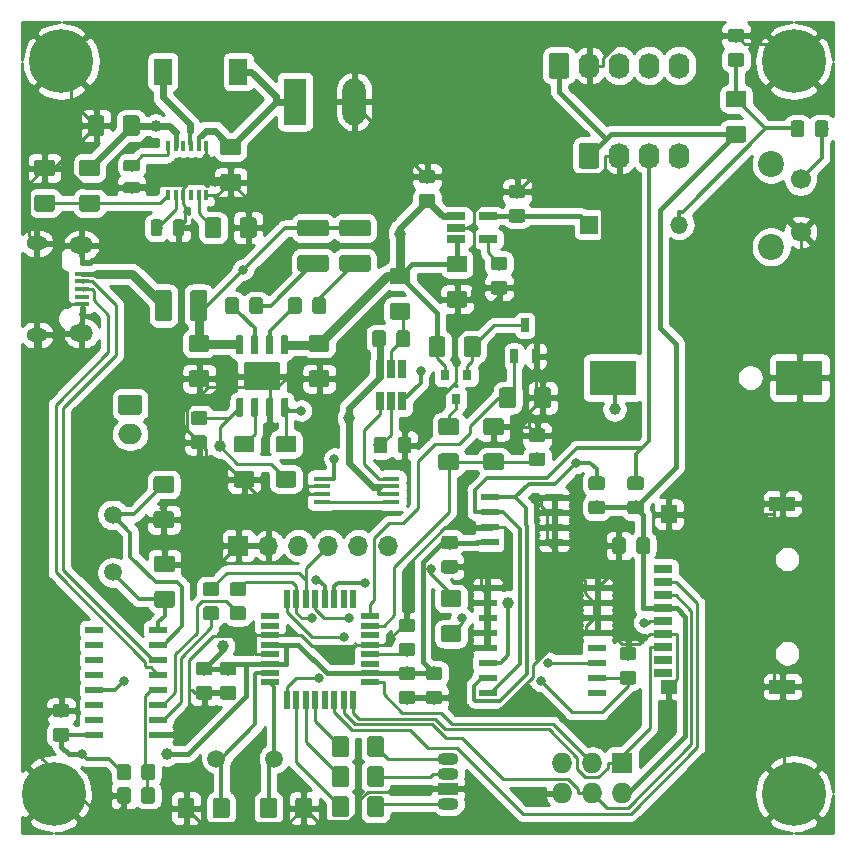
<source format=gbr>
G04 #@! TF.GenerationSoftware,KiCad,Pcbnew,(6.0.0-rc1-dev-1491-g0a4812be0)*
G04 #@! TF.CreationDate,2019-06-12T10:43:46+02:00
G04 #@! TF.ProjectId,datalogger,64617461-6c6f-4676-9765-722e6b696361,v. 1.1*
G04 #@! TF.SameCoordinates,Original*
G04 #@! TF.FileFunction,Copper,L1,Top*
G04 #@! TF.FilePolarity,Positive*
%FSLAX46Y46*%
G04 Gerber Fmt 4.6, Leading zero omitted, Abs format (unit mm)*
G04 Created by KiCad (PCBNEW (6.0.0-rc1-dev-1491-g0a4812be0)) date 2019-06-12 10:43:46*
%MOMM*%
%LPD*%
G04 APERTURE LIST*
%ADD10R,1.500000X0.600000*%
%ADD11R,4.000000X3.000000*%
%ADD12R,1.560000X0.650000*%
%ADD13C,0.100000*%
%ADD14C,1.425000*%
%ADD15C,1.150000*%
%ADD16R,0.420000X0.890000*%
%ADD17O,1.800000X1.070000*%
%ADD18R,1.800000X1.070000*%
%ADD19R,2.200000X1.200000*%
%ADD20R,1.400000X1.600000*%
%ADD21R,1.400000X1.200000*%
%ADD22R,1.600000X0.700000*%
%ADD23O,1.800000X1.150000*%
%ADD24O,2.000000X1.450000*%
%ADD25R,1.300000X0.450000*%
%ADD26R,1.500000X2.200000*%
%ADD27O,1.980000X3.960000*%
%ADD28R,1.980000X3.960000*%
%ADD29O,2.000000X1.700000*%
%ADD30C,1.700000*%
%ADD31C,0.975000*%
%ADD32C,1.500000*%
%ADD33C,0.600000*%
%ADD34C,0.500000*%
%ADD35C,2.410000*%
%ADD36R,0.650000X1.560000*%
%ADD37R,1.550000X0.600000*%
%ADD38R,0.550000X1.600000*%
%ADD39R,1.600000X0.550000*%
%ADD40C,2.200000*%
%ADD41R,0.650000X1.220000*%
%ADD42R,0.800000X0.900000*%
%ADD43R,1.450000X0.450000*%
%ADD44O,1.727200X1.727200*%
%ADD45R,1.727200X1.727200*%
%ADD46O,1.740000X2.200000*%
%ADD47C,1.740000*%
%ADD48O,1.700000X1.700000*%
%ADD49R,1.700000X1.700000*%
%ADD50C,0.800000*%
%ADD51C,5.400000*%
%ADD52O,1.500000X1.500000*%
%ADD53R,1.500000X1.500000*%
%ADD54C,1.000000*%
%ADD55C,0.279400*%
%ADD56C,0.350000*%
%ADD57C,0.400000*%
%ADD58C,0.600000*%
%ADD59C,0.800000*%
%ADD60C,0.200000*%
%ADD61C,0.254000*%
G04 APERTURE END LIST*
D10*
X130097000Y-107442000D03*
X130097000Y-106172000D03*
X130097000Y-104902000D03*
X130097000Y-103632000D03*
X130097000Y-102362000D03*
X130097000Y-101092000D03*
X130097000Y-99822000D03*
X130097000Y-98552000D03*
X139397000Y-98552000D03*
X139397000Y-99822000D03*
X139397000Y-101092000D03*
X139397000Y-102362000D03*
X139397000Y-103632000D03*
X139397000Y-104902000D03*
X139397000Y-106172000D03*
X139397000Y-107442000D03*
D11*
X140690000Y-80772000D03*
X156490000Y-80772000D03*
D12*
X130128000Y-67122000D03*
X130128000Y-69022000D03*
X127428000Y-69022000D03*
X127428000Y-68072000D03*
X127428000Y-67122000D03*
D13*
G36*
X128157504Y-73420204D02*
G01*
X128181773Y-73423804D01*
X128205571Y-73429765D01*
X128228671Y-73438030D01*
X128250849Y-73448520D01*
X128271893Y-73461133D01*
X128291598Y-73475747D01*
X128309777Y-73492223D01*
X128326253Y-73510402D01*
X128340867Y-73530107D01*
X128353480Y-73551151D01*
X128363970Y-73573329D01*
X128372235Y-73596429D01*
X128378196Y-73620227D01*
X128381796Y-73644496D01*
X128383000Y-73669000D01*
X128383000Y-74594000D01*
X128381796Y-74618504D01*
X128378196Y-74642773D01*
X128372235Y-74666571D01*
X128363970Y-74689671D01*
X128353480Y-74711849D01*
X128340867Y-74732893D01*
X128326253Y-74752598D01*
X128309777Y-74770777D01*
X128291598Y-74787253D01*
X128271893Y-74801867D01*
X128250849Y-74814480D01*
X128228671Y-74824970D01*
X128205571Y-74833235D01*
X128181773Y-74839196D01*
X128157504Y-74842796D01*
X128133000Y-74844000D01*
X126883000Y-74844000D01*
X126858496Y-74842796D01*
X126834227Y-74839196D01*
X126810429Y-74833235D01*
X126787329Y-74824970D01*
X126765151Y-74814480D01*
X126744107Y-74801867D01*
X126724402Y-74787253D01*
X126706223Y-74770777D01*
X126689747Y-74752598D01*
X126675133Y-74732893D01*
X126662520Y-74711849D01*
X126652030Y-74689671D01*
X126643765Y-74666571D01*
X126637804Y-74642773D01*
X126634204Y-74618504D01*
X126633000Y-74594000D01*
X126633000Y-73669000D01*
X126634204Y-73644496D01*
X126637804Y-73620227D01*
X126643765Y-73596429D01*
X126652030Y-73573329D01*
X126662520Y-73551151D01*
X126675133Y-73530107D01*
X126689747Y-73510402D01*
X126706223Y-73492223D01*
X126724402Y-73475747D01*
X126744107Y-73461133D01*
X126765151Y-73448520D01*
X126787329Y-73438030D01*
X126810429Y-73429765D01*
X126834227Y-73423804D01*
X126858496Y-73420204D01*
X126883000Y-73419000D01*
X128133000Y-73419000D01*
X128157504Y-73420204D01*
X128157504Y-73420204D01*
G37*
D14*
X127508000Y-74131500D03*
D13*
G36*
X128157504Y-70445204D02*
G01*
X128181773Y-70448804D01*
X128205571Y-70454765D01*
X128228671Y-70463030D01*
X128250849Y-70473520D01*
X128271893Y-70486133D01*
X128291598Y-70500747D01*
X128309777Y-70517223D01*
X128326253Y-70535402D01*
X128340867Y-70555107D01*
X128353480Y-70576151D01*
X128363970Y-70598329D01*
X128372235Y-70621429D01*
X128378196Y-70645227D01*
X128381796Y-70669496D01*
X128383000Y-70694000D01*
X128383000Y-71619000D01*
X128381796Y-71643504D01*
X128378196Y-71667773D01*
X128372235Y-71691571D01*
X128363970Y-71714671D01*
X128353480Y-71736849D01*
X128340867Y-71757893D01*
X128326253Y-71777598D01*
X128309777Y-71795777D01*
X128291598Y-71812253D01*
X128271893Y-71826867D01*
X128250849Y-71839480D01*
X128228671Y-71849970D01*
X128205571Y-71858235D01*
X128181773Y-71864196D01*
X128157504Y-71867796D01*
X128133000Y-71869000D01*
X126883000Y-71869000D01*
X126858496Y-71867796D01*
X126834227Y-71864196D01*
X126810429Y-71858235D01*
X126787329Y-71849970D01*
X126765151Y-71839480D01*
X126744107Y-71826867D01*
X126724402Y-71812253D01*
X126706223Y-71795777D01*
X126689747Y-71777598D01*
X126675133Y-71757893D01*
X126662520Y-71736849D01*
X126652030Y-71714671D01*
X126643765Y-71691571D01*
X126637804Y-71667773D01*
X126634204Y-71643504D01*
X126633000Y-71619000D01*
X126633000Y-70694000D01*
X126634204Y-70669496D01*
X126637804Y-70645227D01*
X126643765Y-70621429D01*
X126652030Y-70598329D01*
X126662520Y-70576151D01*
X126675133Y-70555107D01*
X126689747Y-70535402D01*
X126706223Y-70517223D01*
X126724402Y-70500747D01*
X126744107Y-70486133D01*
X126765151Y-70473520D01*
X126787329Y-70463030D01*
X126810429Y-70454765D01*
X126834227Y-70448804D01*
X126858496Y-70445204D01*
X126883000Y-70444000D01*
X128133000Y-70444000D01*
X128157504Y-70445204D01*
X128157504Y-70445204D01*
G37*
D14*
X127508000Y-71156500D03*
D13*
G36*
X131538505Y-72587204D02*
G01*
X131562773Y-72590804D01*
X131586572Y-72596765D01*
X131609671Y-72605030D01*
X131631850Y-72615520D01*
X131652893Y-72628132D01*
X131672599Y-72642747D01*
X131690777Y-72659223D01*
X131707253Y-72677401D01*
X131721868Y-72697107D01*
X131734480Y-72718150D01*
X131744970Y-72740329D01*
X131753235Y-72763428D01*
X131759196Y-72787227D01*
X131762796Y-72811495D01*
X131764000Y-72835999D01*
X131764000Y-73486001D01*
X131762796Y-73510505D01*
X131759196Y-73534773D01*
X131753235Y-73558572D01*
X131744970Y-73581671D01*
X131734480Y-73603850D01*
X131721868Y-73624893D01*
X131707253Y-73644599D01*
X131690777Y-73662777D01*
X131672599Y-73679253D01*
X131652893Y-73693868D01*
X131631850Y-73706480D01*
X131609671Y-73716970D01*
X131586572Y-73725235D01*
X131562773Y-73731196D01*
X131538505Y-73734796D01*
X131514001Y-73736000D01*
X130613999Y-73736000D01*
X130589495Y-73734796D01*
X130565227Y-73731196D01*
X130541428Y-73725235D01*
X130518329Y-73716970D01*
X130496150Y-73706480D01*
X130475107Y-73693868D01*
X130455401Y-73679253D01*
X130437223Y-73662777D01*
X130420747Y-73644599D01*
X130406132Y-73624893D01*
X130393520Y-73603850D01*
X130383030Y-73581671D01*
X130374765Y-73558572D01*
X130368804Y-73534773D01*
X130365204Y-73510505D01*
X130364000Y-73486001D01*
X130364000Y-72835999D01*
X130365204Y-72811495D01*
X130368804Y-72787227D01*
X130374765Y-72763428D01*
X130383030Y-72740329D01*
X130393520Y-72718150D01*
X130406132Y-72697107D01*
X130420747Y-72677401D01*
X130437223Y-72659223D01*
X130455401Y-72642747D01*
X130475107Y-72628132D01*
X130496150Y-72615520D01*
X130518329Y-72605030D01*
X130541428Y-72596765D01*
X130565227Y-72590804D01*
X130589495Y-72587204D01*
X130613999Y-72586000D01*
X131514001Y-72586000D01*
X131538505Y-72587204D01*
X131538505Y-72587204D01*
G37*
D15*
X131064000Y-73161000D03*
D13*
G36*
X131538505Y-70537204D02*
G01*
X131562773Y-70540804D01*
X131586572Y-70546765D01*
X131609671Y-70555030D01*
X131631850Y-70565520D01*
X131652893Y-70578132D01*
X131672599Y-70592747D01*
X131690777Y-70609223D01*
X131707253Y-70627401D01*
X131721868Y-70647107D01*
X131734480Y-70668150D01*
X131744970Y-70690329D01*
X131753235Y-70713428D01*
X131759196Y-70737227D01*
X131762796Y-70761495D01*
X131764000Y-70785999D01*
X131764000Y-71436001D01*
X131762796Y-71460505D01*
X131759196Y-71484773D01*
X131753235Y-71508572D01*
X131744970Y-71531671D01*
X131734480Y-71553850D01*
X131721868Y-71574893D01*
X131707253Y-71594599D01*
X131690777Y-71612777D01*
X131672599Y-71629253D01*
X131652893Y-71643868D01*
X131631850Y-71656480D01*
X131609671Y-71666970D01*
X131586572Y-71675235D01*
X131562773Y-71681196D01*
X131538505Y-71684796D01*
X131514001Y-71686000D01*
X130613999Y-71686000D01*
X130589495Y-71684796D01*
X130565227Y-71681196D01*
X130541428Y-71675235D01*
X130518329Y-71666970D01*
X130496150Y-71656480D01*
X130475107Y-71643868D01*
X130455401Y-71629253D01*
X130437223Y-71612777D01*
X130420747Y-71594599D01*
X130406132Y-71574893D01*
X130393520Y-71553850D01*
X130383030Y-71531671D01*
X130374765Y-71508572D01*
X130368804Y-71484773D01*
X130365204Y-71460505D01*
X130364000Y-71436001D01*
X130364000Y-70785999D01*
X130365204Y-70761495D01*
X130368804Y-70737227D01*
X130374765Y-70713428D01*
X130383030Y-70690329D01*
X130393520Y-70668150D01*
X130406132Y-70647107D01*
X130420747Y-70627401D01*
X130437223Y-70609223D01*
X130455401Y-70592747D01*
X130475107Y-70578132D01*
X130496150Y-70565520D01*
X130518329Y-70555030D01*
X130541428Y-70546765D01*
X130565227Y-70540804D01*
X130589495Y-70537204D01*
X130613999Y-70536000D01*
X131514001Y-70536000D01*
X131538505Y-70537204D01*
X131538505Y-70537204D01*
G37*
D15*
X131064000Y-71111000D03*
D13*
G36*
X133062505Y-64441204D02*
G01*
X133086773Y-64444804D01*
X133110572Y-64450765D01*
X133133671Y-64459030D01*
X133155850Y-64469520D01*
X133176893Y-64482132D01*
X133196599Y-64496747D01*
X133214777Y-64513223D01*
X133231253Y-64531401D01*
X133245868Y-64551107D01*
X133258480Y-64572150D01*
X133268970Y-64594329D01*
X133277235Y-64617428D01*
X133283196Y-64641227D01*
X133286796Y-64665495D01*
X133288000Y-64689999D01*
X133288000Y-65340001D01*
X133286796Y-65364505D01*
X133283196Y-65388773D01*
X133277235Y-65412572D01*
X133268970Y-65435671D01*
X133258480Y-65457850D01*
X133245868Y-65478893D01*
X133231253Y-65498599D01*
X133214777Y-65516777D01*
X133196599Y-65533253D01*
X133176893Y-65547868D01*
X133155850Y-65560480D01*
X133133671Y-65570970D01*
X133110572Y-65579235D01*
X133086773Y-65585196D01*
X133062505Y-65588796D01*
X133038001Y-65590000D01*
X132137999Y-65590000D01*
X132113495Y-65588796D01*
X132089227Y-65585196D01*
X132065428Y-65579235D01*
X132042329Y-65570970D01*
X132020150Y-65560480D01*
X131999107Y-65547868D01*
X131979401Y-65533253D01*
X131961223Y-65516777D01*
X131944747Y-65498599D01*
X131930132Y-65478893D01*
X131917520Y-65457850D01*
X131907030Y-65435671D01*
X131898765Y-65412572D01*
X131892804Y-65388773D01*
X131889204Y-65364505D01*
X131888000Y-65340001D01*
X131888000Y-64689999D01*
X131889204Y-64665495D01*
X131892804Y-64641227D01*
X131898765Y-64617428D01*
X131907030Y-64594329D01*
X131917520Y-64572150D01*
X131930132Y-64551107D01*
X131944747Y-64531401D01*
X131961223Y-64513223D01*
X131979401Y-64496747D01*
X131999107Y-64482132D01*
X132020150Y-64469520D01*
X132042329Y-64459030D01*
X132065428Y-64450765D01*
X132089227Y-64444804D01*
X132113495Y-64441204D01*
X132137999Y-64440000D01*
X133038001Y-64440000D01*
X133062505Y-64441204D01*
X133062505Y-64441204D01*
G37*
D15*
X132588000Y-65015000D03*
D13*
G36*
X133062505Y-66491204D02*
G01*
X133086773Y-66494804D01*
X133110572Y-66500765D01*
X133133671Y-66509030D01*
X133155850Y-66519520D01*
X133176893Y-66532132D01*
X133196599Y-66546747D01*
X133214777Y-66563223D01*
X133231253Y-66581401D01*
X133245868Y-66601107D01*
X133258480Y-66622150D01*
X133268970Y-66644329D01*
X133277235Y-66667428D01*
X133283196Y-66691227D01*
X133286796Y-66715495D01*
X133288000Y-66739999D01*
X133288000Y-67390001D01*
X133286796Y-67414505D01*
X133283196Y-67438773D01*
X133277235Y-67462572D01*
X133268970Y-67485671D01*
X133258480Y-67507850D01*
X133245868Y-67528893D01*
X133231253Y-67548599D01*
X133214777Y-67566777D01*
X133196599Y-67583253D01*
X133176893Y-67597868D01*
X133155850Y-67610480D01*
X133133671Y-67620970D01*
X133110572Y-67629235D01*
X133086773Y-67635196D01*
X133062505Y-67638796D01*
X133038001Y-67640000D01*
X132137999Y-67640000D01*
X132113495Y-67638796D01*
X132089227Y-67635196D01*
X132065428Y-67629235D01*
X132042329Y-67620970D01*
X132020150Y-67610480D01*
X131999107Y-67597868D01*
X131979401Y-67583253D01*
X131961223Y-67566777D01*
X131944747Y-67548599D01*
X131930132Y-67528893D01*
X131917520Y-67507850D01*
X131907030Y-67485671D01*
X131898765Y-67462572D01*
X131892804Y-67438773D01*
X131889204Y-67414505D01*
X131888000Y-67390001D01*
X131888000Y-66739999D01*
X131889204Y-66715495D01*
X131892804Y-66691227D01*
X131898765Y-66667428D01*
X131907030Y-66644329D01*
X131917520Y-66622150D01*
X131930132Y-66601107D01*
X131944747Y-66581401D01*
X131961223Y-66563223D01*
X131979401Y-66546747D01*
X131999107Y-66532132D01*
X132020150Y-66519520D01*
X132042329Y-66509030D01*
X132065428Y-66500765D01*
X132089227Y-66494804D01*
X132113495Y-66491204D01*
X132137999Y-66490000D01*
X133038001Y-66490000D01*
X133062505Y-66491204D01*
X133062505Y-66491204D01*
G37*
D15*
X132588000Y-67065000D03*
D13*
G36*
X125442505Y-63171204D02*
G01*
X125466773Y-63174804D01*
X125490572Y-63180765D01*
X125513671Y-63189030D01*
X125535850Y-63199520D01*
X125556893Y-63212132D01*
X125576599Y-63226747D01*
X125594777Y-63243223D01*
X125611253Y-63261401D01*
X125625868Y-63281107D01*
X125638480Y-63302150D01*
X125648970Y-63324329D01*
X125657235Y-63347428D01*
X125663196Y-63371227D01*
X125666796Y-63395495D01*
X125668000Y-63419999D01*
X125668000Y-64070001D01*
X125666796Y-64094505D01*
X125663196Y-64118773D01*
X125657235Y-64142572D01*
X125648970Y-64165671D01*
X125638480Y-64187850D01*
X125625868Y-64208893D01*
X125611253Y-64228599D01*
X125594777Y-64246777D01*
X125576599Y-64263253D01*
X125556893Y-64277868D01*
X125535850Y-64290480D01*
X125513671Y-64300970D01*
X125490572Y-64309235D01*
X125466773Y-64315196D01*
X125442505Y-64318796D01*
X125418001Y-64320000D01*
X124517999Y-64320000D01*
X124493495Y-64318796D01*
X124469227Y-64315196D01*
X124445428Y-64309235D01*
X124422329Y-64300970D01*
X124400150Y-64290480D01*
X124379107Y-64277868D01*
X124359401Y-64263253D01*
X124341223Y-64246777D01*
X124324747Y-64228599D01*
X124310132Y-64208893D01*
X124297520Y-64187850D01*
X124287030Y-64165671D01*
X124278765Y-64142572D01*
X124272804Y-64118773D01*
X124269204Y-64094505D01*
X124268000Y-64070001D01*
X124268000Y-63419999D01*
X124269204Y-63395495D01*
X124272804Y-63371227D01*
X124278765Y-63347428D01*
X124287030Y-63324329D01*
X124297520Y-63302150D01*
X124310132Y-63281107D01*
X124324747Y-63261401D01*
X124341223Y-63243223D01*
X124359401Y-63226747D01*
X124379107Y-63212132D01*
X124400150Y-63199520D01*
X124422329Y-63189030D01*
X124445428Y-63180765D01*
X124469227Y-63174804D01*
X124493495Y-63171204D01*
X124517999Y-63170000D01*
X125418001Y-63170000D01*
X125442505Y-63171204D01*
X125442505Y-63171204D01*
G37*
D15*
X124968000Y-63745000D03*
D13*
G36*
X125442505Y-65221204D02*
G01*
X125466773Y-65224804D01*
X125490572Y-65230765D01*
X125513671Y-65239030D01*
X125535850Y-65249520D01*
X125556893Y-65262132D01*
X125576599Y-65276747D01*
X125594777Y-65293223D01*
X125611253Y-65311401D01*
X125625868Y-65331107D01*
X125638480Y-65352150D01*
X125648970Y-65374329D01*
X125657235Y-65397428D01*
X125663196Y-65421227D01*
X125666796Y-65445495D01*
X125668000Y-65469999D01*
X125668000Y-66120001D01*
X125666796Y-66144505D01*
X125663196Y-66168773D01*
X125657235Y-66192572D01*
X125648970Y-66215671D01*
X125638480Y-66237850D01*
X125625868Y-66258893D01*
X125611253Y-66278599D01*
X125594777Y-66296777D01*
X125576599Y-66313253D01*
X125556893Y-66327868D01*
X125535850Y-66340480D01*
X125513671Y-66350970D01*
X125490572Y-66359235D01*
X125466773Y-66365196D01*
X125442505Y-66368796D01*
X125418001Y-66370000D01*
X124517999Y-66370000D01*
X124493495Y-66368796D01*
X124469227Y-66365196D01*
X124445428Y-66359235D01*
X124422329Y-66350970D01*
X124400150Y-66340480D01*
X124379107Y-66327868D01*
X124359401Y-66313253D01*
X124341223Y-66296777D01*
X124324747Y-66278599D01*
X124310132Y-66258893D01*
X124297520Y-66237850D01*
X124287030Y-66215671D01*
X124278765Y-66192572D01*
X124272804Y-66168773D01*
X124269204Y-66144505D01*
X124268000Y-66120001D01*
X124268000Y-65469999D01*
X124269204Y-65445495D01*
X124272804Y-65421227D01*
X124278765Y-65397428D01*
X124287030Y-65374329D01*
X124297520Y-65352150D01*
X124310132Y-65331107D01*
X124324747Y-65311401D01*
X124341223Y-65293223D01*
X124359401Y-65276747D01*
X124379107Y-65262132D01*
X124400150Y-65249520D01*
X124422329Y-65239030D01*
X124445428Y-65230765D01*
X124469227Y-65224804D01*
X124493495Y-65221204D01*
X124517999Y-65220000D01*
X125418001Y-65220000D01*
X125442505Y-65221204D01*
X125442505Y-65221204D01*
G37*
D15*
X124968000Y-65795000D03*
D16*
X103023000Y-61141000D03*
X103673000Y-61141000D03*
X104323000Y-61141000D03*
X104973000Y-61141000D03*
X105623000Y-61141000D03*
X106273000Y-61141000D03*
X106273000Y-65351000D03*
X105623000Y-65351000D03*
X104973000Y-65351000D03*
X104323000Y-65351000D03*
X103673000Y-65351000D03*
X103023000Y-65351000D03*
D13*
G36*
X121100504Y-116220204D02*
G01*
X121124773Y-116223804D01*
X121148571Y-116229765D01*
X121171671Y-116238030D01*
X121193849Y-116248520D01*
X121214893Y-116261133D01*
X121234598Y-116275747D01*
X121252777Y-116292223D01*
X121269253Y-116310402D01*
X121283867Y-116330107D01*
X121296480Y-116351151D01*
X121306970Y-116373329D01*
X121315235Y-116396429D01*
X121321196Y-116420227D01*
X121324796Y-116444496D01*
X121326000Y-116469000D01*
X121326000Y-117719000D01*
X121324796Y-117743504D01*
X121321196Y-117767773D01*
X121315235Y-117791571D01*
X121306970Y-117814671D01*
X121296480Y-117836849D01*
X121283867Y-117857893D01*
X121269253Y-117877598D01*
X121252777Y-117895777D01*
X121234598Y-117912253D01*
X121214893Y-117926867D01*
X121193849Y-117939480D01*
X121171671Y-117949970D01*
X121148571Y-117958235D01*
X121124773Y-117964196D01*
X121100504Y-117967796D01*
X121076000Y-117969000D01*
X120151000Y-117969000D01*
X120126496Y-117967796D01*
X120102227Y-117964196D01*
X120078429Y-117958235D01*
X120055329Y-117949970D01*
X120033151Y-117939480D01*
X120012107Y-117926867D01*
X119992402Y-117912253D01*
X119974223Y-117895777D01*
X119957747Y-117877598D01*
X119943133Y-117857893D01*
X119930520Y-117836849D01*
X119920030Y-117814671D01*
X119911765Y-117791571D01*
X119905804Y-117767773D01*
X119902204Y-117743504D01*
X119901000Y-117719000D01*
X119901000Y-116469000D01*
X119902204Y-116444496D01*
X119905804Y-116420227D01*
X119911765Y-116396429D01*
X119920030Y-116373329D01*
X119930520Y-116351151D01*
X119943133Y-116330107D01*
X119957747Y-116310402D01*
X119974223Y-116292223D01*
X119992402Y-116275747D01*
X120012107Y-116261133D01*
X120033151Y-116248520D01*
X120055329Y-116238030D01*
X120078429Y-116229765D01*
X120102227Y-116223804D01*
X120126496Y-116220204D01*
X120151000Y-116219000D01*
X121076000Y-116219000D01*
X121100504Y-116220204D01*
X121100504Y-116220204D01*
G37*
D14*
X120613500Y-117094000D03*
D13*
G36*
X118125504Y-116220204D02*
G01*
X118149773Y-116223804D01*
X118173571Y-116229765D01*
X118196671Y-116238030D01*
X118218849Y-116248520D01*
X118239893Y-116261133D01*
X118259598Y-116275747D01*
X118277777Y-116292223D01*
X118294253Y-116310402D01*
X118308867Y-116330107D01*
X118321480Y-116351151D01*
X118331970Y-116373329D01*
X118340235Y-116396429D01*
X118346196Y-116420227D01*
X118349796Y-116444496D01*
X118351000Y-116469000D01*
X118351000Y-117719000D01*
X118349796Y-117743504D01*
X118346196Y-117767773D01*
X118340235Y-117791571D01*
X118331970Y-117814671D01*
X118321480Y-117836849D01*
X118308867Y-117857893D01*
X118294253Y-117877598D01*
X118277777Y-117895777D01*
X118259598Y-117912253D01*
X118239893Y-117926867D01*
X118218849Y-117939480D01*
X118196671Y-117949970D01*
X118173571Y-117958235D01*
X118149773Y-117964196D01*
X118125504Y-117967796D01*
X118101000Y-117969000D01*
X117176000Y-117969000D01*
X117151496Y-117967796D01*
X117127227Y-117964196D01*
X117103429Y-117958235D01*
X117080329Y-117949970D01*
X117058151Y-117939480D01*
X117037107Y-117926867D01*
X117017402Y-117912253D01*
X116999223Y-117895777D01*
X116982747Y-117877598D01*
X116968133Y-117857893D01*
X116955520Y-117836849D01*
X116945030Y-117814671D01*
X116936765Y-117791571D01*
X116930804Y-117767773D01*
X116927204Y-117743504D01*
X116926000Y-117719000D01*
X116926000Y-116469000D01*
X116927204Y-116444496D01*
X116930804Y-116420227D01*
X116936765Y-116396429D01*
X116945030Y-116373329D01*
X116955520Y-116351151D01*
X116968133Y-116330107D01*
X116982747Y-116310402D01*
X116999223Y-116292223D01*
X117017402Y-116275747D01*
X117037107Y-116261133D01*
X117058151Y-116248520D01*
X117080329Y-116238030D01*
X117103429Y-116229765D01*
X117127227Y-116223804D01*
X117151496Y-116220204D01*
X117176000Y-116219000D01*
X118101000Y-116219000D01*
X118125504Y-116220204D01*
X118125504Y-116220204D01*
G37*
D14*
X117638500Y-117094000D03*
D13*
G36*
X121100504Y-113680204D02*
G01*
X121124773Y-113683804D01*
X121148571Y-113689765D01*
X121171671Y-113698030D01*
X121193849Y-113708520D01*
X121214893Y-113721133D01*
X121234598Y-113735747D01*
X121252777Y-113752223D01*
X121269253Y-113770402D01*
X121283867Y-113790107D01*
X121296480Y-113811151D01*
X121306970Y-113833329D01*
X121315235Y-113856429D01*
X121321196Y-113880227D01*
X121324796Y-113904496D01*
X121326000Y-113929000D01*
X121326000Y-115179000D01*
X121324796Y-115203504D01*
X121321196Y-115227773D01*
X121315235Y-115251571D01*
X121306970Y-115274671D01*
X121296480Y-115296849D01*
X121283867Y-115317893D01*
X121269253Y-115337598D01*
X121252777Y-115355777D01*
X121234598Y-115372253D01*
X121214893Y-115386867D01*
X121193849Y-115399480D01*
X121171671Y-115409970D01*
X121148571Y-115418235D01*
X121124773Y-115424196D01*
X121100504Y-115427796D01*
X121076000Y-115429000D01*
X120151000Y-115429000D01*
X120126496Y-115427796D01*
X120102227Y-115424196D01*
X120078429Y-115418235D01*
X120055329Y-115409970D01*
X120033151Y-115399480D01*
X120012107Y-115386867D01*
X119992402Y-115372253D01*
X119974223Y-115355777D01*
X119957747Y-115337598D01*
X119943133Y-115317893D01*
X119930520Y-115296849D01*
X119920030Y-115274671D01*
X119911765Y-115251571D01*
X119905804Y-115227773D01*
X119902204Y-115203504D01*
X119901000Y-115179000D01*
X119901000Y-113929000D01*
X119902204Y-113904496D01*
X119905804Y-113880227D01*
X119911765Y-113856429D01*
X119920030Y-113833329D01*
X119930520Y-113811151D01*
X119943133Y-113790107D01*
X119957747Y-113770402D01*
X119974223Y-113752223D01*
X119992402Y-113735747D01*
X120012107Y-113721133D01*
X120033151Y-113708520D01*
X120055329Y-113698030D01*
X120078429Y-113689765D01*
X120102227Y-113683804D01*
X120126496Y-113680204D01*
X120151000Y-113679000D01*
X121076000Y-113679000D01*
X121100504Y-113680204D01*
X121100504Y-113680204D01*
G37*
D14*
X120613500Y-114554000D03*
D13*
G36*
X118125504Y-113680204D02*
G01*
X118149773Y-113683804D01*
X118173571Y-113689765D01*
X118196671Y-113698030D01*
X118218849Y-113708520D01*
X118239893Y-113721133D01*
X118259598Y-113735747D01*
X118277777Y-113752223D01*
X118294253Y-113770402D01*
X118308867Y-113790107D01*
X118321480Y-113811151D01*
X118331970Y-113833329D01*
X118340235Y-113856429D01*
X118346196Y-113880227D01*
X118349796Y-113904496D01*
X118351000Y-113929000D01*
X118351000Y-115179000D01*
X118349796Y-115203504D01*
X118346196Y-115227773D01*
X118340235Y-115251571D01*
X118331970Y-115274671D01*
X118321480Y-115296849D01*
X118308867Y-115317893D01*
X118294253Y-115337598D01*
X118277777Y-115355777D01*
X118259598Y-115372253D01*
X118239893Y-115386867D01*
X118218849Y-115399480D01*
X118196671Y-115409970D01*
X118173571Y-115418235D01*
X118149773Y-115424196D01*
X118125504Y-115427796D01*
X118101000Y-115429000D01*
X117176000Y-115429000D01*
X117151496Y-115427796D01*
X117127227Y-115424196D01*
X117103429Y-115418235D01*
X117080329Y-115409970D01*
X117058151Y-115399480D01*
X117037107Y-115386867D01*
X117017402Y-115372253D01*
X116999223Y-115355777D01*
X116982747Y-115337598D01*
X116968133Y-115317893D01*
X116955520Y-115296849D01*
X116945030Y-115274671D01*
X116936765Y-115251571D01*
X116930804Y-115227773D01*
X116927204Y-115203504D01*
X116926000Y-115179000D01*
X116926000Y-113929000D01*
X116927204Y-113904496D01*
X116930804Y-113880227D01*
X116936765Y-113856429D01*
X116945030Y-113833329D01*
X116955520Y-113811151D01*
X116968133Y-113790107D01*
X116982747Y-113770402D01*
X116999223Y-113752223D01*
X117017402Y-113735747D01*
X117037107Y-113721133D01*
X117058151Y-113708520D01*
X117080329Y-113698030D01*
X117103429Y-113689765D01*
X117127227Y-113683804D01*
X117151496Y-113680204D01*
X117176000Y-113679000D01*
X118101000Y-113679000D01*
X118125504Y-113680204D01*
X118125504Y-113680204D01*
G37*
D14*
X117638500Y-114554000D03*
D13*
G36*
X121100504Y-111140204D02*
G01*
X121124773Y-111143804D01*
X121148571Y-111149765D01*
X121171671Y-111158030D01*
X121193849Y-111168520D01*
X121214893Y-111181133D01*
X121234598Y-111195747D01*
X121252777Y-111212223D01*
X121269253Y-111230402D01*
X121283867Y-111250107D01*
X121296480Y-111271151D01*
X121306970Y-111293329D01*
X121315235Y-111316429D01*
X121321196Y-111340227D01*
X121324796Y-111364496D01*
X121326000Y-111389000D01*
X121326000Y-112639000D01*
X121324796Y-112663504D01*
X121321196Y-112687773D01*
X121315235Y-112711571D01*
X121306970Y-112734671D01*
X121296480Y-112756849D01*
X121283867Y-112777893D01*
X121269253Y-112797598D01*
X121252777Y-112815777D01*
X121234598Y-112832253D01*
X121214893Y-112846867D01*
X121193849Y-112859480D01*
X121171671Y-112869970D01*
X121148571Y-112878235D01*
X121124773Y-112884196D01*
X121100504Y-112887796D01*
X121076000Y-112889000D01*
X120151000Y-112889000D01*
X120126496Y-112887796D01*
X120102227Y-112884196D01*
X120078429Y-112878235D01*
X120055329Y-112869970D01*
X120033151Y-112859480D01*
X120012107Y-112846867D01*
X119992402Y-112832253D01*
X119974223Y-112815777D01*
X119957747Y-112797598D01*
X119943133Y-112777893D01*
X119930520Y-112756849D01*
X119920030Y-112734671D01*
X119911765Y-112711571D01*
X119905804Y-112687773D01*
X119902204Y-112663504D01*
X119901000Y-112639000D01*
X119901000Y-111389000D01*
X119902204Y-111364496D01*
X119905804Y-111340227D01*
X119911765Y-111316429D01*
X119920030Y-111293329D01*
X119930520Y-111271151D01*
X119943133Y-111250107D01*
X119957747Y-111230402D01*
X119974223Y-111212223D01*
X119992402Y-111195747D01*
X120012107Y-111181133D01*
X120033151Y-111168520D01*
X120055329Y-111158030D01*
X120078429Y-111149765D01*
X120102227Y-111143804D01*
X120126496Y-111140204D01*
X120151000Y-111139000D01*
X121076000Y-111139000D01*
X121100504Y-111140204D01*
X121100504Y-111140204D01*
G37*
D14*
X120613500Y-112014000D03*
D13*
G36*
X118125504Y-111140204D02*
G01*
X118149773Y-111143804D01*
X118173571Y-111149765D01*
X118196671Y-111158030D01*
X118218849Y-111168520D01*
X118239893Y-111181133D01*
X118259598Y-111195747D01*
X118277777Y-111212223D01*
X118294253Y-111230402D01*
X118308867Y-111250107D01*
X118321480Y-111271151D01*
X118331970Y-111293329D01*
X118340235Y-111316429D01*
X118346196Y-111340227D01*
X118349796Y-111364496D01*
X118351000Y-111389000D01*
X118351000Y-112639000D01*
X118349796Y-112663504D01*
X118346196Y-112687773D01*
X118340235Y-112711571D01*
X118331970Y-112734671D01*
X118321480Y-112756849D01*
X118308867Y-112777893D01*
X118294253Y-112797598D01*
X118277777Y-112815777D01*
X118259598Y-112832253D01*
X118239893Y-112846867D01*
X118218849Y-112859480D01*
X118196671Y-112869970D01*
X118173571Y-112878235D01*
X118149773Y-112884196D01*
X118125504Y-112887796D01*
X118101000Y-112889000D01*
X117176000Y-112889000D01*
X117151496Y-112887796D01*
X117127227Y-112884196D01*
X117103429Y-112878235D01*
X117080329Y-112869970D01*
X117058151Y-112859480D01*
X117037107Y-112846867D01*
X117017402Y-112832253D01*
X116999223Y-112815777D01*
X116982747Y-112797598D01*
X116968133Y-112777893D01*
X116955520Y-112756849D01*
X116945030Y-112734671D01*
X116936765Y-112711571D01*
X116930804Y-112687773D01*
X116927204Y-112663504D01*
X116926000Y-112639000D01*
X116926000Y-111389000D01*
X116927204Y-111364496D01*
X116930804Y-111340227D01*
X116936765Y-111316429D01*
X116945030Y-111293329D01*
X116955520Y-111271151D01*
X116968133Y-111250107D01*
X116982747Y-111230402D01*
X116999223Y-111212223D01*
X117017402Y-111195747D01*
X117037107Y-111181133D01*
X117058151Y-111168520D01*
X117080329Y-111158030D01*
X117103429Y-111149765D01*
X117127227Y-111143804D01*
X117151496Y-111140204D01*
X117176000Y-111139000D01*
X118101000Y-111139000D01*
X118125504Y-111140204D01*
X118125504Y-111140204D01*
G37*
D14*
X117638500Y-112014000D03*
D17*
X126746000Y-116840000D03*
D18*
X126746000Y-115570000D03*
D17*
X126746000Y-114300000D03*
X126746000Y-113030000D03*
D13*
G36*
X103392504Y-95845204D02*
G01*
X103416773Y-95848804D01*
X103440571Y-95854765D01*
X103463671Y-95863030D01*
X103485849Y-95873520D01*
X103506893Y-95886133D01*
X103526598Y-95900747D01*
X103544777Y-95917223D01*
X103561253Y-95935402D01*
X103575867Y-95955107D01*
X103588480Y-95976151D01*
X103598970Y-95998329D01*
X103607235Y-96021429D01*
X103613196Y-96045227D01*
X103616796Y-96069496D01*
X103618000Y-96094000D01*
X103618000Y-97019000D01*
X103616796Y-97043504D01*
X103613196Y-97067773D01*
X103607235Y-97091571D01*
X103598970Y-97114671D01*
X103588480Y-97136849D01*
X103575867Y-97157893D01*
X103561253Y-97177598D01*
X103544777Y-97195777D01*
X103526598Y-97212253D01*
X103506893Y-97226867D01*
X103485849Y-97239480D01*
X103463671Y-97249970D01*
X103440571Y-97258235D01*
X103416773Y-97264196D01*
X103392504Y-97267796D01*
X103368000Y-97269000D01*
X102118000Y-97269000D01*
X102093496Y-97267796D01*
X102069227Y-97264196D01*
X102045429Y-97258235D01*
X102022329Y-97249970D01*
X102000151Y-97239480D01*
X101979107Y-97226867D01*
X101959402Y-97212253D01*
X101941223Y-97195777D01*
X101924747Y-97177598D01*
X101910133Y-97157893D01*
X101897520Y-97136849D01*
X101887030Y-97114671D01*
X101878765Y-97091571D01*
X101872804Y-97067773D01*
X101869204Y-97043504D01*
X101868000Y-97019000D01*
X101868000Y-96094000D01*
X101869204Y-96069496D01*
X101872804Y-96045227D01*
X101878765Y-96021429D01*
X101887030Y-95998329D01*
X101897520Y-95976151D01*
X101910133Y-95955107D01*
X101924747Y-95935402D01*
X101941223Y-95917223D01*
X101959402Y-95900747D01*
X101979107Y-95886133D01*
X102000151Y-95873520D01*
X102022329Y-95863030D01*
X102045429Y-95854765D01*
X102069227Y-95848804D01*
X102093496Y-95845204D01*
X102118000Y-95844000D01*
X103368000Y-95844000D01*
X103392504Y-95845204D01*
X103392504Y-95845204D01*
G37*
D14*
X102743000Y-96556500D03*
D13*
G36*
X103392504Y-98820204D02*
G01*
X103416773Y-98823804D01*
X103440571Y-98829765D01*
X103463671Y-98838030D01*
X103485849Y-98848520D01*
X103506893Y-98861133D01*
X103526598Y-98875747D01*
X103544777Y-98892223D01*
X103561253Y-98910402D01*
X103575867Y-98930107D01*
X103588480Y-98951151D01*
X103598970Y-98973329D01*
X103607235Y-98996429D01*
X103613196Y-99020227D01*
X103616796Y-99044496D01*
X103618000Y-99069000D01*
X103618000Y-99994000D01*
X103616796Y-100018504D01*
X103613196Y-100042773D01*
X103607235Y-100066571D01*
X103598970Y-100089671D01*
X103588480Y-100111849D01*
X103575867Y-100132893D01*
X103561253Y-100152598D01*
X103544777Y-100170777D01*
X103526598Y-100187253D01*
X103506893Y-100201867D01*
X103485849Y-100214480D01*
X103463671Y-100224970D01*
X103440571Y-100233235D01*
X103416773Y-100239196D01*
X103392504Y-100242796D01*
X103368000Y-100244000D01*
X102118000Y-100244000D01*
X102093496Y-100242796D01*
X102069227Y-100239196D01*
X102045429Y-100233235D01*
X102022329Y-100224970D01*
X102000151Y-100214480D01*
X101979107Y-100201867D01*
X101959402Y-100187253D01*
X101941223Y-100170777D01*
X101924747Y-100152598D01*
X101910133Y-100132893D01*
X101897520Y-100111849D01*
X101887030Y-100089671D01*
X101878765Y-100066571D01*
X101872804Y-100042773D01*
X101869204Y-100018504D01*
X101868000Y-99994000D01*
X101868000Y-99069000D01*
X101869204Y-99044496D01*
X101872804Y-99020227D01*
X101878765Y-98996429D01*
X101887030Y-98973329D01*
X101897520Y-98951151D01*
X101910133Y-98930107D01*
X101924747Y-98910402D01*
X101941223Y-98892223D01*
X101959402Y-98875747D01*
X101979107Y-98861133D01*
X102000151Y-98848520D01*
X102022329Y-98838030D01*
X102045429Y-98829765D01*
X102069227Y-98823804D01*
X102093496Y-98820204D01*
X102118000Y-98819000D01*
X103368000Y-98819000D01*
X103392504Y-98820204D01*
X103392504Y-98820204D01*
G37*
D14*
X102743000Y-99531500D03*
D19*
X155048000Y-91437000D03*
X155048000Y-106937000D03*
D20*
X145448000Y-92337000D03*
D21*
X145448000Y-106937000D03*
D22*
X144948000Y-105787000D03*
X144948000Y-103587000D03*
X144948000Y-104687000D03*
X144948000Y-102487000D03*
X144948000Y-101387000D03*
X144948000Y-100287000D03*
X144948000Y-96987000D03*
X144948000Y-98087000D03*
X144948000Y-99187000D03*
D23*
X91903000Y-77154000D03*
X91903000Y-69404000D03*
D24*
X95703000Y-77004000D03*
X95703000Y-69554000D03*
D25*
X95753000Y-74579000D03*
X95753000Y-73929000D03*
X95753000Y-73279000D03*
X95753000Y-72629000D03*
X95753000Y-71979000D03*
D13*
G36*
X131252504Y-84213204D02*
G01*
X131276773Y-84216804D01*
X131300571Y-84222765D01*
X131323671Y-84231030D01*
X131345849Y-84241520D01*
X131366893Y-84254133D01*
X131386598Y-84268747D01*
X131404777Y-84285223D01*
X131421253Y-84303402D01*
X131435867Y-84323107D01*
X131448480Y-84344151D01*
X131458970Y-84366329D01*
X131467235Y-84389429D01*
X131473196Y-84413227D01*
X131476796Y-84437496D01*
X131478000Y-84462000D01*
X131478000Y-85387000D01*
X131476796Y-85411504D01*
X131473196Y-85435773D01*
X131467235Y-85459571D01*
X131458970Y-85482671D01*
X131448480Y-85504849D01*
X131435867Y-85525893D01*
X131421253Y-85545598D01*
X131404777Y-85563777D01*
X131386598Y-85580253D01*
X131366893Y-85594867D01*
X131345849Y-85607480D01*
X131323671Y-85617970D01*
X131300571Y-85626235D01*
X131276773Y-85632196D01*
X131252504Y-85635796D01*
X131228000Y-85637000D01*
X129978000Y-85637000D01*
X129953496Y-85635796D01*
X129929227Y-85632196D01*
X129905429Y-85626235D01*
X129882329Y-85617970D01*
X129860151Y-85607480D01*
X129839107Y-85594867D01*
X129819402Y-85580253D01*
X129801223Y-85563777D01*
X129784747Y-85545598D01*
X129770133Y-85525893D01*
X129757520Y-85504849D01*
X129747030Y-85482671D01*
X129738765Y-85459571D01*
X129732804Y-85435773D01*
X129729204Y-85411504D01*
X129728000Y-85387000D01*
X129728000Y-84462000D01*
X129729204Y-84437496D01*
X129732804Y-84413227D01*
X129738765Y-84389429D01*
X129747030Y-84366329D01*
X129757520Y-84344151D01*
X129770133Y-84323107D01*
X129784747Y-84303402D01*
X129801223Y-84285223D01*
X129819402Y-84268747D01*
X129839107Y-84254133D01*
X129860151Y-84241520D01*
X129882329Y-84231030D01*
X129905429Y-84222765D01*
X129929227Y-84216804D01*
X129953496Y-84213204D01*
X129978000Y-84212000D01*
X131228000Y-84212000D01*
X131252504Y-84213204D01*
X131252504Y-84213204D01*
G37*
D14*
X130603000Y-84924500D03*
D13*
G36*
X131252504Y-87188204D02*
G01*
X131276773Y-87191804D01*
X131300571Y-87197765D01*
X131323671Y-87206030D01*
X131345849Y-87216520D01*
X131366893Y-87229133D01*
X131386598Y-87243747D01*
X131404777Y-87260223D01*
X131421253Y-87278402D01*
X131435867Y-87298107D01*
X131448480Y-87319151D01*
X131458970Y-87341329D01*
X131467235Y-87364429D01*
X131473196Y-87388227D01*
X131476796Y-87412496D01*
X131478000Y-87437000D01*
X131478000Y-88362000D01*
X131476796Y-88386504D01*
X131473196Y-88410773D01*
X131467235Y-88434571D01*
X131458970Y-88457671D01*
X131448480Y-88479849D01*
X131435867Y-88500893D01*
X131421253Y-88520598D01*
X131404777Y-88538777D01*
X131386598Y-88555253D01*
X131366893Y-88569867D01*
X131345849Y-88582480D01*
X131323671Y-88592970D01*
X131300571Y-88601235D01*
X131276773Y-88607196D01*
X131252504Y-88610796D01*
X131228000Y-88612000D01*
X129978000Y-88612000D01*
X129953496Y-88610796D01*
X129929227Y-88607196D01*
X129905429Y-88601235D01*
X129882329Y-88592970D01*
X129860151Y-88582480D01*
X129839107Y-88569867D01*
X129819402Y-88555253D01*
X129801223Y-88538777D01*
X129784747Y-88520598D01*
X129770133Y-88500893D01*
X129757520Y-88479849D01*
X129747030Y-88457671D01*
X129738765Y-88434571D01*
X129732804Y-88410773D01*
X129729204Y-88386504D01*
X129728000Y-88362000D01*
X129728000Y-87437000D01*
X129729204Y-87412496D01*
X129732804Y-87388227D01*
X129738765Y-87364429D01*
X129747030Y-87341329D01*
X129757520Y-87319151D01*
X129770133Y-87298107D01*
X129784747Y-87278402D01*
X129801223Y-87260223D01*
X129819402Y-87243747D01*
X129839107Y-87229133D01*
X129860151Y-87216520D01*
X129882329Y-87206030D01*
X129905429Y-87197765D01*
X129929227Y-87191804D01*
X129953496Y-87188204D01*
X129978000Y-87187000D01*
X131228000Y-87187000D01*
X131252504Y-87188204D01*
X131252504Y-87188204D01*
G37*
D14*
X130603000Y-87899500D03*
D13*
G36*
X110305504Y-67198204D02*
G01*
X110329773Y-67201804D01*
X110353571Y-67207765D01*
X110376671Y-67216030D01*
X110398849Y-67226520D01*
X110419893Y-67239133D01*
X110439598Y-67253747D01*
X110457777Y-67270223D01*
X110474253Y-67288402D01*
X110488867Y-67308107D01*
X110501480Y-67329151D01*
X110511970Y-67351329D01*
X110520235Y-67374429D01*
X110526196Y-67398227D01*
X110529796Y-67422496D01*
X110531000Y-67447000D01*
X110531000Y-68697000D01*
X110529796Y-68721504D01*
X110526196Y-68745773D01*
X110520235Y-68769571D01*
X110511970Y-68792671D01*
X110501480Y-68814849D01*
X110488867Y-68835893D01*
X110474253Y-68855598D01*
X110457777Y-68873777D01*
X110439598Y-68890253D01*
X110419893Y-68904867D01*
X110398849Y-68917480D01*
X110376671Y-68927970D01*
X110353571Y-68936235D01*
X110329773Y-68942196D01*
X110305504Y-68945796D01*
X110281000Y-68947000D01*
X109356000Y-68947000D01*
X109331496Y-68945796D01*
X109307227Y-68942196D01*
X109283429Y-68936235D01*
X109260329Y-68927970D01*
X109238151Y-68917480D01*
X109217107Y-68904867D01*
X109197402Y-68890253D01*
X109179223Y-68873777D01*
X109162747Y-68855598D01*
X109148133Y-68835893D01*
X109135520Y-68814849D01*
X109125030Y-68792671D01*
X109116765Y-68769571D01*
X109110804Y-68745773D01*
X109107204Y-68721504D01*
X109106000Y-68697000D01*
X109106000Y-67447000D01*
X109107204Y-67422496D01*
X109110804Y-67398227D01*
X109116765Y-67374429D01*
X109125030Y-67351329D01*
X109135520Y-67329151D01*
X109148133Y-67308107D01*
X109162747Y-67288402D01*
X109179223Y-67270223D01*
X109197402Y-67253747D01*
X109217107Y-67239133D01*
X109238151Y-67226520D01*
X109260329Y-67216030D01*
X109283429Y-67207765D01*
X109307227Y-67201804D01*
X109331496Y-67198204D01*
X109356000Y-67197000D01*
X110281000Y-67197000D01*
X110305504Y-67198204D01*
X110305504Y-67198204D01*
G37*
D14*
X109818500Y-68072000D03*
D13*
G36*
X107330504Y-67198204D02*
G01*
X107354773Y-67201804D01*
X107378571Y-67207765D01*
X107401671Y-67216030D01*
X107423849Y-67226520D01*
X107444893Y-67239133D01*
X107464598Y-67253747D01*
X107482777Y-67270223D01*
X107499253Y-67288402D01*
X107513867Y-67308107D01*
X107526480Y-67329151D01*
X107536970Y-67351329D01*
X107545235Y-67374429D01*
X107551196Y-67398227D01*
X107554796Y-67422496D01*
X107556000Y-67447000D01*
X107556000Y-68697000D01*
X107554796Y-68721504D01*
X107551196Y-68745773D01*
X107545235Y-68769571D01*
X107536970Y-68792671D01*
X107526480Y-68814849D01*
X107513867Y-68835893D01*
X107499253Y-68855598D01*
X107482777Y-68873777D01*
X107464598Y-68890253D01*
X107444893Y-68904867D01*
X107423849Y-68917480D01*
X107401671Y-68927970D01*
X107378571Y-68936235D01*
X107354773Y-68942196D01*
X107330504Y-68945796D01*
X107306000Y-68947000D01*
X106381000Y-68947000D01*
X106356496Y-68945796D01*
X106332227Y-68942196D01*
X106308429Y-68936235D01*
X106285329Y-68927970D01*
X106263151Y-68917480D01*
X106242107Y-68904867D01*
X106222402Y-68890253D01*
X106204223Y-68873777D01*
X106187747Y-68855598D01*
X106173133Y-68835893D01*
X106160520Y-68814849D01*
X106150030Y-68792671D01*
X106141765Y-68769571D01*
X106135804Y-68745773D01*
X106132204Y-68721504D01*
X106131000Y-68697000D01*
X106131000Y-67447000D01*
X106132204Y-67422496D01*
X106135804Y-67398227D01*
X106141765Y-67374429D01*
X106150030Y-67351329D01*
X106160520Y-67329151D01*
X106173133Y-67308107D01*
X106187747Y-67288402D01*
X106204223Y-67270223D01*
X106222402Y-67253747D01*
X106242107Y-67239133D01*
X106263151Y-67226520D01*
X106285329Y-67216030D01*
X106308429Y-67207765D01*
X106332227Y-67201804D01*
X106356496Y-67198204D01*
X106381000Y-67197000D01*
X107306000Y-67197000D01*
X107330504Y-67198204D01*
X107330504Y-67198204D01*
G37*
D14*
X106843500Y-68072000D03*
D26*
X102591000Y-54864000D03*
X108991000Y-54864000D03*
D27*
X118792000Y-57404000D03*
D28*
X113792000Y-57404000D03*
D29*
X99822000Y-85558000D03*
D13*
G36*
X100596504Y-82209204D02*
G01*
X100620773Y-82212804D01*
X100644571Y-82218765D01*
X100667671Y-82227030D01*
X100689849Y-82237520D01*
X100710893Y-82250133D01*
X100730598Y-82264747D01*
X100748777Y-82281223D01*
X100765253Y-82299402D01*
X100779867Y-82319107D01*
X100792480Y-82340151D01*
X100802970Y-82362329D01*
X100811235Y-82385429D01*
X100817196Y-82409227D01*
X100820796Y-82433496D01*
X100822000Y-82458000D01*
X100822000Y-83658000D01*
X100820796Y-83682504D01*
X100817196Y-83706773D01*
X100811235Y-83730571D01*
X100802970Y-83753671D01*
X100792480Y-83775849D01*
X100779867Y-83796893D01*
X100765253Y-83816598D01*
X100748777Y-83834777D01*
X100730598Y-83851253D01*
X100710893Y-83865867D01*
X100689849Y-83878480D01*
X100667671Y-83888970D01*
X100644571Y-83897235D01*
X100620773Y-83903196D01*
X100596504Y-83906796D01*
X100572000Y-83908000D01*
X99072000Y-83908000D01*
X99047496Y-83906796D01*
X99023227Y-83903196D01*
X98999429Y-83897235D01*
X98976329Y-83888970D01*
X98954151Y-83878480D01*
X98933107Y-83865867D01*
X98913402Y-83851253D01*
X98895223Y-83834777D01*
X98878747Y-83816598D01*
X98864133Y-83796893D01*
X98851520Y-83775849D01*
X98841030Y-83753671D01*
X98832765Y-83730571D01*
X98826804Y-83706773D01*
X98823204Y-83682504D01*
X98822000Y-83658000D01*
X98822000Y-82458000D01*
X98823204Y-82433496D01*
X98826804Y-82409227D01*
X98832765Y-82385429D01*
X98841030Y-82362329D01*
X98851520Y-82340151D01*
X98864133Y-82319107D01*
X98878747Y-82299402D01*
X98895223Y-82281223D01*
X98913402Y-82264747D01*
X98933107Y-82250133D01*
X98954151Y-82237520D01*
X98976329Y-82227030D01*
X98999429Y-82218765D01*
X99023227Y-82212804D01*
X99047496Y-82209204D01*
X99072000Y-82208000D01*
X100572000Y-82208000D01*
X100596504Y-82209204D01*
X100596504Y-82209204D01*
G37*
D30*
X99822000Y-83058000D03*
D13*
G36*
X134760505Y-85067204D02*
G01*
X134784773Y-85070804D01*
X134808572Y-85076765D01*
X134831671Y-85085030D01*
X134853850Y-85095520D01*
X134874893Y-85108132D01*
X134894599Y-85122747D01*
X134912777Y-85139223D01*
X134929253Y-85157401D01*
X134943868Y-85177107D01*
X134956480Y-85198150D01*
X134966970Y-85220329D01*
X134975235Y-85243428D01*
X134981196Y-85267227D01*
X134984796Y-85291495D01*
X134986000Y-85315999D01*
X134986000Y-85966001D01*
X134984796Y-85990505D01*
X134981196Y-86014773D01*
X134975235Y-86038572D01*
X134966970Y-86061671D01*
X134956480Y-86083850D01*
X134943868Y-86104893D01*
X134929253Y-86124599D01*
X134912777Y-86142777D01*
X134894599Y-86159253D01*
X134874893Y-86173868D01*
X134853850Y-86186480D01*
X134831671Y-86196970D01*
X134808572Y-86205235D01*
X134784773Y-86211196D01*
X134760505Y-86214796D01*
X134736001Y-86216000D01*
X133835999Y-86216000D01*
X133811495Y-86214796D01*
X133787227Y-86211196D01*
X133763428Y-86205235D01*
X133740329Y-86196970D01*
X133718150Y-86186480D01*
X133697107Y-86173868D01*
X133677401Y-86159253D01*
X133659223Y-86142777D01*
X133642747Y-86124599D01*
X133628132Y-86104893D01*
X133615520Y-86083850D01*
X133605030Y-86061671D01*
X133596765Y-86038572D01*
X133590804Y-86014773D01*
X133587204Y-85990505D01*
X133586000Y-85966001D01*
X133586000Y-85315999D01*
X133587204Y-85291495D01*
X133590804Y-85267227D01*
X133596765Y-85243428D01*
X133605030Y-85220329D01*
X133615520Y-85198150D01*
X133628132Y-85177107D01*
X133642747Y-85157401D01*
X133659223Y-85139223D01*
X133677401Y-85122747D01*
X133697107Y-85108132D01*
X133718150Y-85095520D01*
X133740329Y-85085030D01*
X133763428Y-85076765D01*
X133787227Y-85070804D01*
X133811495Y-85067204D01*
X133835999Y-85066000D01*
X134736001Y-85066000D01*
X134760505Y-85067204D01*
X134760505Y-85067204D01*
G37*
D15*
X134286000Y-85641000D03*
D13*
G36*
X134760505Y-87117204D02*
G01*
X134784773Y-87120804D01*
X134808572Y-87126765D01*
X134831671Y-87135030D01*
X134853850Y-87145520D01*
X134874893Y-87158132D01*
X134894599Y-87172747D01*
X134912777Y-87189223D01*
X134929253Y-87207401D01*
X134943868Y-87227107D01*
X134956480Y-87248150D01*
X134966970Y-87270329D01*
X134975235Y-87293428D01*
X134981196Y-87317227D01*
X134984796Y-87341495D01*
X134986000Y-87365999D01*
X134986000Y-88016001D01*
X134984796Y-88040505D01*
X134981196Y-88064773D01*
X134975235Y-88088572D01*
X134966970Y-88111671D01*
X134956480Y-88133850D01*
X134943868Y-88154893D01*
X134929253Y-88174599D01*
X134912777Y-88192777D01*
X134894599Y-88209253D01*
X134874893Y-88223868D01*
X134853850Y-88236480D01*
X134831671Y-88246970D01*
X134808572Y-88255235D01*
X134784773Y-88261196D01*
X134760505Y-88264796D01*
X134736001Y-88266000D01*
X133835999Y-88266000D01*
X133811495Y-88264796D01*
X133787227Y-88261196D01*
X133763428Y-88255235D01*
X133740329Y-88246970D01*
X133718150Y-88236480D01*
X133697107Y-88223868D01*
X133677401Y-88209253D01*
X133659223Y-88192777D01*
X133642747Y-88174599D01*
X133628132Y-88154893D01*
X133615520Y-88133850D01*
X133605030Y-88111671D01*
X133596765Y-88088572D01*
X133590804Y-88064773D01*
X133587204Y-88040505D01*
X133586000Y-88016001D01*
X133586000Y-87365999D01*
X133587204Y-87341495D01*
X133590804Y-87317227D01*
X133596765Y-87293428D01*
X133605030Y-87270329D01*
X133615520Y-87248150D01*
X133628132Y-87227107D01*
X133642747Y-87207401D01*
X133659223Y-87189223D01*
X133677401Y-87172747D01*
X133697107Y-87158132D01*
X133718150Y-87145520D01*
X133740329Y-87135030D01*
X133763428Y-87126765D01*
X133787227Y-87120804D01*
X133811495Y-87117204D01*
X133835999Y-87116000D01*
X134736001Y-87116000D01*
X134760505Y-87117204D01*
X134760505Y-87117204D01*
G37*
D15*
X134286000Y-87691000D03*
D13*
G36*
X104202142Y-67373174D02*
G01*
X104225803Y-67376684D01*
X104249007Y-67382496D01*
X104271529Y-67390554D01*
X104293153Y-67400782D01*
X104313670Y-67413079D01*
X104332883Y-67427329D01*
X104350607Y-67443393D01*
X104366671Y-67461117D01*
X104380921Y-67480330D01*
X104393218Y-67500847D01*
X104403446Y-67522471D01*
X104411504Y-67544993D01*
X104417316Y-67568197D01*
X104420826Y-67591858D01*
X104422000Y-67615750D01*
X104422000Y-68528250D01*
X104420826Y-68552142D01*
X104417316Y-68575803D01*
X104411504Y-68599007D01*
X104403446Y-68621529D01*
X104393218Y-68643153D01*
X104380921Y-68663670D01*
X104366671Y-68682883D01*
X104350607Y-68700607D01*
X104332883Y-68716671D01*
X104313670Y-68730921D01*
X104293153Y-68743218D01*
X104271529Y-68753446D01*
X104249007Y-68761504D01*
X104225803Y-68767316D01*
X104202142Y-68770826D01*
X104178250Y-68772000D01*
X103690750Y-68772000D01*
X103666858Y-68770826D01*
X103643197Y-68767316D01*
X103619993Y-68761504D01*
X103597471Y-68753446D01*
X103575847Y-68743218D01*
X103555330Y-68730921D01*
X103536117Y-68716671D01*
X103518393Y-68700607D01*
X103502329Y-68682883D01*
X103488079Y-68663670D01*
X103475782Y-68643153D01*
X103465554Y-68621529D01*
X103457496Y-68599007D01*
X103451684Y-68575803D01*
X103448174Y-68552142D01*
X103447000Y-68528250D01*
X103447000Y-67615750D01*
X103448174Y-67591858D01*
X103451684Y-67568197D01*
X103457496Y-67544993D01*
X103465554Y-67522471D01*
X103475782Y-67500847D01*
X103488079Y-67480330D01*
X103502329Y-67461117D01*
X103518393Y-67443393D01*
X103536117Y-67427329D01*
X103555330Y-67413079D01*
X103575847Y-67400782D01*
X103597471Y-67390554D01*
X103619993Y-67382496D01*
X103643197Y-67376684D01*
X103666858Y-67373174D01*
X103690750Y-67372000D01*
X104178250Y-67372000D01*
X104202142Y-67373174D01*
X104202142Y-67373174D01*
G37*
D31*
X103934500Y-68072000D03*
D13*
G36*
X102327142Y-67373174D02*
G01*
X102350803Y-67376684D01*
X102374007Y-67382496D01*
X102396529Y-67390554D01*
X102418153Y-67400782D01*
X102438670Y-67413079D01*
X102457883Y-67427329D01*
X102475607Y-67443393D01*
X102491671Y-67461117D01*
X102505921Y-67480330D01*
X102518218Y-67500847D01*
X102528446Y-67522471D01*
X102536504Y-67544993D01*
X102542316Y-67568197D01*
X102545826Y-67591858D01*
X102547000Y-67615750D01*
X102547000Y-68528250D01*
X102545826Y-68552142D01*
X102542316Y-68575803D01*
X102536504Y-68599007D01*
X102528446Y-68621529D01*
X102518218Y-68643153D01*
X102505921Y-68663670D01*
X102491671Y-68682883D01*
X102475607Y-68700607D01*
X102457883Y-68716671D01*
X102438670Y-68730921D01*
X102418153Y-68743218D01*
X102396529Y-68753446D01*
X102374007Y-68761504D01*
X102350803Y-68767316D01*
X102327142Y-68770826D01*
X102303250Y-68772000D01*
X101815750Y-68772000D01*
X101791858Y-68770826D01*
X101768197Y-68767316D01*
X101744993Y-68761504D01*
X101722471Y-68753446D01*
X101700847Y-68743218D01*
X101680330Y-68730921D01*
X101661117Y-68716671D01*
X101643393Y-68700607D01*
X101627329Y-68682883D01*
X101613079Y-68663670D01*
X101600782Y-68643153D01*
X101590554Y-68621529D01*
X101582496Y-68599007D01*
X101576684Y-68575803D01*
X101573174Y-68552142D01*
X101572000Y-68528250D01*
X101572000Y-67615750D01*
X101573174Y-67591858D01*
X101576684Y-67568197D01*
X101582496Y-67544993D01*
X101590554Y-67522471D01*
X101600782Y-67500847D01*
X101613079Y-67480330D01*
X101627329Y-67461117D01*
X101643393Y-67443393D01*
X101661117Y-67427329D01*
X101680330Y-67413079D01*
X101700847Y-67400782D01*
X101722471Y-67390554D01*
X101744993Y-67382496D01*
X101768197Y-67376684D01*
X101791858Y-67373174D01*
X101815750Y-67372000D01*
X102303250Y-67372000D01*
X102327142Y-67373174D01*
X102327142Y-67373174D01*
G37*
D31*
X102059500Y-68072000D03*
D13*
G36*
X100429142Y-64205174D02*
G01*
X100452803Y-64208684D01*
X100476007Y-64214496D01*
X100498529Y-64222554D01*
X100520153Y-64232782D01*
X100540670Y-64245079D01*
X100559883Y-64259329D01*
X100577607Y-64275393D01*
X100593671Y-64293117D01*
X100607921Y-64312330D01*
X100620218Y-64332847D01*
X100630446Y-64354471D01*
X100638504Y-64376993D01*
X100644316Y-64400197D01*
X100647826Y-64423858D01*
X100649000Y-64447750D01*
X100649000Y-64935250D01*
X100647826Y-64959142D01*
X100644316Y-64982803D01*
X100638504Y-65006007D01*
X100630446Y-65028529D01*
X100620218Y-65050153D01*
X100607921Y-65070670D01*
X100593671Y-65089883D01*
X100577607Y-65107607D01*
X100559883Y-65123671D01*
X100540670Y-65137921D01*
X100520153Y-65150218D01*
X100498529Y-65160446D01*
X100476007Y-65168504D01*
X100452803Y-65174316D01*
X100429142Y-65177826D01*
X100405250Y-65179000D01*
X99492750Y-65179000D01*
X99468858Y-65177826D01*
X99445197Y-65174316D01*
X99421993Y-65168504D01*
X99399471Y-65160446D01*
X99377847Y-65150218D01*
X99357330Y-65137921D01*
X99338117Y-65123671D01*
X99320393Y-65107607D01*
X99304329Y-65089883D01*
X99290079Y-65070670D01*
X99277782Y-65050153D01*
X99267554Y-65028529D01*
X99259496Y-65006007D01*
X99253684Y-64982803D01*
X99250174Y-64959142D01*
X99249000Y-64935250D01*
X99249000Y-64447750D01*
X99250174Y-64423858D01*
X99253684Y-64400197D01*
X99259496Y-64376993D01*
X99267554Y-64354471D01*
X99277782Y-64332847D01*
X99290079Y-64312330D01*
X99304329Y-64293117D01*
X99320393Y-64275393D01*
X99338117Y-64259329D01*
X99357330Y-64245079D01*
X99377847Y-64232782D01*
X99399471Y-64222554D01*
X99421993Y-64214496D01*
X99445197Y-64208684D01*
X99468858Y-64205174D01*
X99492750Y-64204000D01*
X100405250Y-64204000D01*
X100429142Y-64205174D01*
X100429142Y-64205174D01*
G37*
D31*
X99949000Y-64691500D03*
D13*
G36*
X100429142Y-62330174D02*
G01*
X100452803Y-62333684D01*
X100476007Y-62339496D01*
X100498529Y-62347554D01*
X100520153Y-62357782D01*
X100540670Y-62370079D01*
X100559883Y-62384329D01*
X100577607Y-62400393D01*
X100593671Y-62418117D01*
X100607921Y-62437330D01*
X100620218Y-62457847D01*
X100630446Y-62479471D01*
X100638504Y-62501993D01*
X100644316Y-62525197D01*
X100647826Y-62548858D01*
X100649000Y-62572750D01*
X100649000Y-63060250D01*
X100647826Y-63084142D01*
X100644316Y-63107803D01*
X100638504Y-63131007D01*
X100630446Y-63153529D01*
X100620218Y-63175153D01*
X100607921Y-63195670D01*
X100593671Y-63214883D01*
X100577607Y-63232607D01*
X100559883Y-63248671D01*
X100540670Y-63262921D01*
X100520153Y-63275218D01*
X100498529Y-63285446D01*
X100476007Y-63293504D01*
X100452803Y-63299316D01*
X100429142Y-63302826D01*
X100405250Y-63304000D01*
X99492750Y-63304000D01*
X99468858Y-63302826D01*
X99445197Y-63299316D01*
X99421993Y-63293504D01*
X99399471Y-63285446D01*
X99377847Y-63275218D01*
X99357330Y-63262921D01*
X99338117Y-63248671D01*
X99320393Y-63232607D01*
X99304329Y-63214883D01*
X99290079Y-63195670D01*
X99277782Y-63175153D01*
X99267554Y-63153529D01*
X99259496Y-63131007D01*
X99253684Y-63107803D01*
X99250174Y-63084142D01*
X99249000Y-63060250D01*
X99249000Y-62572750D01*
X99250174Y-62548858D01*
X99253684Y-62525197D01*
X99259496Y-62501993D01*
X99267554Y-62479471D01*
X99277782Y-62457847D01*
X99290079Y-62437330D01*
X99304329Y-62418117D01*
X99320393Y-62400393D01*
X99338117Y-62384329D01*
X99357330Y-62370079D01*
X99377847Y-62357782D01*
X99399471Y-62347554D01*
X99421993Y-62339496D01*
X99445197Y-62333684D01*
X99468858Y-62330174D01*
X99492750Y-62329000D01*
X100405250Y-62329000D01*
X100429142Y-62330174D01*
X100429142Y-62330174D01*
G37*
D31*
X99949000Y-62816500D03*
D13*
G36*
X97424504Y-58562204D02*
G01*
X97448773Y-58565804D01*
X97472571Y-58571765D01*
X97495671Y-58580030D01*
X97517849Y-58590520D01*
X97538893Y-58603133D01*
X97558598Y-58617747D01*
X97576777Y-58634223D01*
X97593253Y-58652402D01*
X97607867Y-58672107D01*
X97620480Y-58693151D01*
X97630970Y-58715329D01*
X97639235Y-58738429D01*
X97645196Y-58762227D01*
X97648796Y-58786496D01*
X97650000Y-58811000D01*
X97650000Y-60061000D01*
X97648796Y-60085504D01*
X97645196Y-60109773D01*
X97639235Y-60133571D01*
X97630970Y-60156671D01*
X97620480Y-60178849D01*
X97607867Y-60199893D01*
X97593253Y-60219598D01*
X97576777Y-60237777D01*
X97558598Y-60254253D01*
X97538893Y-60268867D01*
X97517849Y-60281480D01*
X97495671Y-60291970D01*
X97472571Y-60300235D01*
X97448773Y-60306196D01*
X97424504Y-60309796D01*
X97400000Y-60311000D01*
X96475000Y-60311000D01*
X96450496Y-60309796D01*
X96426227Y-60306196D01*
X96402429Y-60300235D01*
X96379329Y-60291970D01*
X96357151Y-60281480D01*
X96336107Y-60268867D01*
X96316402Y-60254253D01*
X96298223Y-60237777D01*
X96281747Y-60219598D01*
X96267133Y-60199893D01*
X96254520Y-60178849D01*
X96244030Y-60156671D01*
X96235765Y-60133571D01*
X96229804Y-60109773D01*
X96226204Y-60085504D01*
X96225000Y-60061000D01*
X96225000Y-58811000D01*
X96226204Y-58786496D01*
X96229804Y-58762227D01*
X96235765Y-58738429D01*
X96244030Y-58715329D01*
X96254520Y-58693151D01*
X96267133Y-58672107D01*
X96281747Y-58652402D01*
X96298223Y-58634223D01*
X96316402Y-58617747D01*
X96336107Y-58603133D01*
X96357151Y-58590520D01*
X96379329Y-58580030D01*
X96402429Y-58571765D01*
X96426227Y-58565804D01*
X96450496Y-58562204D01*
X96475000Y-58561000D01*
X97400000Y-58561000D01*
X97424504Y-58562204D01*
X97424504Y-58562204D01*
G37*
D14*
X96937500Y-59436000D03*
D13*
G36*
X100399504Y-58562204D02*
G01*
X100423773Y-58565804D01*
X100447571Y-58571765D01*
X100470671Y-58580030D01*
X100492849Y-58590520D01*
X100513893Y-58603133D01*
X100533598Y-58617747D01*
X100551777Y-58634223D01*
X100568253Y-58652402D01*
X100582867Y-58672107D01*
X100595480Y-58693151D01*
X100605970Y-58715329D01*
X100614235Y-58738429D01*
X100620196Y-58762227D01*
X100623796Y-58786496D01*
X100625000Y-58811000D01*
X100625000Y-60061000D01*
X100623796Y-60085504D01*
X100620196Y-60109773D01*
X100614235Y-60133571D01*
X100605970Y-60156671D01*
X100595480Y-60178849D01*
X100582867Y-60199893D01*
X100568253Y-60219598D01*
X100551777Y-60237777D01*
X100533598Y-60254253D01*
X100513893Y-60268867D01*
X100492849Y-60281480D01*
X100470671Y-60291970D01*
X100447571Y-60300235D01*
X100423773Y-60306196D01*
X100399504Y-60309796D01*
X100375000Y-60311000D01*
X99450000Y-60311000D01*
X99425496Y-60309796D01*
X99401227Y-60306196D01*
X99377429Y-60300235D01*
X99354329Y-60291970D01*
X99332151Y-60281480D01*
X99311107Y-60268867D01*
X99291402Y-60254253D01*
X99273223Y-60237777D01*
X99256747Y-60219598D01*
X99242133Y-60199893D01*
X99229520Y-60178849D01*
X99219030Y-60156671D01*
X99210765Y-60133571D01*
X99204804Y-60109773D01*
X99201204Y-60085504D01*
X99200000Y-60061000D01*
X99200000Y-58811000D01*
X99201204Y-58786496D01*
X99204804Y-58762227D01*
X99210765Y-58738429D01*
X99219030Y-58715329D01*
X99229520Y-58693151D01*
X99242133Y-58672107D01*
X99256747Y-58652402D01*
X99273223Y-58634223D01*
X99291402Y-58617747D01*
X99311107Y-58603133D01*
X99332151Y-58590520D01*
X99354329Y-58580030D01*
X99377429Y-58571765D01*
X99401227Y-58565804D01*
X99425496Y-58562204D01*
X99450000Y-58561000D01*
X100375000Y-58561000D01*
X100399504Y-58562204D01*
X100399504Y-58562204D01*
G37*
D14*
X99912500Y-59436000D03*
D13*
G36*
X108980504Y-63514204D02*
G01*
X109004773Y-63517804D01*
X109028571Y-63523765D01*
X109051671Y-63532030D01*
X109073849Y-63542520D01*
X109094893Y-63555133D01*
X109114598Y-63569747D01*
X109132777Y-63586223D01*
X109149253Y-63604402D01*
X109163867Y-63624107D01*
X109176480Y-63645151D01*
X109186970Y-63667329D01*
X109195235Y-63690429D01*
X109201196Y-63714227D01*
X109204796Y-63738496D01*
X109206000Y-63763000D01*
X109206000Y-64688000D01*
X109204796Y-64712504D01*
X109201196Y-64736773D01*
X109195235Y-64760571D01*
X109186970Y-64783671D01*
X109176480Y-64805849D01*
X109163867Y-64826893D01*
X109149253Y-64846598D01*
X109132777Y-64864777D01*
X109114598Y-64881253D01*
X109094893Y-64895867D01*
X109073849Y-64908480D01*
X109051671Y-64918970D01*
X109028571Y-64927235D01*
X109004773Y-64933196D01*
X108980504Y-64936796D01*
X108956000Y-64938000D01*
X107706000Y-64938000D01*
X107681496Y-64936796D01*
X107657227Y-64933196D01*
X107633429Y-64927235D01*
X107610329Y-64918970D01*
X107588151Y-64908480D01*
X107567107Y-64895867D01*
X107547402Y-64881253D01*
X107529223Y-64864777D01*
X107512747Y-64846598D01*
X107498133Y-64826893D01*
X107485520Y-64805849D01*
X107475030Y-64783671D01*
X107466765Y-64760571D01*
X107460804Y-64736773D01*
X107457204Y-64712504D01*
X107456000Y-64688000D01*
X107456000Y-63763000D01*
X107457204Y-63738496D01*
X107460804Y-63714227D01*
X107466765Y-63690429D01*
X107475030Y-63667329D01*
X107485520Y-63645151D01*
X107498133Y-63624107D01*
X107512747Y-63604402D01*
X107529223Y-63586223D01*
X107547402Y-63569747D01*
X107567107Y-63555133D01*
X107588151Y-63542520D01*
X107610329Y-63532030D01*
X107633429Y-63523765D01*
X107657227Y-63517804D01*
X107681496Y-63514204D01*
X107706000Y-63513000D01*
X108956000Y-63513000D01*
X108980504Y-63514204D01*
X108980504Y-63514204D01*
G37*
D14*
X108331000Y-64225500D03*
D13*
G36*
X108980504Y-60539204D02*
G01*
X109004773Y-60542804D01*
X109028571Y-60548765D01*
X109051671Y-60557030D01*
X109073849Y-60567520D01*
X109094893Y-60580133D01*
X109114598Y-60594747D01*
X109132777Y-60611223D01*
X109149253Y-60629402D01*
X109163867Y-60649107D01*
X109176480Y-60670151D01*
X109186970Y-60692329D01*
X109195235Y-60715429D01*
X109201196Y-60739227D01*
X109204796Y-60763496D01*
X109206000Y-60788000D01*
X109206000Y-61713000D01*
X109204796Y-61737504D01*
X109201196Y-61761773D01*
X109195235Y-61785571D01*
X109186970Y-61808671D01*
X109176480Y-61830849D01*
X109163867Y-61851893D01*
X109149253Y-61871598D01*
X109132777Y-61889777D01*
X109114598Y-61906253D01*
X109094893Y-61920867D01*
X109073849Y-61933480D01*
X109051671Y-61943970D01*
X109028571Y-61952235D01*
X109004773Y-61958196D01*
X108980504Y-61961796D01*
X108956000Y-61963000D01*
X107706000Y-61963000D01*
X107681496Y-61961796D01*
X107657227Y-61958196D01*
X107633429Y-61952235D01*
X107610329Y-61943970D01*
X107588151Y-61933480D01*
X107567107Y-61920867D01*
X107547402Y-61906253D01*
X107529223Y-61889777D01*
X107512747Y-61871598D01*
X107498133Y-61851893D01*
X107485520Y-61830849D01*
X107475030Y-61808671D01*
X107466765Y-61785571D01*
X107460804Y-61761773D01*
X107457204Y-61737504D01*
X107456000Y-61713000D01*
X107456000Y-60788000D01*
X107457204Y-60763496D01*
X107460804Y-60739227D01*
X107466765Y-60715429D01*
X107475030Y-60692329D01*
X107485520Y-60670151D01*
X107498133Y-60649107D01*
X107512747Y-60629402D01*
X107529223Y-60611223D01*
X107547402Y-60594747D01*
X107567107Y-60580133D01*
X107588151Y-60567520D01*
X107610329Y-60557030D01*
X107633429Y-60548765D01*
X107657227Y-60542804D01*
X107681496Y-60539204D01*
X107706000Y-60538000D01*
X108956000Y-60538000D01*
X108980504Y-60539204D01*
X108980504Y-60539204D01*
G37*
D14*
X108331000Y-61250500D03*
D32*
X98361500Y-97272500D03*
X98361500Y-92392500D03*
X107134000Y-113030000D03*
X112014000Y-113030000D03*
D13*
G36*
X109257703Y-77195722D02*
G01*
X109272264Y-77197882D01*
X109286543Y-77201459D01*
X109300403Y-77206418D01*
X109313710Y-77212712D01*
X109326336Y-77220280D01*
X109338159Y-77229048D01*
X109349066Y-77238934D01*
X109358952Y-77249841D01*
X109367720Y-77261664D01*
X109375288Y-77274290D01*
X109381582Y-77287597D01*
X109386541Y-77301457D01*
X109390118Y-77315736D01*
X109392278Y-77330297D01*
X109393000Y-77345000D01*
X109393000Y-78645000D01*
X109392278Y-78659703D01*
X109390118Y-78674264D01*
X109386541Y-78688543D01*
X109381582Y-78702403D01*
X109375288Y-78715710D01*
X109367720Y-78728336D01*
X109358952Y-78740159D01*
X109349066Y-78751066D01*
X109338159Y-78760952D01*
X109326336Y-78769720D01*
X109313710Y-78777288D01*
X109300403Y-78783582D01*
X109286543Y-78788541D01*
X109272264Y-78792118D01*
X109257703Y-78794278D01*
X109243000Y-78795000D01*
X108943000Y-78795000D01*
X108928297Y-78794278D01*
X108913736Y-78792118D01*
X108899457Y-78788541D01*
X108885597Y-78783582D01*
X108872290Y-78777288D01*
X108859664Y-78769720D01*
X108847841Y-78760952D01*
X108836934Y-78751066D01*
X108827048Y-78740159D01*
X108818280Y-78728336D01*
X108810712Y-78715710D01*
X108804418Y-78702403D01*
X108799459Y-78688543D01*
X108795882Y-78674264D01*
X108793722Y-78659703D01*
X108793000Y-78645000D01*
X108793000Y-77345000D01*
X108793722Y-77330297D01*
X108795882Y-77315736D01*
X108799459Y-77301457D01*
X108804418Y-77287597D01*
X108810712Y-77274290D01*
X108818280Y-77261664D01*
X108827048Y-77249841D01*
X108836934Y-77238934D01*
X108847841Y-77229048D01*
X108859664Y-77220280D01*
X108872290Y-77212712D01*
X108885597Y-77206418D01*
X108899457Y-77201459D01*
X108913736Y-77197882D01*
X108928297Y-77195722D01*
X108943000Y-77195000D01*
X109243000Y-77195000D01*
X109257703Y-77195722D01*
X109257703Y-77195722D01*
G37*
D33*
X109093000Y-77995000D03*
D13*
G36*
X110527703Y-77195722D02*
G01*
X110542264Y-77197882D01*
X110556543Y-77201459D01*
X110570403Y-77206418D01*
X110583710Y-77212712D01*
X110596336Y-77220280D01*
X110608159Y-77229048D01*
X110619066Y-77238934D01*
X110628952Y-77249841D01*
X110637720Y-77261664D01*
X110645288Y-77274290D01*
X110651582Y-77287597D01*
X110656541Y-77301457D01*
X110660118Y-77315736D01*
X110662278Y-77330297D01*
X110663000Y-77345000D01*
X110663000Y-78645000D01*
X110662278Y-78659703D01*
X110660118Y-78674264D01*
X110656541Y-78688543D01*
X110651582Y-78702403D01*
X110645288Y-78715710D01*
X110637720Y-78728336D01*
X110628952Y-78740159D01*
X110619066Y-78751066D01*
X110608159Y-78760952D01*
X110596336Y-78769720D01*
X110583710Y-78777288D01*
X110570403Y-78783582D01*
X110556543Y-78788541D01*
X110542264Y-78792118D01*
X110527703Y-78794278D01*
X110513000Y-78795000D01*
X110213000Y-78795000D01*
X110198297Y-78794278D01*
X110183736Y-78792118D01*
X110169457Y-78788541D01*
X110155597Y-78783582D01*
X110142290Y-78777288D01*
X110129664Y-78769720D01*
X110117841Y-78760952D01*
X110106934Y-78751066D01*
X110097048Y-78740159D01*
X110088280Y-78728336D01*
X110080712Y-78715710D01*
X110074418Y-78702403D01*
X110069459Y-78688543D01*
X110065882Y-78674264D01*
X110063722Y-78659703D01*
X110063000Y-78645000D01*
X110063000Y-77345000D01*
X110063722Y-77330297D01*
X110065882Y-77315736D01*
X110069459Y-77301457D01*
X110074418Y-77287597D01*
X110080712Y-77274290D01*
X110088280Y-77261664D01*
X110097048Y-77249841D01*
X110106934Y-77238934D01*
X110117841Y-77229048D01*
X110129664Y-77220280D01*
X110142290Y-77212712D01*
X110155597Y-77206418D01*
X110169457Y-77201459D01*
X110183736Y-77197882D01*
X110198297Y-77195722D01*
X110213000Y-77195000D01*
X110513000Y-77195000D01*
X110527703Y-77195722D01*
X110527703Y-77195722D01*
G37*
D33*
X110363000Y-77995000D03*
D13*
G36*
X111797703Y-77195722D02*
G01*
X111812264Y-77197882D01*
X111826543Y-77201459D01*
X111840403Y-77206418D01*
X111853710Y-77212712D01*
X111866336Y-77220280D01*
X111878159Y-77229048D01*
X111889066Y-77238934D01*
X111898952Y-77249841D01*
X111907720Y-77261664D01*
X111915288Y-77274290D01*
X111921582Y-77287597D01*
X111926541Y-77301457D01*
X111930118Y-77315736D01*
X111932278Y-77330297D01*
X111933000Y-77345000D01*
X111933000Y-78645000D01*
X111932278Y-78659703D01*
X111930118Y-78674264D01*
X111926541Y-78688543D01*
X111921582Y-78702403D01*
X111915288Y-78715710D01*
X111907720Y-78728336D01*
X111898952Y-78740159D01*
X111889066Y-78751066D01*
X111878159Y-78760952D01*
X111866336Y-78769720D01*
X111853710Y-78777288D01*
X111840403Y-78783582D01*
X111826543Y-78788541D01*
X111812264Y-78792118D01*
X111797703Y-78794278D01*
X111783000Y-78795000D01*
X111483000Y-78795000D01*
X111468297Y-78794278D01*
X111453736Y-78792118D01*
X111439457Y-78788541D01*
X111425597Y-78783582D01*
X111412290Y-78777288D01*
X111399664Y-78769720D01*
X111387841Y-78760952D01*
X111376934Y-78751066D01*
X111367048Y-78740159D01*
X111358280Y-78728336D01*
X111350712Y-78715710D01*
X111344418Y-78702403D01*
X111339459Y-78688543D01*
X111335882Y-78674264D01*
X111333722Y-78659703D01*
X111333000Y-78645000D01*
X111333000Y-77345000D01*
X111333722Y-77330297D01*
X111335882Y-77315736D01*
X111339459Y-77301457D01*
X111344418Y-77287597D01*
X111350712Y-77274290D01*
X111358280Y-77261664D01*
X111367048Y-77249841D01*
X111376934Y-77238934D01*
X111387841Y-77229048D01*
X111399664Y-77220280D01*
X111412290Y-77212712D01*
X111425597Y-77206418D01*
X111439457Y-77201459D01*
X111453736Y-77197882D01*
X111468297Y-77195722D01*
X111483000Y-77195000D01*
X111783000Y-77195000D01*
X111797703Y-77195722D01*
X111797703Y-77195722D01*
G37*
D33*
X111633000Y-77995000D03*
D13*
G36*
X113067703Y-77195722D02*
G01*
X113082264Y-77197882D01*
X113096543Y-77201459D01*
X113110403Y-77206418D01*
X113123710Y-77212712D01*
X113136336Y-77220280D01*
X113148159Y-77229048D01*
X113159066Y-77238934D01*
X113168952Y-77249841D01*
X113177720Y-77261664D01*
X113185288Y-77274290D01*
X113191582Y-77287597D01*
X113196541Y-77301457D01*
X113200118Y-77315736D01*
X113202278Y-77330297D01*
X113203000Y-77345000D01*
X113203000Y-78645000D01*
X113202278Y-78659703D01*
X113200118Y-78674264D01*
X113196541Y-78688543D01*
X113191582Y-78702403D01*
X113185288Y-78715710D01*
X113177720Y-78728336D01*
X113168952Y-78740159D01*
X113159066Y-78751066D01*
X113148159Y-78760952D01*
X113136336Y-78769720D01*
X113123710Y-78777288D01*
X113110403Y-78783582D01*
X113096543Y-78788541D01*
X113082264Y-78792118D01*
X113067703Y-78794278D01*
X113053000Y-78795000D01*
X112753000Y-78795000D01*
X112738297Y-78794278D01*
X112723736Y-78792118D01*
X112709457Y-78788541D01*
X112695597Y-78783582D01*
X112682290Y-78777288D01*
X112669664Y-78769720D01*
X112657841Y-78760952D01*
X112646934Y-78751066D01*
X112637048Y-78740159D01*
X112628280Y-78728336D01*
X112620712Y-78715710D01*
X112614418Y-78702403D01*
X112609459Y-78688543D01*
X112605882Y-78674264D01*
X112603722Y-78659703D01*
X112603000Y-78645000D01*
X112603000Y-77345000D01*
X112603722Y-77330297D01*
X112605882Y-77315736D01*
X112609459Y-77301457D01*
X112614418Y-77287597D01*
X112620712Y-77274290D01*
X112628280Y-77261664D01*
X112637048Y-77249841D01*
X112646934Y-77238934D01*
X112657841Y-77229048D01*
X112669664Y-77220280D01*
X112682290Y-77212712D01*
X112695597Y-77206418D01*
X112709457Y-77201459D01*
X112723736Y-77197882D01*
X112738297Y-77195722D01*
X112753000Y-77195000D01*
X113053000Y-77195000D01*
X113067703Y-77195722D01*
X113067703Y-77195722D01*
G37*
D33*
X112903000Y-77995000D03*
D13*
G36*
X113067703Y-82495722D02*
G01*
X113082264Y-82497882D01*
X113096543Y-82501459D01*
X113110403Y-82506418D01*
X113123710Y-82512712D01*
X113136336Y-82520280D01*
X113148159Y-82529048D01*
X113159066Y-82538934D01*
X113168952Y-82549841D01*
X113177720Y-82561664D01*
X113185288Y-82574290D01*
X113191582Y-82587597D01*
X113196541Y-82601457D01*
X113200118Y-82615736D01*
X113202278Y-82630297D01*
X113203000Y-82645000D01*
X113203000Y-83945000D01*
X113202278Y-83959703D01*
X113200118Y-83974264D01*
X113196541Y-83988543D01*
X113191582Y-84002403D01*
X113185288Y-84015710D01*
X113177720Y-84028336D01*
X113168952Y-84040159D01*
X113159066Y-84051066D01*
X113148159Y-84060952D01*
X113136336Y-84069720D01*
X113123710Y-84077288D01*
X113110403Y-84083582D01*
X113096543Y-84088541D01*
X113082264Y-84092118D01*
X113067703Y-84094278D01*
X113053000Y-84095000D01*
X112753000Y-84095000D01*
X112738297Y-84094278D01*
X112723736Y-84092118D01*
X112709457Y-84088541D01*
X112695597Y-84083582D01*
X112682290Y-84077288D01*
X112669664Y-84069720D01*
X112657841Y-84060952D01*
X112646934Y-84051066D01*
X112637048Y-84040159D01*
X112628280Y-84028336D01*
X112620712Y-84015710D01*
X112614418Y-84002403D01*
X112609459Y-83988543D01*
X112605882Y-83974264D01*
X112603722Y-83959703D01*
X112603000Y-83945000D01*
X112603000Y-82645000D01*
X112603722Y-82630297D01*
X112605882Y-82615736D01*
X112609459Y-82601457D01*
X112614418Y-82587597D01*
X112620712Y-82574290D01*
X112628280Y-82561664D01*
X112637048Y-82549841D01*
X112646934Y-82538934D01*
X112657841Y-82529048D01*
X112669664Y-82520280D01*
X112682290Y-82512712D01*
X112695597Y-82506418D01*
X112709457Y-82501459D01*
X112723736Y-82497882D01*
X112738297Y-82495722D01*
X112753000Y-82495000D01*
X113053000Y-82495000D01*
X113067703Y-82495722D01*
X113067703Y-82495722D01*
G37*
D33*
X112903000Y-83295000D03*
D13*
G36*
X111797703Y-82495722D02*
G01*
X111812264Y-82497882D01*
X111826543Y-82501459D01*
X111840403Y-82506418D01*
X111853710Y-82512712D01*
X111866336Y-82520280D01*
X111878159Y-82529048D01*
X111889066Y-82538934D01*
X111898952Y-82549841D01*
X111907720Y-82561664D01*
X111915288Y-82574290D01*
X111921582Y-82587597D01*
X111926541Y-82601457D01*
X111930118Y-82615736D01*
X111932278Y-82630297D01*
X111933000Y-82645000D01*
X111933000Y-83945000D01*
X111932278Y-83959703D01*
X111930118Y-83974264D01*
X111926541Y-83988543D01*
X111921582Y-84002403D01*
X111915288Y-84015710D01*
X111907720Y-84028336D01*
X111898952Y-84040159D01*
X111889066Y-84051066D01*
X111878159Y-84060952D01*
X111866336Y-84069720D01*
X111853710Y-84077288D01*
X111840403Y-84083582D01*
X111826543Y-84088541D01*
X111812264Y-84092118D01*
X111797703Y-84094278D01*
X111783000Y-84095000D01*
X111483000Y-84095000D01*
X111468297Y-84094278D01*
X111453736Y-84092118D01*
X111439457Y-84088541D01*
X111425597Y-84083582D01*
X111412290Y-84077288D01*
X111399664Y-84069720D01*
X111387841Y-84060952D01*
X111376934Y-84051066D01*
X111367048Y-84040159D01*
X111358280Y-84028336D01*
X111350712Y-84015710D01*
X111344418Y-84002403D01*
X111339459Y-83988543D01*
X111335882Y-83974264D01*
X111333722Y-83959703D01*
X111333000Y-83945000D01*
X111333000Y-82645000D01*
X111333722Y-82630297D01*
X111335882Y-82615736D01*
X111339459Y-82601457D01*
X111344418Y-82587597D01*
X111350712Y-82574290D01*
X111358280Y-82561664D01*
X111367048Y-82549841D01*
X111376934Y-82538934D01*
X111387841Y-82529048D01*
X111399664Y-82520280D01*
X111412290Y-82512712D01*
X111425597Y-82506418D01*
X111439457Y-82501459D01*
X111453736Y-82497882D01*
X111468297Y-82495722D01*
X111483000Y-82495000D01*
X111783000Y-82495000D01*
X111797703Y-82495722D01*
X111797703Y-82495722D01*
G37*
D33*
X111633000Y-83295000D03*
D13*
G36*
X110527703Y-82495722D02*
G01*
X110542264Y-82497882D01*
X110556543Y-82501459D01*
X110570403Y-82506418D01*
X110583710Y-82512712D01*
X110596336Y-82520280D01*
X110608159Y-82529048D01*
X110619066Y-82538934D01*
X110628952Y-82549841D01*
X110637720Y-82561664D01*
X110645288Y-82574290D01*
X110651582Y-82587597D01*
X110656541Y-82601457D01*
X110660118Y-82615736D01*
X110662278Y-82630297D01*
X110663000Y-82645000D01*
X110663000Y-83945000D01*
X110662278Y-83959703D01*
X110660118Y-83974264D01*
X110656541Y-83988543D01*
X110651582Y-84002403D01*
X110645288Y-84015710D01*
X110637720Y-84028336D01*
X110628952Y-84040159D01*
X110619066Y-84051066D01*
X110608159Y-84060952D01*
X110596336Y-84069720D01*
X110583710Y-84077288D01*
X110570403Y-84083582D01*
X110556543Y-84088541D01*
X110542264Y-84092118D01*
X110527703Y-84094278D01*
X110513000Y-84095000D01*
X110213000Y-84095000D01*
X110198297Y-84094278D01*
X110183736Y-84092118D01*
X110169457Y-84088541D01*
X110155597Y-84083582D01*
X110142290Y-84077288D01*
X110129664Y-84069720D01*
X110117841Y-84060952D01*
X110106934Y-84051066D01*
X110097048Y-84040159D01*
X110088280Y-84028336D01*
X110080712Y-84015710D01*
X110074418Y-84002403D01*
X110069459Y-83988543D01*
X110065882Y-83974264D01*
X110063722Y-83959703D01*
X110063000Y-83945000D01*
X110063000Y-82645000D01*
X110063722Y-82630297D01*
X110065882Y-82615736D01*
X110069459Y-82601457D01*
X110074418Y-82587597D01*
X110080712Y-82574290D01*
X110088280Y-82561664D01*
X110097048Y-82549841D01*
X110106934Y-82538934D01*
X110117841Y-82529048D01*
X110129664Y-82520280D01*
X110142290Y-82512712D01*
X110155597Y-82506418D01*
X110169457Y-82501459D01*
X110183736Y-82497882D01*
X110198297Y-82495722D01*
X110213000Y-82495000D01*
X110513000Y-82495000D01*
X110527703Y-82495722D01*
X110527703Y-82495722D01*
G37*
D33*
X110363000Y-83295000D03*
D13*
G36*
X109257703Y-82495722D02*
G01*
X109272264Y-82497882D01*
X109286543Y-82501459D01*
X109300403Y-82506418D01*
X109313710Y-82512712D01*
X109326336Y-82520280D01*
X109338159Y-82529048D01*
X109349066Y-82538934D01*
X109358952Y-82549841D01*
X109367720Y-82561664D01*
X109375288Y-82574290D01*
X109381582Y-82587597D01*
X109386541Y-82601457D01*
X109390118Y-82615736D01*
X109392278Y-82630297D01*
X109393000Y-82645000D01*
X109393000Y-83945000D01*
X109392278Y-83959703D01*
X109390118Y-83974264D01*
X109386541Y-83988543D01*
X109381582Y-84002403D01*
X109375288Y-84015710D01*
X109367720Y-84028336D01*
X109358952Y-84040159D01*
X109349066Y-84051066D01*
X109338159Y-84060952D01*
X109326336Y-84069720D01*
X109313710Y-84077288D01*
X109300403Y-84083582D01*
X109286543Y-84088541D01*
X109272264Y-84092118D01*
X109257703Y-84094278D01*
X109243000Y-84095000D01*
X108943000Y-84095000D01*
X108928297Y-84094278D01*
X108913736Y-84092118D01*
X108899457Y-84088541D01*
X108885597Y-84083582D01*
X108872290Y-84077288D01*
X108859664Y-84069720D01*
X108847841Y-84060952D01*
X108836934Y-84051066D01*
X108827048Y-84040159D01*
X108818280Y-84028336D01*
X108810712Y-84015710D01*
X108804418Y-84002403D01*
X108799459Y-83988543D01*
X108795882Y-83974264D01*
X108793722Y-83959703D01*
X108793000Y-83945000D01*
X108793000Y-82645000D01*
X108793722Y-82630297D01*
X108795882Y-82615736D01*
X108799459Y-82601457D01*
X108804418Y-82587597D01*
X108810712Y-82574290D01*
X108818280Y-82561664D01*
X108827048Y-82549841D01*
X108836934Y-82538934D01*
X108847841Y-82529048D01*
X108859664Y-82520280D01*
X108872290Y-82512712D01*
X108885597Y-82506418D01*
X108899457Y-82501459D01*
X108913736Y-82497882D01*
X108928297Y-82495722D01*
X108943000Y-82495000D01*
X109243000Y-82495000D01*
X109257703Y-82495722D01*
X109257703Y-82495722D01*
G37*
D33*
X109093000Y-83295000D03*
D34*
X112298000Y-79690000D03*
X112298000Y-81600000D03*
X110998000Y-79690000D03*
X110998000Y-81600000D03*
X109698000Y-79690000D03*
X109698000Y-81600000D03*
D13*
G36*
X112321927Y-79441207D02*
G01*
X112346257Y-79444816D01*
X112370117Y-79450792D01*
X112393276Y-79459079D01*
X112415511Y-79469595D01*
X112436608Y-79482240D01*
X112456364Y-79496893D01*
X112474589Y-79513411D01*
X112491107Y-79531636D01*
X112505760Y-79551392D01*
X112518405Y-79572489D01*
X112528921Y-79594724D01*
X112537208Y-79617883D01*
X112543184Y-79641743D01*
X112546793Y-79666073D01*
X112548000Y-79690640D01*
X112548000Y-81599360D01*
X112546793Y-81623927D01*
X112543184Y-81648257D01*
X112537208Y-81672117D01*
X112528921Y-81695276D01*
X112518405Y-81717511D01*
X112505760Y-81738608D01*
X112491107Y-81758364D01*
X112474589Y-81776589D01*
X112456364Y-81793107D01*
X112436608Y-81807760D01*
X112415511Y-81820405D01*
X112393276Y-81830921D01*
X112370117Y-81839208D01*
X112346257Y-81845184D01*
X112321927Y-81848793D01*
X112297360Y-81850000D01*
X109698640Y-81850000D01*
X109674073Y-81848793D01*
X109649743Y-81845184D01*
X109625883Y-81839208D01*
X109602724Y-81830921D01*
X109580489Y-81820405D01*
X109559392Y-81807760D01*
X109539636Y-81793107D01*
X109521411Y-81776589D01*
X109504893Y-81758364D01*
X109490240Y-81738608D01*
X109477595Y-81717511D01*
X109467079Y-81695276D01*
X109458792Y-81672117D01*
X109452816Y-81648257D01*
X109449207Y-81623927D01*
X109448000Y-81599360D01*
X109448000Y-79690640D01*
X109449207Y-79666073D01*
X109452816Y-79641743D01*
X109458792Y-79617883D01*
X109467079Y-79594724D01*
X109477595Y-79572489D01*
X109490240Y-79551392D01*
X109504893Y-79531636D01*
X109521411Y-79513411D01*
X109539636Y-79496893D01*
X109559392Y-79482240D01*
X109580489Y-79469595D01*
X109602724Y-79459079D01*
X109625883Y-79450792D01*
X109649743Y-79444816D01*
X109674073Y-79441207D01*
X109698640Y-79440000D01*
X112297360Y-79440000D01*
X112321927Y-79441207D01*
X112321927Y-79441207D01*
G37*
D35*
X110998000Y-80645000D03*
D36*
X121920000Y-80057000D03*
X120970000Y-80057000D03*
X122870000Y-80057000D03*
X122870000Y-82757000D03*
X121920000Y-82757000D03*
X120970000Y-82757000D03*
D37*
X130318000Y-94720500D03*
X130318000Y-93450500D03*
X130318000Y-92180500D03*
X130318000Y-90910500D03*
X135718000Y-90910500D03*
X135718000Y-92180500D03*
X135718000Y-93450500D03*
X135718000Y-94720500D03*
D10*
X96804500Y-110998000D03*
X96804500Y-109728000D03*
X96804500Y-108458000D03*
X96804500Y-107188000D03*
X96804500Y-105918000D03*
X96804500Y-104648000D03*
X96804500Y-103378000D03*
X96804500Y-102108000D03*
X102204500Y-102108000D03*
X102204500Y-103378000D03*
X102204500Y-104648000D03*
X102204500Y-105918000D03*
X102204500Y-107188000D03*
X102204500Y-108458000D03*
X102204500Y-109728000D03*
X102204500Y-110998000D03*
D38*
X113100000Y-99534000D03*
X113900000Y-99534000D03*
X114700000Y-99534000D03*
X115500000Y-99534000D03*
X116300000Y-99534000D03*
X117100000Y-99534000D03*
X117900000Y-99534000D03*
X118700000Y-99534000D03*
D39*
X120150000Y-100984000D03*
X120150000Y-101784000D03*
X120150000Y-102584000D03*
X120150000Y-103384000D03*
X120150000Y-104184000D03*
X120150000Y-104984000D03*
X120150000Y-105784000D03*
X120150000Y-106584000D03*
D38*
X118700000Y-108034000D03*
X117900000Y-108034000D03*
X117100000Y-108034000D03*
X116300000Y-108034000D03*
X115500000Y-108034000D03*
X114700000Y-108034000D03*
X113900000Y-108034000D03*
X113100000Y-108034000D03*
D39*
X111650000Y-106584000D03*
X111650000Y-105784000D03*
X111650000Y-104984000D03*
X111650000Y-104184000D03*
X111650000Y-103384000D03*
X111650000Y-102584000D03*
X111650000Y-101784000D03*
X111650000Y-100984000D03*
D30*
X156592000Y-63955500D03*
X156592000Y-68455500D03*
D40*
X154092000Y-62705500D03*
X154092000Y-69705500D03*
D13*
G36*
X93232504Y-62317204D02*
G01*
X93256773Y-62320804D01*
X93280571Y-62326765D01*
X93303671Y-62335030D01*
X93325849Y-62345520D01*
X93346893Y-62358133D01*
X93366598Y-62372747D01*
X93384777Y-62389223D01*
X93401253Y-62407402D01*
X93415867Y-62427107D01*
X93428480Y-62448151D01*
X93438970Y-62470329D01*
X93447235Y-62493429D01*
X93453196Y-62517227D01*
X93456796Y-62541496D01*
X93458000Y-62566000D01*
X93458000Y-63491000D01*
X93456796Y-63515504D01*
X93453196Y-63539773D01*
X93447235Y-63563571D01*
X93438970Y-63586671D01*
X93428480Y-63608849D01*
X93415867Y-63629893D01*
X93401253Y-63649598D01*
X93384777Y-63667777D01*
X93366598Y-63684253D01*
X93346893Y-63698867D01*
X93325849Y-63711480D01*
X93303671Y-63721970D01*
X93280571Y-63730235D01*
X93256773Y-63736196D01*
X93232504Y-63739796D01*
X93208000Y-63741000D01*
X91958000Y-63741000D01*
X91933496Y-63739796D01*
X91909227Y-63736196D01*
X91885429Y-63730235D01*
X91862329Y-63721970D01*
X91840151Y-63711480D01*
X91819107Y-63698867D01*
X91799402Y-63684253D01*
X91781223Y-63667777D01*
X91764747Y-63649598D01*
X91750133Y-63629893D01*
X91737520Y-63608849D01*
X91727030Y-63586671D01*
X91718765Y-63563571D01*
X91712804Y-63539773D01*
X91709204Y-63515504D01*
X91708000Y-63491000D01*
X91708000Y-62566000D01*
X91709204Y-62541496D01*
X91712804Y-62517227D01*
X91718765Y-62493429D01*
X91727030Y-62470329D01*
X91737520Y-62448151D01*
X91750133Y-62427107D01*
X91764747Y-62407402D01*
X91781223Y-62389223D01*
X91799402Y-62372747D01*
X91819107Y-62358133D01*
X91840151Y-62345520D01*
X91862329Y-62335030D01*
X91885429Y-62326765D01*
X91909227Y-62320804D01*
X91933496Y-62317204D01*
X91958000Y-62316000D01*
X93208000Y-62316000D01*
X93232504Y-62317204D01*
X93232504Y-62317204D01*
G37*
D14*
X92583000Y-63028500D03*
D13*
G36*
X93232504Y-65292204D02*
G01*
X93256773Y-65295804D01*
X93280571Y-65301765D01*
X93303671Y-65310030D01*
X93325849Y-65320520D01*
X93346893Y-65333133D01*
X93366598Y-65347747D01*
X93384777Y-65364223D01*
X93401253Y-65382402D01*
X93415867Y-65402107D01*
X93428480Y-65423151D01*
X93438970Y-65445329D01*
X93447235Y-65468429D01*
X93453196Y-65492227D01*
X93456796Y-65516496D01*
X93458000Y-65541000D01*
X93458000Y-66466000D01*
X93456796Y-66490504D01*
X93453196Y-66514773D01*
X93447235Y-66538571D01*
X93438970Y-66561671D01*
X93428480Y-66583849D01*
X93415867Y-66604893D01*
X93401253Y-66624598D01*
X93384777Y-66642777D01*
X93366598Y-66659253D01*
X93346893Y-66673867D01*
X93325849Y-66686480D01*
X93303671Y-66696970D01*
X93280571Y-66705235D01*
X93256773Y-66711196D01*
X93232504Y-66714796D01*
X93208000Y-66716000D01*
X91958000Y-66716000D01*
X91933496Y-66714796D01*
X91909227Y-66711196D01*
X91885429Y-66705235D01*
X91862329Y-66696970D01*
X91840151Y-66686480D01*
X91819107Y-66673867D01*
X91799402Y-66659253D01*
X91781223Y-66642777D01*
X91764747Y-66624598D01*
X91750133Y-66604893D01*
X91737520Y-66583849D01*
X91727030Y-66561671D01*
X91718765Y-66538571D01*
X91712804Y-66514773D01*
X91709204Y-66490504D01*
X91708000Y-66466000D01*
X91708000Y-65541000D01*
X91709204Y-65516496D01*
X91712804Y-65492227D01*
X91718765Y-65468429D01*
X91727030Y-65445329D01*
X91737520Y-65423151D01*
X91750133Y-65402107D01*
X91764747Y-65382402D01*
X91781223Y-65364223D01*
X91799402Y-65347747D01*
X91819107Y-65333133D01*
X91840151Y-65320520D01*
X91862329Y-65310030D01*
X91885429Y-65301765D01*
X91909227Y-65295804D01*
X91933496Y-65292204D01*
X91958000Y-65291000D01*
X93208000Y-65291000D01*
X93232504Y-65292204D01*
X93232504Y-65292204D01*
G37*
D14*
X92583000Y-66003500D03*
D13*
G36*
X127442504Y-87188204D02*
G01*
X127466773Y-87191804D01*
X127490571Y-87197765D01*
X127513671Y-87206030D01*
X127535849Y-87216520D01*
X127556893Y-87229133D01*
X127576598Y-87243747D01*
X127594777Y-87260223D01*
X127611253Y-87278402D01*
X127625867Y-87298107D01*
X127638480Y-87319151D01*
X127648970Y-87341329D01*
X127657235Y-87364429D01*
X127663196Y-87388227D01*
X127666796Y-87412496D01*
X127668000Y-87437000D01*
X127668000Y-88362000D01*
X127666796Y-88386504D01*
X127663196Y-88410773D01*
X127657235Y-88434571D01*
X127648970Y-88457671D01*
X127638480Y-88479849D01*
X127625867Y-88500893D01*
X127611253Y-88520598D01*
X127594777Y-88538777D01*
X127576598Y-88555253D01*
X127556893Y-88569867D01*
X127535849Y-88582480D01*
X127513671Y-88592970D01*
X127490571Y-88601235D01*
X127466773Y-88607196D01*
X127442504Y-88610796D01*
X127418000Y-88612000D01*
X126168000Y-88612000D01*
X126143496Y-88610796D01*
X126119227Y-88607196D01*
X126095429Y-88601235D01*
X126072329Y-88592970D01*
X126050151Y-88582480D01*
X126029107Y-88569867D01*
X126009402Y-88555253D01*
X125991223Y-88538777D01*
X125974747Y-88520598D01*
X125960133Y-88500893D01*
X125947520Y-88479849D01*
X125937030Y-88457671D01*
X125928765Y-88434571D01*
X125922804Y-88410773D01*
X125919204Y-88386504D01*
X125918000Y-88362000D01*
X125918000Y-87437000D01*
X125919204Y-87412496D01*
X125922804Y-87388227D01*
X125928765Y-87364429D01*
X125937030Y-87341329D01*
X125947520Y-87319151D01*
X125960133Y-87298107D01*
X125974747Y-87278402D01*
X125991223Y-87260223D01*
X126009402Y-87243747D01*
X126029107Y-87229133D01*
X126050151Y-87216520D01*
X126072329Y-87206030D01*
X126095429Y-87197765D01*
X126119227Y-87191804D01*
X126143496Y-87188204D01*
X126168000Y-87187000D01*
X127418000Y-87187000D01*
X127442504Y-87188204D01*
X127442504Y-87188204D01*
G37*
D14*
X126793000Y-87899500D03*
D13*
G36*
X127442504Y-84213204D02*
G01*
X127466773Y-84216804D01*
X127490571Y-84222765D01*
X127513671Y-84231030D01*
X127535849Y-84241520D01*
X127556893Y-84254133D01*
X127576598Y-84268747D01*
X127594777Y-84285223D01*
X127611253Y-84303402D01*
X127625867Y-84323107D01*
X127638480Y-84344151D01*
X127648970Y-84366329D01*
X127657235Y-84389429D01*
X127663196Y-84413227D01*
X127666796Y-84437496D01*
X127668000Y-84462000D01*
X127668000Y-85387000D01*
X127666796Y-85411504D01*
X127663196Y-85435773D01*
X127657235Y-85459571D01*
X127648970Y-85482671D01*
X127638480Y-85504849D01*
X127625867Y-85525893D01*
X127611253Y-85545598D01*
X127594777Y-85563777D01*
X127576598Y-85580253D01*
X127556893Y-85594867D01*
X127535849Y-85607480D01*
X127513671Y-85617970D01*
X127490571Y-85626235D01*
X127466773Y-85632196D01*
X127442504Y-85635796D01*
X127418000Y-85637000D01*
X126168000Y-85637000D01*
X126143496Y-85635796D01*
X126119227Y-85632196D01*
X126095429Y-85626235D01*
X126072329Y-85617970D01*
X126050151Y-85607480D01*
X126029107Y-85594867D01*
X126009402Y-85580253D01*
X125991223Y-85563777D01*
X125974747Y-85545598D01*
X125960133Y-85525893D01*
X125947520Y-85504849D01*
X125937030Y-85482671D01*
X125928765Y-85459571D01*
X125922804Y-85435773D01*
X125919204Y-85411504D01*
X125918000Y-85387000D01*
X125918000Y-84462000D01*
X125919204Y-84437496D01*
X125922804Y-84413227D01*
X125928765Y-84389429D01*
X125937030Y-84366329D01*
X125947520Y-84344151D01*
X125960133Y-84323107D01*
X125974747Y-84303402D01*
X125991223Y-84285223D01*
X126009402Y-84268747D01*
X126029107Y-84254133D01*
X126050151Y-84241520D01*
X126072329Y-84231030D01*
X126095429Y-84222765D01*
X126119227Y-84216804D01*
X126143496Y-84213204D01*
X126168000Y-84212000D01*
X127418000Y-84212000D01*
X127442504Y-84213204D01*
X127442504Y-84213204D01*
G37*
D14*
X126793000Y-84924500D03*
D13*
G36*
X135244504Y-81601204D02*
G01*
X135268773Y-81604804D01*
X135292571Y-81610765D01*
X135315671Y-81619030D01*
X135337849Y-81629520D01*
X135358893Y-81642133D01*
X135378598Y-81656747D01*
X135396777Y-81673223D01*
X135413253Y-81691402D01*
X135427867Y-81711107D01*
X135440480Y-81732151D01*
X135450970Y-81754329D01*
X135459235Y-81777429D01*
X135465196Y-81801227D01*
X135468796Y-81825496D01*
X135470000Y-81850000D01*
X135470000Y-83100000D01*
X135468796Y-83124504D01*
X135465196Y-83148773D01*
X135459235Y-83172571D01*
X135450970Y-83195671D01*
X135440480Y-83217849D01*
X135427867Y-83238893D01*
X135413253Y-83258598D01*
X135396777Y-83276777D01*
X135378598Y-83293253D01*
X135358893Y-83307867D01*
X135337849Y-83320480D01*
X135315671Y-83330970D01*
X135292571Y-83339235D01*
X135268773Y-83345196D01*
X135244504Y-83348796D01*
X135220000Y-83350000D01*
X134295000Y-83350000D01*
X134270496Y-83348796D01*
X134246227Y-83345196D01*
X134222429Y-83339235D01*
X134199329Y-83330970D01*
X134177151Y-83320480D01*
X134156107Y-83307867D01*
X134136402Y-83293253D01*
X134118223Y-83276777D01*
X134101747Y-83258598D01*
X134087133Y-83238893D01*
X134074520Y-83217849D01*
X134064030Y-83195671D01*
X134055765Y-83172571D01*
X134049804Y-83148773D01*
X134046204Y-83124504D01*
X134045000Y-83100000D01*
X134045000Y-81850000D01*
X134046204Y-81825496D01*
X134049804Y-81801227D01*
X134055765Y-81777429D01*
X134064030Y-81754329D01*
X134074520Y-81732151D01*
X134087133Y-81711107D01*
X134101747Y-81691402D01*
X134118223Y-81673223D01*
X134136402Y-81656747D01*
X134156107Y-81642133D01*
X134177151Y-81629520D01*
X134199329Y-81619030D01*
X134222429Y-81610765D01*
X134246227Y-81604804D01*
X134270496Y-81601204D01*
X134295000Y-81600000D01*
X135220000Y-81600000D01*
X135244504Y-81601204D01*
X135244504Y-81601204D01*
G37*
D14*
X134757500Y-82475000D03*
D13*
G36*
X132269504Y-81601204D02*
G01*
X132293773Y-81604804D01*
X132317571Y-81610765D01*
X132340671Y-81619030D01*
X132362849Y-81629520D01*
X132383893Y-81642133D01*
X132403598Y-81656747D01*
X132421777Y-81673223D01*
X132438253Y-81691402D01*
X132452867Y-81711107D01*
X132465480Y-81732151D01*
X132475970Y-81754329D01*
X132484235Y-81777429D01*
X132490196Y-81801227D01*
X132493796Y-81825496D01*
X132495000Y-81850000D01*
X132495000Y-83100000D01*
X132493796Y-83124504D01*
X132490196Y-83148773D01*
X132484235Y-83172571D01*
X132475970Y-83195671D01*
X132465480Y-83217849D01*
X132452867Y-83238893D01*
X132438253Y-83258598D01*
X132421777Y-83276777D01*
X132403598Y-83293253D01*
X132383893Y-83307867D01*
X132362849Y-83320480D01*
X132340671Y-83330970D01*
X132317571Y-83339235D01*
X132293773Y-83345196D01*
X132269504Y-83348796D01*
X132245000Y-83350000D01*
X131320000Y-83350000D01*
X131295496Y-83348796D01*
X131271227Y-83345196D01*
X131247429Y-83339235D01*
X131224329Y-83330970D01*
X131202151Y-83320480D01*
X131181107Y-83307867D01*
X131161402Y-83293253D01*
X131143223Y-83276777D01*
X131126747Y-83258598D01*
X131112133Y-83238893D01*
X131099520Y-83217849D01*
X131089030Y-83195671D01*
X131080765Y-83172571D01*
X131074804Y-83148773D01*
X131071204Y-83124504D01*
X131070000Y-83100000D01*
X131070000Y-81850000D01*
X131071204Y-81825496D01*
X131074804Y-81801227D01*
X131080765Y-81777429D01*
X131089030Y-81754329D01*
X131099520Y-81732151D01*
X131112133Y-81711107D01*
X131126747Y-81691402D01*
X131143223Y-81673223D01*
X131161402Y-81656747D01*
X131181107Y-81642133D01*
X131202151Y-81629520D01*
X131224329Y-81619030D01*
X131247429Y-81610765D01*
X131271227Y-81604804D01*
X131295496Y-81601204D01*
X131320000Y-81600000D01*
X132245000Y-81600000D01*
X132269504Y-81601204D01*
X132269504Y-81601204D01*
G37*
D14*
X131782500Y-82475000D03*
D13*
G36*
X97042504Y-65292204D02*
G01*
X97066773Y-65295804D01*
X97090571Y-65301765D01*
X97113671Y-65310030D01*
X97135849Y-65320520D01*
X97156893Y-65333133D01*
X97176598Y-65347747D01*
X97194777Y-65364223D01*
X97211253Y-65382402D01*
X97225867Y-65402107D01*
X97238480Y-65423151D01*
X97248970Y-65445329D01*
X97257235Y-65468429D01*
X97263196Y-65492227D01*
X97266796Y-65516496D01*
X97268000Y-65541000D01*
X97268000Y-66466000D01*
X97266796Y-66490504D01*
X97263196Y-66514773D01*
X97257235Y-66538571D01*
X97248970Y-66561671D01*
X97238480Y-66583849D01*
X97225867Y-66604893D01*
X97211253Y-66624598D01*
X97194777Y-66642777D01*
X97176598Y-66659253D01*
X97156893Y-66673867D01*
X97135849Y-66686480D01*
X97113671Y-66696970D01*
X97090571Y-66705235D01*
X97066773Y-66711196D01*
X97042504Y-66714796D01*
X97018000Y-66716000D01*
X95768000Y-66716000D01*
X95743496Y-66714796D01*
X95719227Y-66711196D01*
X95695429Y-66705235D01*
X95672329Y-66696970D01*
X95650151Y-66686480D01*
X95629107Y-66673867D01*
X95609402Y-66659253D01*
X95591223Y-66642777D01*
X95574747Y-66624598D01*
X95560133Y-66604893D01*
X95547520Y-66583849D01*
X95537030Y-66561671D01*
X95528765Y-66538571D01*
X95522804Y-66514773D01*
X95519204Y-66490504D01*
X95518000Y-66466000D01*
X95518000Y-65541000D01*
X95519204Y-65516496D01*
X95522804Y-65492227D01*
X95528765Y-65468429D01*
X95537030Y-65445329D01*
X95547520Y-65423151D01*
X95560133Y-65402107D01*
X95574747Y-65382402D01*
X95591223Y-65364223D01*
X95609402Y-65347747D01*
X95629107Y-65333133D01*
X95650151Y-65320520D01*
X95672329Y-65310030D01*
X95695429Y-65301765D01*
X95719227Y-65295804D01*
X95743496Y-65292204D01*
X95768000Y-65291000D01*
X97018000Y-65291000D01*
X97042504Y-65292204D01*
X97042504Y-65292204D01*
G37*
D14*
X96393000Y-66003500D03*
D13*
G36*
X97042504Y-62317204D02*
G01*
X97066773Y-62320804D01*
X97090571Y-62326765D01*
X97113671Y-62335030D01*
X97135849Y-62345520D01*
X97156893Y-62358133D01*
X97176598Y-62372747D01*
X97194777Y-62389223D01*
X97211253Y-62407402D01*
X97225867Y-62427107D01*
X97238480Y-62448151D01*
X97248970Y-62470329D01*
X97257235Y-62493429D01*
X97263196Y-62517227D01*
X97266796Y-62541496D01*
X97268000Y-62566000D01*
X97268000Y-63491000D01*
X97266796Y-63515504D01*
X97263196Y-63539773D01*
X97257235Y-63563571D01*
X97248970Y-63586671D01*
X97238480Y-63608849D01*
X97225867Y-63629893D01*
X97211253Y-63649598D01*
X97194777Y-63667777D01*
X97176598Y-63684253D01*
X97156893Y-63698867D01*
X97135849Y-63711480D01*
X97113671Y-63721970D01*
X97090571Y-63730235D01*
X97066773Y-63736196D01*
X97042504Y-63739796D01*
X97018000Y-63741000D01*
X95768000Y-63741000D01*
X95743496Y-63739796D01*
X95719227Y-63736196D01*
X95695429Y-63730235D01*
X95672329Y-63721970D01*
X95650151Y-63711480D01*
X95629107Y-63698867D01*
X95609402Y-63684253D01*
X95591223Y-63667777D01*
X95574747Y-63649598D01*
X95560133Y-63629893D01*
X95547520Y-63608849D01*
X95537030Y-63586671D01*
X95528765Y-63563571D01*
X95522804Y-63539773D01*
X95519204Y-63515504D01*
X95518000Y-63491000D01*
X95518000Y-62566000D01*
X95519204Y-62541496D01*
X95522804Y-62517227D01*
X95528765Y-62493429D01*
X95537030Y-62470329D01*
X95547520Y-62448151D01*
X95560133Y-62427107D01*
X95574747Y-62407402D01*
X95591223Y-62389223D01*
X95609402Y-62372747D01*
X95629107Y-62358133D01*
X95650151Y-62345520D01*
X95672329Y-62335030D01*
X95695429Y-62326765D01*
X95719227Y-62320804D01*
X95743496Y-62317204D01*
X95768000Y-62316000D01*
X97018000Y-62316000D01*
X97042504Y-62317204D01*
X97042504Y-62317204D01*
G37*
D14*
X96393000Y-63028500D03*
D13*
G36*
X129275504Y-77283204D02*
G01*
X129299773Y-77286804D01*
X129323571Y-77292765D01*
X129346671Y-77301030D01*
X129368849Y-77311520D01*
X129389893Y-77324133D01*
X129409598Y-77338747D01*
X129427777Y-77355223D01*
X129444253Y-77373402D01*
X129458867Y-77393107D01*
X129471480Y-77414151D01*
X129481970Y-77436329D01*
X129490235Y-77459429D01*
X129496196Y-77483227D01*
X129499796Y-77507496D01*
X129501000Y-77532000D01*
X129501000Y-78782000D01*
X129499796Y-78806504D01*
X129496196Y-78830773D01*
X129490235Y-78854571D01*
X129481970Y-78877671D01*
X129471480Y-78899849D01*
X129458867Y-78920893D01*
X129444253Y-78940598D01*
X129427777Y-78958777D01*
X129409598Y-78975253D01*
X129389893Y-78989867D01*
X129368849Y-79002480D01*
X129346671Y-79012970D01*
X129323571Y-79021235D01*
X129299773Y-79027196D01*
X129275504Y-79030796D01*
X129251000Y-79032000D01*
X128326000Y-79032000D01*
X128301496Y-79030796D01*
X128277227Y-79027196D01*
X128253429Y-79021235D01*
X128230329Y-79012970D01*
X128208151Y-79002480D01*
X128187107Y-78989867D01*
X128167402Y-78975253D01*
X128149223Y-78958777D01*
X128132747Y-78940598D01*
X128118133Y-78920893D01*
X128105520Y-78899849D01*
X128095030Y-78877671D01*
X128086765Y-78854571D01*
X128080804Y-78830773D01*
X128077204Y-78806504D01*
X128076000Y-78782000D01*
X128076000Y-77532000D01*
X128077204Y-77507496D01*
X128080804Y-77483227D01*
X128086765Y-77459429D01*
X128095030Y-77436329D01*
X128105520Y-77414151D01*
X128118133Y-77393107D01*
X128132747Y-77373402D01*
X128149223Y-77355223D01*
X128167402Y-77338747D01*
X128187107Y-77324133D01*
X128208151Y-77311520D01*
X128230329Y-77301030D01*
X128253429Y-77292765D01*
X128277227Y-77286804D01*
X128301496Y-77283204D01*
X128326000Y-77282000D01*
X129251000Y-77282000D01*
X129275504Y-77283204D01*
X129275504Y-77283204D01*
G37*
D14*
X128788500Y-78157000D03*
D13*
G36*
X126300504Y-77283204D02*
G01*
X126324773Y-77286804D01*
X126348571Y-77292765D01*
X126371671Y-77301030D01*
X126393849Y-77311520D01*
X126414893Y-77324133D01*
X126434598Y-77338747D01*
X126452777Y-77355223D01*
X126469253Y-77373402D01*
X126483867Y-77393107D01*
X126496480Y-77414151D01*
X126506970Y-77436329D01*
X126515235Y-77459429D01*
X126521196Y-77483227D01*
X126524796Y-77507496D01*
X126526000Y-77532000D01*
X126526000Y-78782000D01*
X126524796Y-78806504D01*
X126521196Y-78830773D01*
X126515235Y-78854571D01*
X126506970Y-78877671D01*
X126496480Y-78899849D01*
X126483867Y-78920893D01*
X126469253Y-78940598D01*
X126452777Y-78958777D01*
X126434598Y-78975253D01*
X126414893Y-78989867D01*
X126393849Y-79002480D01*
X126371671Y-79012970D01*
X126348571Y-79021235D01*
X126324773Y-79027196D01*
X126300504Y-79030796D01*
X126276000Y-79032000D01*
X125351000Y-79032000D01*
X125326496Y-79030796D01*
X125302227Y-79027196D01*
X125278429Y-79021235D01*
X125255329Y-79012970D01*
X125233151Y-79002480D01*
X125212107Y-78989867D01*
X125192402Y-78975253D01*
X125174223Y-78958777D01*
X125157747Y-78940598D01*
X125143133Y-78920893D01*
X125130520Y-78899849D01*
X125120030Y-78877671D01*
X125111765Y-78854571D01*
X125105804Y-78830773D01*
X125102204Y-78806504D01*
X125101000Y-78782000D01*
X125101000Y-77532000D01*
X125102204Y-77507496D01*
X125105804Y-77483227D01*
X125111765Y-77459429D01*
X125120030Y-77436329D01*
X125130520Y-77414151D01*
X125143133Y-77393107D01*
X125157747Y-77373402D01*
X125174223Y-77355223D01*
X125192402Y-77338747D01*
X125212107Y-77324133D01*
X125233151Y-77311520D01*
X125255329Y-77301030D01*
X125278429Y-77292765D01*
X125302227Y-77286804D01*
X125326496Y-77283204D01*
X125351000Y-77282000D01*
X126276000Y-77282000D01*
X126300504Y-77283204D01*
X126300504Y-77283204D01*
G37*
D14*
X125813500Y-78157000D03*
D13*
G36*
X106138505Y-85668204D02*
G01*
X106162773Y-85671804D01*
X106186572Y-85677765D01*
X106209671Y-85686030D01*
X106231850Y-85696520D01*
X106252893Y-85709132D01*
X106272599Y-85723747D01*
X106290777Y-85740223D01*
X106307253Y-85758401D01*
X106321868Y-85778107D01*
X106334480Y-85799150D01*
X106344970Y-85821329D01*
X106353235Y-85844428D01*
X106359196Y-85868227D01*
X106362796Y-85892495D01*
X106364000Y-85916999D01*
X106364000Y-86567001D01*
X106362796Y-86591505D01*
X106359196Y-86615773D01*
X106353235Y-86639572D01*
X106344970Y-86662671D01*
X106334480Y-86684850D01*
X106321868Y-86705893D01*
X106307253Y-86725599D01*
X106290777Y-86743777D01*
X106272599Y-86760253D01*
X106252893Y-86774868D01*
X106231850Y-86787480D01*
X106209671Y-86797970D01*
X106186572Y-86806235D01*
X106162773Y-86812196D01*
X106138505Y-86815796D01*
X106114001Y-86817000D01*
X105213999Y-86817000D01*
X105189495Y-86815796D01*
X105165227Y-86812196D01*
X105141428Y-86806235D01*
X105118329Y-86797970D01*
X105096150Y-86787480D01*
X105075107Y-86774868D01*
X105055401Y-86760253D01*
X105037223Y-86743777D01*
X105020747Y-86725599D01*
X105006132Y-86705893D01*
X104993520Y-86684850D01*
X104983030Y-86662671D01*
X104974765Y-86639572D01*
X104968804Y-86615773D01*
X104965204Y-86591505D01*
X104964000Y-86567001D01*
X104964000Y-85916999D01*
X104965204Y-85892495D01*
X104968804Y-85868227D01*
X104974765Y-85844428D01*
X104983030Y-85821329D01*
X104993520Y-85799150D01*
X105006132Y-85778107D01*
X105020747Y-85758401D01*
X105037223Y-85740223D01*
X105055401Y-85723747D01*
X105075107Y-85709132D01*
X105096150Y-85696520D01*
X105118329Y-85686030D01*
X105141428Y-85677765D01*
X105165227Y-85671804D01*
X105189495Y-85668204D01*
X105213999Y-85667000D01*
X106114001Y-85667000D01*
X106138505Y-85668204D01*
X106138505Y-85668204D01*
G37*
D15*
X105664000Y-86242000D03*
D13*
G36*
X106138505Y-83618204D02*
G01*
X106162773Y-83621804D01*
X106186572Y-83627765D01*
X106209671Y-83636030D01*
X106231850Y-83646520D01*
X106252893Y-83659132D01*
X106272599Y-83673747D01*
X106290777Y-83690223D01*
X106307253Y-83708401D01*
X106321868Y-83728107D01*
X106334480Y-83749150D01*
X106344970Y-83771329D01*
X106353235Y-83794428D01*
X106359196Y-83818227D01*
X106362796Y-83842495D01*
X106364000Y-83866999D01*
X106364000Y-84517001D01*
X106362796Y-84541505D01*
X106359196Y-84565773D01*
X106353235Y-84589572D01*
X106344970Y-84612671D01*
X106334480Y-84634850D01*
X106321868Y-84655893D01*
X106307253Y-84675599D01*
X106290777Y-84693777D01*
X106272599Y-84710253D01*
X106252893Y-84724868D01*
X106231850Y-84737480D01*
X106209671Y-84747970D01*
X106186572Y-84756235D01*
X106162773Y-84762196D01*
X106138505Y-84765796D01*
X106114001Y-84767000D01*
X105213999Y-84767000D01*
X105189495Y-84765796D01*
X105165227Y-84762196D01*
X105141428Y-84756235D01*
X105118329Y-84747970D01*
X105096150Y-84737480D01*
X105075107Y-84724868D01*
X105055401Y-84710253D01*
X105037223Y-84693777D01*
X105020747Y-84675599D01*
X105006132Y-84655893D01*
X104993520Y-84634850D01*
X104983030Y-84612671D01*
X104974765Y-84589572D01*
X104968804Y-84565773D01*
X104965204Y-84541505D01*
X104964000Y-84517001D01*
X104964000Y-83866999D01*
X104965204Y-83842495D01*
X104968804Y-83818227D01*
X104974765Y-83794428D01*
X104983030Y-83771329D01*
X104993520Y-83749150D01*
X105006132Y-83728107D01*
X105020747Y-83708401D01*
X105037223Y-83690223D01*
X105055401Y-83673747D01*
X105075107Y-83659132D01*
X105096150Y-83646520D01*
X105118329Y-83636030D01*
X105141428Y-83627765D01*
X105165227Y-83621804D01*
X105189495Y-83618204D01*
X105213999Y-83617000D01*
X106114001Y-83617000D01*
X106138505Y-83618204D01*
X106138505Y-83618204D01*
G37*
D15*
X105664000Y-84192000D03*
D13*
G36*
X110123504Y-88660204D02*
G01*
X110147773Y-88663804D01*
X110171571Y-88669765D01*
X110194671Y-88678030D01*
X110216849Y-88688520D01*
X110237893Y-88701133D01*
X110257598Y-88715747D01*
X110275777Y-88732223D01*
X110292253Y-88750402D01*
X110306867Y-88770107D01*
X110319480Y-88791151D01*
X110329970Y-88813329D01*
X110338235Y-88836429D01*
X110344196Y-88860227D01*
X110347796Y-88884496D01*
X110349000Y-88909000D01*
X110349000Y-89834000D01*
X110347796Y-89858504D01*
X110344196Y-89882773D01*
X110338235Y-89906571D01*
X110329970Y-89929671D01*
X110319480Y-89951849D01*
X110306867Y-89972893D01*
X110292253Y-89992598D01*
X110275777Y-90010777D01*
X110257598Y-90027253D01*
X110237893Y-90041867D01*
X110216849Y-90054480D01*
X110194671Y-90064970D01*
X110171571Y-90073235D01*
X110147773Y-90079196D01*
X110123504Y-90082796D01*
X110099000Y-90084000D01*
X108849000Y-90084000D01*
X108824496Y-90082796D01*
X108800227Y-90079196D01*
X108776429Y-90073235D01*
X108753329Y-90064970D01*
X108731151Y-90054480D01*
X108710107Y-90041867D01*
X108690402Y-90027253D01*
X108672223Y-90010777D01*
X108655747Y-89992598D01*
X108641133Y-89972893D01*
X108628520Y-89951849D01*
X108618030Y-89929671D01*
X108609765Y-89906571D01*
X108603804Y-89882773D01*
X108600204Y-89858504D01*
X108599000Y-89834000D01*
X108599000Y-88909000D01*
X108600204Y-88884496D01*
X108603804Y-88860227D01*
X108609765Y-88836429D01*
X108618030Y-88813329D01*
X108628520Y-88791151D01*
X108641133Y-88770107D01*
X108655747Y-88750402D01*
X108672223Y-88732223D01*
X108690402Y-88715747D01*
X108710107Y-88701133D01*
X108731151Y-88688520D01*
X108753329Y-88678030D01*
X108776429Y-88669765D01*
X108800227Y-88663804D01*
X108824496Y-88660204D01*
X108849000Y-88659000D01*
X110099000Y-88659000D01*
X110123504Y-88660204D01*
X110123504Y-88660204D01*
G37*
D14*
X109474000Y-89371500D03*
D13*
G36*
X110123504Y-85685204D02*
G01*
X110147773Y-85688804D01*
X110171571Y-85694765D01*
X110194671Y-85703030D01*
X110216849Y-85713520D01*
X110237893Y-85726133D01*
X110257598Y-85740747D01*
X110275777Y-85757223D01*
X110292253Y-85775402D01*
X110306867Y-85795107D01*
X110319480Y-85816151D01*
X110329970Y-85838329D01*
X110338235Y-85861429D01*
X110344196Y-85885227D01*
X110347796Y-85909496D01*
X110349000Y-85934000D01*
X110349000Y-86859000D01*
X110347796Y-86883504D01*
X110344196Y-86907773D01*
X110338235Y-86931571D01*
X110329970Y-86954671D01*
X110319480Y-86976849D01*
X110306867Y-86997893D01*
X110292253Y-87017598D01*
X110275777Y-87035777D01*
X110257598Y-87052253D01*
X110237893Y-87066867D01*
X110216849Y-87079480D01*
X110194671Y-87089970D01*
X110171571Y-87098235D01*
X110147773Y-87104196D01*
X110123504Y-87107796D01*
X110099000Y-87109000D01*
X108849000Y-87109000D01*
X108824496Y-87107796D01*
X108800227Y-87104196D01*
X108776429Y-87098235D01*
X108753329Y-87089970D01*
X108731151Y-87079480D01*
X108710107Y-87066867D01*
X108690402Y-87052253D01*
X108672223Y-87035777D01*
X108655747Y-87017598D01*
X108641133Y-86997893D01*
X108628520Y-86976849D01*
X108618030Y-86954671D01*
X108609765Y-86931571D01*
X108603804Y-86907773D01*
X108600204Y-86883504D01*
X108599000Y-86859000D01*
X108599000Y-85934000D01*
X108600204Y-85909496D01*
X108603804Y-85885227D01*
X108609765Y-85861429D01*
X108618030Y-85838329D01*
X108628520Y-85816151D01*
X108641133Y-85795107D01*
X108655747Y-85775402D01*
X108672223Y-85757223D01*
X108690402Y-85740747D01*
X108710107Y-85726133D01*
X108731151Y-85713520D01*
X108753329Y-85703030D01*
X108776429Y-85694765D01*
X108800227Y-85688804D01*
X108824496Y-85685204D01*
X108849000Y-85684000D01*
X110099000Y-85684000D01*
X110123504Y-85685204D01*
X110123504Y-85685204D01*
G37*
D14*
X109474000Y-86396500D03*
D13*
G36*
X123421505Y-85788204D02*
G01*
X123445773Y-85791804D01*
X123469572Y-85797765D01*
X123492671Y-85806030D01*
X123514850Y-85816520D01*
X123535893Y-85829132D01*
X123555599Y-85843747D01*
X123573777Y-85860223D01*
X123590253Y-85878401D01*
X123604868Y-85898107D01*
X123617480Y-85919150D01*
X123627970Y-85941329D01*
X123636235Y-85964428D01*
X123642196Y-85988227D01*
X123645796Y-86012495D01*
X123647000Y-86036999D01*
X123647000Y-86937001D01*
X123645796Y-86961505D01*
X123642196Y-86985773D01*
X123636235Y-87009572D01*
X123627970Y-87032671D01*
X123617480Y-87054850D01*
X123604868Y-87075893D01*
X123590253Y-87095599D01*
X123573777Y-87113777D01*
X123555599Y-87130253D01*
X123535893Y-87144868D01*
X123514850Y-87157480D01*
X123492671Y-87167970D01*
X123469572Y-87176235D01*
X123445773Y-87182196D01*
X123421505Y-87185796D01*
X123397001Y-87187000D01*
X122746999Y-87187000D01*
X122722495Y-87185796D01*
X122698227Y-87182196D01*
X122674428Y-87176235D01*
X122651329Y-87167970D01*
X122629150Y-87157480D01*
X122608107Y-87144868D01*
X122588401Y-87130253D01*
X122570223Y-87113777D01*
X122553747Y-87095599D01*
X122539132Y-87075893D01*
X122526520Y-87054850D01*
X122516030Y-87032671D01*
X122507765Y-87009572D01*
X122501804Y-86985773D01*
X122498204Y-86961505D01*
X122497000Y-86937001D01*
X122497000Y-86036999D01*
X122498204Y-86012495D01*
X122501804Y-85988227D01*
X122507765Y-85964428D01*
X122516030Y-85941329D01*
X122526520Y-85919150D01*
X122539132Y-85898107D01*
X122553747Y-85878401D01*
X122570223Y-85860223D01*
X122588401Y-85843747D01*
X122608107Y-85829132D01*
X122629150Y-85816520D01*
X122651329Y-85806030D01*
X122674428Y-85797765D01*
X122698227Y-85791804D01*
X122722495Y-85788204D01*
X122746999Y-85787000D01*
X123397001Y-85787000D01*
X123421505Y-85788204D01*
X123421505Y-85788204D01*
G37*
D15*
X123072000Y-86487000D03*
D13*
G36*
X121371505Y-85788204D02*
G01*
X121395773Y-85791804D01*
X121419572Y-85797765D01*
X121442671Y-85806030D01*
X121464850Y-85816520D01*
X121485893Y-85829132D01*
X121505599Y-85843747D01*
X121523777Y-85860223D01*
X121540253Y-85878401D01*
X121554868Y-85898107D01*
X121567480Y-85919150D01*
X121577970Y-85941329D01*
X121586235Y-85964428D01*
X121592196Y-85988227D01*
X121595796Y-86012495D01*
X121597000Y-86036999D01*
X121597000Y-86937001D01*
X121595796Y-86961505D01*
X121592196Y-86985773D01*
X121586235Y-87009572D01*
X121577970Y-87032671D01*
X121567480Y-87054850D01*
X121554868Y-87075893D01*
X121540253Y-87095599D01*
X121523777Y-87113777D01*
X121505599Y-87130253D01*
X121485893Y-87144868D01*
X121464850Y-87157480D01*
X121442671Y-87167970D01*
X121419572Y-87176235D01*
X121395773Y-87182196D01*
X121371505Y-87185796D01*
X121347001Y-87187000D01*
X120696999Y-87187000D01*
X120672495Y-87185796D01*
X120648227Y-87182196D01*
X120624428Y-87176235D01*
X120601329Y-87167970D01*
X120579150Y-87157480D01*
X120558107Y-87144868D01*
X120538401Y-87130253D01*
X120520223Y-87113777D01*
X120503747Y-87095599D01*
X120489132Y-87075893D01*
X120476520Y-87054850D01*
X120466030Y-87032671D01*
X120457765Y-87009572D01*
X120451804Y-86985773D01*
X120448204Y-86961505D01*
X120447000Y-86937001D01*
X120447000Y-86036999D01*
X120448204Y-86012495D01*
X120451804Y-85988227D01*
X120457765Y-85964428D01*
X120466030Y-85941329D01*
X120476520Y-85919150D01*
X120489132Y-85898107D01*
X120503747Y-85878401D01*
X120520223Y-85860223D01*
X120538401Y-85843747D01*
X120558107Y-85829132D01*
X120579150Y-85816520D01*
X120601329Y-85806030D01*
X120624428Y-85797765D01*
X120648227Y-85791804D01*
X120672495Y-85788204D01*
X120696999Y-85787000D01*
X121347001Y-85787000D01*
X121371505Y-85788204D01*
X121371505Y-85788204D01*
G37*
D15*
X121022000Y-86487000D03*
D13*
G36*
X116182505Y-73977204D02*
G01*
X116206773Y-73980804D01*
X116230572Y-73986765D01*
X116253671Y-73995030D01*
X116275850Y-74005520D01*
X116296893Y-74018132D01*
X116316599Y-74032747D01*
X116334777Y-74049223D01*
X116351253Y-74067401D01*
X116365868Y-74087107D01*
X116378480Y-74108150D01*
X116388970Y-74130329D01*
X116397235Y-74153428D01*
X116403196Y-74177227D01*
X116406796Y-74201495D01*
X116408000Y-74225999D01*
X116408000Y-75126001D01*
X116406796Y-75150505D01*
X116403196Y-75174773D01*
X116397235Y-75198572D01*
X116388970Y-75221671D01*
X116378480Y-75243850D01*
X116365868Y-75264893D01*
X116351253Y-75284599D01*
X116334777Y-75302777D01*
X116316599Y-75319253D01*
X116296893Y-75333868D01*
X116275850Y-75346480D01*
X116253671Y-75356970D01*
X116230572Y-75365235D01*
X116206773Y-75371196D01*
X116182505Y-75374796D01*
X116158001Y-75376000D01*
X115507999Y-75376000D01*
X115483495Y-75374796D01*
X115459227Y-75371196D01*
X115435428Y-75365235D01*
X115412329Y-75356970D01*
X115390150Y-75346480D01*
X115369107Y-75333868D01*
X115349401Y-75319253D01*
X115331223Y-75302777D01*
X115314747Y-75284599D01*
X115300132Y-75264893D01*
X115287520Y-75243850D01*
X115277030Y-75221671D01*
X115268765Y-75198572D01*
X115262804Y-75174773D01*
X115259204Y-75150505D01*
X115258000Y-75126001D01*
X115258000Y-74225999D01*
X115259204Y-74201495D01*
X115262804Y-74177227D01*
X115268765Y-74153428D01*
X115277030Y-74130329D01*
X115287520Y-74108150D01*
X115300132Y-74087107D01*
X115314747Y-74067401D01*
X115331223Y-74049223D01*
X115349401Y-74032747D01*
X115369107Y-74018132D01*
X115390150Y-74005520D01*
X115412329Y-73995030D01*
X115435428Y-73986765D01*
X115459227Y-73980804D01*
X115483495Y-73977204D01*
X115507999Y-73976000D01*
X116158001Y-73976000D01*
X116182505Y-73977204D01*
X116182505Y-73977204D01*
G37*
D15*
X115833000Y-74676000D03*
D13*
G36*
X114132505Y-73977204D02*
G01*
X114156773Y-73980804D01*
X114180572Y-73986765D01*
X114203671Y-73995030D01*
X114225850Y-74005520D01*
X114246893Y-74018132D01*
X114266599Y-74032747D01*
X114284777Y-74049223D01*
X114301253Y-74067401D01*
X114315868Y-74087107D01*
X114328480Y-74108150D01*
X114338970Y-74130329D01*
X114347235Y-74153428D01*
X114353196Y-74177227D01*
X114356796Y-74201495D01*
X114358000Y-74225999D01*
X114358000Y-75126001D01*
X114356796Y-75150505D01*
X114353196Y-75174773D01*
X114347235Y-75198572D01*
X114338970Y-75221671D01*
X114328480Y-75243850D01*
X114315868Y-75264893D01*
X114301253Y-75284599D01*
X114284777Y-75302777D01*
X114266599Y-75319253D01*
X114246893Y-75333868D01*
X114225850Y-75346480D01*
X114203671Y-75356970D01*
X114180572Y-75365235D01*
X114156773Y-75371196D01*
X114132505Y-75374796D01*
X114108001Y-75376000D01*
X113457999Y-75376000D01*
X113433495Y-75374796D01*
X113409227Y-75371196D01*
X113385428Y-75365235D01*
X113362329Y-75356970D01*
X113340150Y-75346480D01*
X113319107Y-75333868D01*
X113299401Y-75319253D01*
X113281223Y-75302777D01*
X113264747Y-75284599D01*
X113250132Y-75264893D01*
X113237520Y-75243850D01*
X113227030Y-75221671D01*
X113218765Y-75198572D01*
X113212804Y-75174773D01*
X113209204Y-75150505D01*
X113208000Y-75126001D01*
X113208000Y-74225999D01*
X113209204Y-74201495D01*
X113212804Y-74177227D01*
X113218765Y-74153428D01*
X113227030Y-74130329D01*
X113237520Y-74108150D01*
X113250132Y-74087107D01*
X113264747Y-74067401D01*
X113281223Y-74049223D01*
X113299401Y-74032747D01*
X113319107Y-74018132D01*
X113340150Y-74005520D01*
X113362329Y-73995030D01*
X113385428Y-73986765D01*
X113409227Y-73980804D01*
X113433495Y-73977204D01*
X113457999Y-73976000D01*
X114108001Y-73976000D01*
X114132505Y-73977204D01*
X114132505Y-73977204D01*
G37*
D15*
X113783000Y-74676000D03*
D13*
G36*
X113679504Y-88660204D02*
G01*
X113703773Y-88663804D01*
X113727571Y-88669765D01*
X113750671Y-88678030D01*
X113772849Y-88688520D01*
X113793893Y-88701133D01*
X113813598Y-88715747D01*
X113831777Y-88732223D01*
X113848253Y-88750402D01*
X113862867Y-88770107D01*
X113875480Y-88791151D01*
X113885970Y-88813329D01*
X113894235Y-88836429D01*
X113900196Y-88860227D01*
X113903796Y-88884496D01*
X113905000Y-88909000D01*
X113905000Y-89834000D01*
X113903796Y-89858504D01*
X113900196Y-89882773D01*
X113894235Y-89906571D01*
X113885970Y-89929671D01*
X113875480Y-89951849D01*
X113862867Y-89972893D01*
X113848253Y-89992598D01*
X113831777Y-90010777D01*
X113813598Y-90027253D01*
X113793893Y-90041867D01*
X113772849Y-90054480D01*
X113750671Y-90064970D01*
X113727571Y-90073235D01*
X113703773Y-90079196D01*
X113679504Y-90082796D01*
X113655000Y-90084000D01*
X112405000Y-90084000D01*
X112380496Y-90082796D01*
X112356227Y-90079196D01*
X112332429Y-90073235D01*
X112309329Y-90064970D01*
X112287151Y-90054480D01*
X112266107Y-90041867D01*
X112246402Y-90027253D01*
X112228223Y-90010777D01*
X112211747Y-89992598D01*
X112197133Y-89972893D01*
X112184520Y-89951849D01*
X112174030Y-89929671D01*
X112165765Y-89906571D01*
X112159804Y-89882773D01*
X112156204Y-89858504D01*
X112155000Y-89834000D01*
X112155000Y-88909000D01*
X112156204Y-88884496D01*
X112159804Y-88860227D01*
X112165765Y-88836429D01*
X112174030Y-88813329D01*
X112184520Y-88791151D01*
X112197133Y-88770107D01*
X112211747Y-88750402D01*
X112228223Y-88732223D01*
X112246402Y-88715747D01*
X112266107Y-88701133D01*
X112287151Y-88688520D01*
X112309329Y-88678030D01*
X112332429Y-88669765D01*
X112356227Y-88663804D01*
X112380496Y-88660204D01*
X112405000Y-88659000D01*
X113655000Y-88659000D01*
X113679504Y-88660204D01*
X113679504Y-88660204D01*
G37*
D14*
X113030000Y-89371500D03*
D13*
G36*
X113679504Y-85685204D02*
G01*
X113703773Y-85688804D01*
X113727571Y-85694765D01*
X113750671Y-85703030D01*
X113772849Y-85713520D01*
X113793893Y-85726133D01*
X113813598Y-85740747D01*
X113831777Y-85757223D01*
X113848253Y-85775402D01*
X113862867Y-85795107D01*
X113875480Y-85816151D01*
X113885970Y-85838329D01*
X113894235Y-85861429D01*
X113900196Y-85885227D01*
X113903796Y-85909496D01*
X113905000Y-85934000D01*
X113905000Y-86859000D01*
X113903796Y-86883504D01*
X113900196Y-86907773D01*
X113894235Y-86931571D01*
X113885970Y-86954671D01*
X113875480Y-86976849D01*
X113862867Y-86997893D01*
X113848253Y-87017598D01*
X113831777Y-87035777D01*
X113813598Y-87052253D01*
X113793893Y-87066867D01*
X113772849Y-87079480D01*
X113750671Y-87089970D01*
X113727571Y-87098235D01*
X113703773Y-87104196D01*
X113679504Y-87107796D01*
X113655000Y-87109000D01*
X112405000Y-87109000D01*
X112380496Y-87107796D01*
X112356227Y-87104196D01*
X112332429Y-87098235D01*
X112309329Y-87089970D01*
X112287151Y-87079480D01*
X112266107Y-87066867D01*
X112246402Y-87052253D01*
X112228223Y-87035777D01*
X112211747Y-87017598D01*
X112197133Y-86997893D01*
X112184520Y-86976849D01*
X112174030Y-86954671D01*
X112165765Y-86931571D01*
X112159804Y-86907773D01*
X112156204Y-86883504D01*
X112155000Y-86859000D01*
X112155000Y-85934000D01*
X112156204Y-85909496D01*
X112159804Y-85885227D01*
X112165765Y-85861429D01*
X112174030Y-85838329D01*
X112184520Y-85816151D01*
X112197133Y-85795107D01*
X112211747Y-85775402D01*
X112228223Y-85757223D01*
X112246402Y-85740747D01*
X112266107Y-85726133D01*
X112287151Y-85713520D01*
X112309329Y-85703030D01*
X112332429Y-85694765D01*
X112356227Y-85688804D01*
X112380496Y-85685204D01*
X112405000Y-85684000D01*
X113655000Y-85684000D01*
X113679504Y-85685204D01*
X113679504Y-85685204D01*
G37*
D14*
X113030000Y-86396500D03*
D13*
G36*
X110848505Y-73977204D02*
G01*
X110872773Y-73980804D01*
X110896572Y-73986765D01*
X110919671Y-73995030D01*
X110941850Y-74005520D01*
X110962893Y-74018132D01*
X110982599Y-74032747D01*
X111000777Y-74049223D01*
X111017253Y-74067401D01*
X111031868Y-74087107D01*
X111044480Y-74108150D01*
X111054970Y-74130329D01*
X111063235Y-74153428D01*
X111069196Y-74177227D01*
X111072796Y-74201495D01*
X111074000Y-74225999D01*
X111074000Y-75126001D01*
X111072796Y-75150505D01*
X111069196Y-75174773D01*
X111063235Y-75198572D01*
X111054970Y-75221671D01*
X111044480Y-75243850D01*
X111031868Y-75264893D01*
X111017253Y-75284599D01*
X111000777Y-75302777D01*
X110982599Y-75319253D01*
X110962893Y-75333868D01*
X110941850Y-75346480D01*
X110919671Y-75356970D01*
X110896572Y-75365235D01*
X110872773Y-75371196D01*
X110848505Y-75374796D01*
X110824001Y-75376000D01*
X110173999Y-75376000D01*
X110149495Y-75374796D01*
X110125227Y-75371196D01*
X110101428Y-75365235D01*
X110078329Y-75356970D01*
X110056150Y-75346480D01*
X110035107Y-75333868D01*
X110015401Y-75319253D01*
X109997223Y-75302777D01*
X109980747Y-75284599D01*
X109966132Y-75264893D01*
X109953520Y-75243850D01*
X109943030Y-75221671D01*
X109934765Y-75198572D01*
X109928804Y-75174773D01*
X109925204Y-75150505D01*
X109924000Y-75126001D01*
X109924000Y-74225999D01*
X109925204Y-74201495D01*
X109928804Y-74177227D01*
X109934765Y-74153428D01*
X109943030Y-74130329D01*
X109953520Y-74108150D01*
X109966132Y-74087107D01*
X109980747Y-74067401D01*
X109997223Y-74049223D01*
X110015401Y-74032747D01*
X110035107Y-74018132D01*
X110056150Y-74005520D01*
X110078329Y-73995030D01*
X110101428Y-73986765D01*
X110125227Y-73980804D01*
X110149495Y-73977204D01*
X110173999Y-73976000D01*
X110824001Y-73976000D01*
X110848505Y-73977204D01*
X110848505Y-73977204D01*
G37*
D15*
X110499000Y-74676000D03*
D13*
G36*
X108798505Y-73977204D02*
G01*
X108822773Y-73980804D01*
X108846572Y-73986765D01*
X108869671Y-73995030D01*
X108891850Y-74005520D01*
X108912893Y-74018132D01*
X108932599Y-74032747D01*
X108950777Y-74049223D01*
X108967253Y-74067401D01*
X108981868Y-74087107D01*
X108994480Y-74108150D01*
X109004970Y-74130329D01*
X109013235Y-74153428D01*
X109019196Y-74177227D01*
X109022796Y-74201495D01*
X109024000Y-74225999D01*
X109024000Y-75126001D01*
X109022796Y-75150505D01*
X109019196Y-75174773D01*
X109013235Y-75198572D01*
X109004970Y-75221671D01*
X108994480Y-75243850D01*
X108981868Y-75264893D01*
X108967253Y-75284599D01*
X108950777Y-75302777D01*
X108932599Y-75319253D01*
X108912893Y-75333868D01*
X108891850Y-75346480D01*
X108869671Y-75356970D01*
X108846572Y-75365235D01*
X108822773Y-75371196D01*
X108798505Y-75374796D01*
X108774001Y-75376000D01*
X108123999Y-75376000D01*
X108099495Y-75374796D01*
X108075227Y-75371196D01*
X108051428Y-75365235D01*
X108028329Y-75356970D01*
X108006150Y-75346480D01*
X107985107Y-75333868D01*
X107965401Y-75319253D01*
X107947223Y-75302777D01*
X107930747Y-75284599D01*
X107916132Y-75264893D01*
X107903520Y-75243850D01*
X107893030Y-75221671D01*
X107884765Y-75198572D01*
X107878804Y-75174773D01*
X107875204Y-75150505D01*
X107874000Y-75126001D01*
X107874000Y-74225999D01*
X107875204Y-74201495D01*
X107878804Y-74177227D01*
X107884765Y-74153428D01*
X107893030Y-74130329D01*
X107903520Y-74108150D01*
X107916132Y-74087107D01*
X107930747Y-74067401D01*
X107947223Y-74049223D01*
X107965401Y-74032747D01*
X107985107Y-74018132D01*
X108006150Y-74005520D01*
X108028329Y-73995030D01*
X108051428Y-73986765D01*
X108075227Y-73980804D01*
X108099495Y-73977204D01*
X108123999Y-73976000D01*
X108774001Y-73976000D01*
X108798505Y-73977204D01*
X108798505Y-73977204D01*
G37*
D15*
X108449000Y-74676000D03*
D13*
G36*
X123331504Y-71461204D02*
G01*
X123355773Y-71464804D01*
X123379571Y-71470765D01*
X123402671Y-71479030D01*
X123424849Y-71489520D01*
X123445893Y-71502133D01*
X123465598Y-71516747D01*
X123483777Y-71533223D01*
X123500253Y-71551402D01*
X123514867Y-71571107D01*
X123527480Y-71592151D01*
X123537970Y-71614329D01*
X123546235Y-71637429D01*
X123552196Y-71661227D01*
X123555796Y-71685496D01*
X123557000Y-71710000D01*
X123557000Y-72635000D01*
X123555796Y-72659504D01*
X123552196Y-72683773D01*
X123546235Y-72707571D01*
X123537970Y-72730671D01*
X123527480Y-72752849D01*
X123514867Y-72773893D01*
X123500253Y-72793598D01*
X123483777Y-72811777D01*
X123465598Y-72828253D01*
X123445893Y-72842867D01*
X123424849Y-72855480D01*
X123402671Y-72865970D01*
X123379571Y-72874235D01*
X123355773Y-72880196D01*
X123331504Y-72883796D01*
X123307000Y-72885000D01*
X122057000Y-72885000D01*
X122032496Y-72883796D01*
X122008227Y-72880196D01*
X121984429Y-72874235D01*
X121961329Y-72865970D01*
X121939151Y-72855480D01*
X121918107Y-72842867D01*
X121898402Y-72828253D01*
X121880223Y-72811777D01*
X121863747Y-72793598D01*
X121849133Y-72773893D01*
X121836520Y-72752849D01*
X121826030Y-72730671D01*
X121817765Y-72707571D01*
X121811804Y-72683773D01*
X121808204Y-72659504D01*
X121807000Y-72635000D01*
X121807000Y-71710000D01*
X121808204Y-71685496D01*
X121811804Y-71661227D01*
X121817765Y-71637429D01*
X121826030Y-71614329D01*
X121836520Y-71592151D01*
X121849133Y-71571107D01*
X121863747Y-71551402D01*
X121880223Y-71533223D01*
X121898402Y-71516747D01*
X121918107Y-71502133D01*
X121939151Y-71489520D01*
X121961329Y-71479030D01*
X121984429Y-71470765D01*
X122008227Y-71464804D01*
X122032496Y-71461204D01*
X122057000Y-71460000D01*
X123307000Y-71460000D01*
X123331504Y-71461204D01*
X123331504Y-71461204D01*
G37*
D14*
X122682000Y-72172500D03*
D13*
G36*
X123331504Y-74436204D02*
G01*
X123355773Y-74439804D01*
X123379571Y-74445765D01*
X123402671Y-74454030D01*
X123424849Y-74464520D01*
X123445893Y-74477133D01*
X123465598Y-74491747D01*
X123483777Y-74508223D01*
X123500253Y-74526402D01*
X123514867Y-74546107D01*
X123527480Y-74567151D01*
X123537970Y-74589329D01*
X123546235Y-74612429D01*
X123552196Y-74636227D01*
X123555796Y-74660496D01*
X123557000Y-74685000D01*
X123557000Y-75610000D01*
X123555796Y-75634504D01*
X123552196Y-75658773D01*
X123546235Y-75682571D01*
X123537970Y-75705671D01*
X123527480Y-75727849D01*
X123514867Y-75748893D01*
X123500253Y-75768598D01*
X123483777Y-75786777D01*
X123465598Y-75803253D01*
X123445893Y-75817867D01*
X123424849Y-75830480D01*
X123402671Y-75840970D01*
X123379571Y-75849235D01*
X123355773Y-75855196D01*
X123331504Y-75858796D01*
X123307000Y-75860000D01*
X122057000Y-75860000D01*
X122032496Y-75858796D01*
X122008227Y-75855196D01*
X121984429Y-75849235D01*
X121961329Y-75840970D01*
X121939151Y-75830480D01*
X121918107Y-75817867D01*
X121898402Y-75803253D01*
X121880223Y-75786777D01*
X121863747Y-75768598D01*
X121849133Y-75748893D01*
X121836520Y-75727849D01*
X121826030Y-75705671D01*
X121817765Y-75682571D01*
X121811804Y-75658773D01*
X121808204Y-75634504D01*
X121807000Y-75610000D01*
X121807000Y-74685000D01*
X121808204Y-74660496D01*
X121811804Y-74636227D01*
X121817765Y-74612429D01*
X121826030Y-74589329D01*
X121836520Y-74567151D01*
X121849133Y-74546107D01*
X121863747Y-74526402D01*
X121880223Y-74508223D01*
X121898402Y-74491747D01*
X121918107Y-74477133D01*
X121939151Y-74464520D01*
X121961329Y-74454030D01*
X121984429Y-74445765D01*
X122008227Y-74439804D01*
X122032496Y-74436204D01*
X122057000Y-74435000D01*
X123307000Y-74435000D01*
X123331504Y-74436204D01*
X123331504Y-74436204D01*
G37*
D14*
X122682000Y-75147500D03*
D13*
G36*
X103139504Y-73352204D02*
G01*
X103163773Y-73355804D01*
X103187571Y-73361765D01*
X103210671Y-73370030D01*
X103232849Y-73380520D01*
X103253893Y-73393133D01*
X103273598Y-73407747D01*
X103291777Y-73424223D01*
X103308253Y-73442402D01*
X103322867Y-73462107D01*
X103335480Y-73483151D01*
X103345970Y-73505329D01*
X103354235Y-73528429D01*
X103360196Y-73552227D01*
X103363796Y-73576496D01*
X103365000Y-73601000D01*
X103365000Y-75751000D01*
X103363796Y-75775504D01*
X103360196Y-75799773D01*
X103354235Y-75823571D01*
X103345970Y-75846671D01*
X103335480Y-75868849D01*
X103322867Y-75889893D01*
X103308253Y-75909598D01*
X103291777Y-75927777D01*
X103273598Y-75944253D01*
X103253893Y-75958867D01*
X103232849Y-75971480D01*
X103210671Y-75981970D01*
X103187571Y-75990235D01*
X103163773Y-75996196D01*
X103139504Y-75999796D01*
X103115000Y-76001000D01*
X102190000Y-76001000D01*
X102165496Y-75999796D01*
X102141227Y-75996196D01*
X102117429Y-75990235D01*
X102094329Y-75981970D01*
X102072151Y-75971480D01*
X102051107Y-75958867D01*
X102031402Y-75944253D01*
X102013223Y-75927777D01*
X101996747Y-75909598D01*
X101982133Y-75889893D01*
X101969520Y-75868849D01*
X101959030Y-75846671D01*
X101950765Y-75823571D01*
X101944804Y-75799773D01*
X101941204Y-75775504D01*
X101940000Y-75751000D01*
X101940000Y-73601000D01*
X101941204Y-73576496D01*
X101944804Y-73552227D01*
X101950765Y-73528429D01*
X101959030Y-73505329D01*
X101969520Y-73483151D01*
X101982133Y-73462107D01*
X101996747Y-73442402D01*
X102013223Y-73424223D01*
X102031402Y-73407747D01*
X102051107Y-73393133D01*
X102072151Y-73380520D01*
X102094329Y-73370030D01*
X102117429Y-73361765D01*
X102141227Y-73355804D01*
X102165496Y-73352204D01*
X102190000Y-73351000D01*
X103115000Y-73351000D01*
X103139504Y-73352204D01*
X103139504Y-73352204D01*
G37*
D14*
X102652500Y-74676000D03*
D13*
G36*
X106114504Y-73352204D02*
G01*
X106138773Y-73355804D01*
X106162571Y-73361765D01*
X106185671Y-73370030D01*
X106207849Y-73380520D01*
X106228893Y-73393133D01*
X106248598Y-73407747D01*
X106266777Y-73424223D01*
X106283253Y-73442402D01*
X106297867Y-73462107D01*
X106310480Y-73483151D01*
X106320970Y-73505329D01*
X106329235Y-73528429D01*
X106335196Y-73552227D01*
X106338796Y-73576496D01*
X106340000Y-73601000D01*
X106340000Y-75751000D01*
X106338796Y-75775504D01*
X106335196Y-75799773D01*
X106329235Y-75823571D01*
X106320970Y-75846671D01*
X106310480Y-75868849D01*
X106297867Y-75889893D01*
X106283253Y-75909598D01*
X106266777Y-75927777D01*
X106248598Y-75944253D01*
X106228893Y-75958867D01*
X106207849Y-75971480D01*
X106185671Y-75981970D01*
X106162571Y-75990235D01*
X106138773Y-75996196D01*
X106114504Y-75999796D01*
X106090000Y-76001000D01*
X105165000Y-76001000D01*
X105140496Y-75999796D01*
X105116227Y-75996196D01*
X105092429Y-75990235D01*
X105069329Y-75981970D01*
X105047151Y-75971480D01*
X105026107Y-75958867D01*
X105006402Y-75944253D01*
X104988223Y-75927777D01*
X104971747Y-75909598D01*
X104957133Y-75889893D01*
X104944520Y-75868849D01*
X104934030Y-75846671D01*
X104925765Y-75823571D01*
X104919804Y-75799773D01*
X104916204Y-75775504D01*
X104915000Y-75751000D01*
X104915000Y-73601000D01*
X104916204Y-73576496D01*
X104919804Y-73552227D01*
X104925765Y-73528429D01*
X104934030Y-73505329D01*
X104944520Y-73483151D01*
X104957133Y-73462107D01*
X104971747Y-73442402D01*
X104988223Y-73424223D01*
X105006402Y-73407747D01*
X105026107Y-73393133D01*
X105047151Y-73380520D01*
X105069329Y-73370030D01*
X105092429Y-73361765D01*
X105116227Y-73355804D01*
X105140496Y-73352204D01*
X105165000Y-73351000D01*
X106090000Y-73351000D01*
X106114504Y-73352204D01*
X106114504Y-73352204D01*
G37*
D14*
X105627500Y-74676000D03*
D13*
G36*
X109440505Y-100146204D02*
G01*
X109464773Y-100149804D01*
X109488572Y-100155765D01*
X109511671Y-100164030D01*
X109533850Y-100174520D01*
X109554893Y-100187132D01*
X109574599Y-100201747D01*
X109592777Y-100218223D01*
X109609253Y-100236401D01*
X109623868Y-100256107D01*
X109636480Y-100277150D01*
X109646970Y-100299329D01*
X109655235Y-100322428D01*
X109661196Y-100346227D01*
X109664796Y-100370495D01*
X109666000Y-100394999D01*
X109666000Y-101045001D01*
X109664796Y-101069505D01*
X109661196Y-101093773D01*
X109655235Y-101117572D01*
X109646970Y-101140671D01*
X109636480Y-101162850D01*
X109623868Y-101183893D01*
X109609253Y-101203599D01*
X109592777Y-101221777D01*
X109574599Y-101238253D01*
X109554893Y-101252868D01*
X109533850Y-101265480D01*
X109511671Y-101275970D01*
X109488572Y-101284235D01*
X109464773Y-101290196D01*
X109440505Y-101293796D01*
X109416001Y-101295000D01*
X108515999Y-101295000D01*
X108491495Y-101293796D01*
X108467227Y-101290196D01*
X108443428Y-101284235D01*
X108420329Y-101275970D01*
X108398150Y-101265480D01*
X108377107Y-101252868D01*
X108357401Y-101238253D01*
X108339223Y-101221777D01*
X108322747Y-101203599D01*
X108308132Y-101183893D01*
X108295520Y-101162850D01*
X108285030Y-101140671D01*
X108276765Y-101117572D01*
X108270804Y-101093773D01*
X108267204Y-101069505D01*
X108266000Y-101045001D01*
X108266000Y-100394999D01*
X108267204Y-100370495D01*
X108270804Y-100346227D01*
X108276765Y-100322428D01*
X108285030Y-100299329D01*
X108295520Y-100277150D01*
X108308132Y-100256107D01*
X108322747Y-100236401D01*
X108339223Y-100218223D01*
X108357401Y-100201747D01*
X108377107Y-100187132D01*
X108398150Y-100174520D01*
X108420329Y-100164030D01*
X108443428Y-100155765D01*
X108467227Y-100149804D01*
X108491495Y-100146204D01*
X108515999Y-100145000D01*
X109416001Y-100145000D01*
X109440505Y-100146204D01*
X109440505Y-100146204D01*
G37*
D15*
X108966000Y-100720000D03*
D13*
G36*
X109440505Y-98096204D02*
G01*
X109464773Y-98099804D01*
X109488572Y-98105765D01*
X109511671Y-98114030D01*
X109533850Y-98124520D01*
X109554893Y-98137132D01*
X109574599Y-98151747D01*
X109592777Y-98168223D01*
X109609253Y-98186401D01*
X109623868Y-98206107D01*
X109636480Y-98227150D01*
X109646970Y-98249329D01*
X109655235Y-98272428D01*
X109661196Y-98296227D01*
X109664796Y-98320495D01*
X109666000Y-98344999D01*
X109666000Y-98995001D01*
X109664796Y-99019505D01*
X109661196Y-99043773D01*
X109655235Y-99067572D01*
X109646970Y-99090671D01*
X109636480Y-99112850D01*
X109623868Y-99133893D01*
X109609253Y-99153599D01*
X109592777Y-99171777D01*
X109574599Y-99188253D01*
X109554893Y-99202868D01*
X109533850Y-99215480D01*
X109511671Y-99225970D01*
X109488572Y-99234235D01*
X109464773Y-99240196D01*
X109440505Y-99243796D01*
X109416001Y-99245000D01*
X108515999Y-99245000D01*
X108491495Y-99243796D01*
X108467227Y-99240196D01*
X108443428Y-99234235D01*
X108420329Y-99225970D01*
X108398150Y-99215480D01*
X108377107Y-99202868D01*
X108357401Y-99188253D01*
X108339223Y-99171777D01*
X108322747Y-99153599D01*
X108308132Y-99133893D01*
X108295520Y-99112850D01*
X108285030Y-99090671D01*
X108276765Y-99067572D01*
X108270804Y-99043773D01*
X108267204Y-99019505D01*
X108266000Y-98995001D01*
X108266000Y-98344999D01*
X108267204Y-98320495D01*
X108270804Y-98296227D01*
X108276765Y-98272428D01*
X108285030Y-98249329D01*
X108295520Y-98227150D01*
X108308132Y-98206107D01*
X108322747Y-98186401D01*
X108339223Y-98168223D01*
X108357401Y-98151747D01*
X108377107Y-98137132D01*
X108398150Y-98124520D01*
X108420329Y-98114030D01*
X108443428Y-98105765D01*
X108467227Y-98099804D01*
X108491495Y-98096204D01*
X108515999Y-98095000D01*
X109416001Y-98095000D01*
X109440505Y-98096204D01*
X109440505Y-98096204D01*
G37*
D15*
X108966000Y-98670000D03*
D13*
G36*
X107154505Y-100146204D02*
G01*
X107178773Y-100149804D01*
X107202572Y-100155765D01*
X107225671Y-100164030D01*
X107247850Y-100174520D01*
X107268893Y-100187132D01*
X107288599Y-100201747D01*
X107306777Y-100218223D01*
X107323253Y-100236401D01*
X107337868Y-100256107D01*
X107350480Y-100277150D01*
X107360970Y-100299329D01*
X107369235Y-100322428D01*
X107375196Y-100346227D01*
X107378796Y-100370495D01*
X107380000Y-100394999D01*
X107380000Y-101045001D01*
X107378796Y-101069505D01*
X107375196Y-101093773D01*
X107369235Y-101117572D01*
X107360970Y-101140671D01*
X107350480Y-101162850D01*
X107337868Y-101183893D01*
X107323253Y-101203599D01*
X107306777Y-101221777D01*
X107288599Y-101238253D01*
X107268893Y-101252868D01*
X107247850Y-101265480D01*
X107225671Y-101275970D01*
X107202572Y-101284235D01*
X107178773Y-101290196D01*
X107154505Y-101293796D01*
X107130001Y-101295000D01*
X106229999Y-101295000D01*
X106205495Y-101293796D01*
X106181227Y-101290196D01*
X106157428Y-101284235D01*
X106134329Y-101275970D01*
X106112150Y-101265480D01*
X106091107Y-101252868D01*
X106071401Y-101238253D01*
X106053223Y-101221777D01*
X106036747Y-101203599D01*
X106022132Y-101183893D01*
X106009520Y-101162850D01*
X105999030Y-101140671D01*
X105990765Y-101117572D01*
X105984804Y-101093773D01*
X105981204Y-101069505D01*
X105980000Y-101045001D01*
X105980000Y-100394999D01*
X105981204Y-100370495D01*
X105984804Y-100346227D01*
X105990765Y-100322428D01*
X105999030Y-100299329D01*
X106009520Y-100277150D01*
X106022132Y-100256107D01*
X106036747Y-100236401D01*
X106053223Y-100218223D01*
X106071401Y-100201747D01*
X106091107Y-100187132D01*
X106112150Y-100174520D01*
X106134329Y-100164030D01*
X106157428Y-100155765D01*
X106181227Y-100149804D01*
X106205495Y-100146204D01*
X106229999Y-100145000D01*
X107130001Y-100145000D01*
X107154505Y-100146204D01*
X107154505Y-100146204D01*
G37*
D15*
X106680000Y-100720000D03*
D13*
G36*
X107154505Y-98096204D02*
G01*
X107178773Y-98099804D01*
X107202572Y-98105765D01*
X107225671Y-98114030D01*
X107247850Y-98124520D01*
X107268893Y-98137132D01*
X107288599Y-98151747D01*
X107306777Y-98168223D01*
X107323253Y-98186401D01*
X107337868Y-98206107D01*
X107350480Y-98227150D01*
X107360970Y-98249329D01*
X107369235Y-98272428D01*
X107375196Y-98296227D01*
X107378796Y-98320495D01*
X107380000Y-98344999D01*
X107380000Y-98995001D01*
X107378796Y-99019505D01*
X107375196Y-99043773D01*
X107369235Y-99067572D01*
X107360970Y-99090671D01*
X107350480Y-99112850D01*
X107337868Y-99133893D01*
X107323253Y-99153599D01*
X107306777Y-99171777D01*
X107288599Y-99188253D01*
X107268893Y-99202868D01*
X107247850Y-99215480D01*
X107225671Y-99225970D01*
X107202572Y-99234235D01*
X107178773Y-99240196D01*
X107154505Y-99243796D01*
X107130001Y-99245000D01*
X106229999Y-99245000D01*
X106205495Y-99243796D01*
X106181227Y-99240196D01*
X106157428Y-99234235D01*
X106134329Y-99225970D01*
X106112150Y-99215480D01*
X106091107Y-99202868D01*
X106071401Y-99188253D01*
X106053223Y-99171777D01*
X106036747Y-99153599D01*
X106022132Y-99133893D01*
X106009520Y-99112850D01*
X105999030Y-99090671D01*
X105990765Y-99067572D01*
X105984804Y-99043773D01*
X105981204Y-99019505D01*
X105980000Y-98995001D01*
X105980000Y-98344999D01*
X105981204Y-98320495D01*
X105984804Y-98296227D01*
X105990765Y-98272428D01*
X105999030Y-98249329D01*
X106009520Y-98227150D01*
X106022132Y-98206107D01*
X106036747Y-98186401D01*
X106053223Y-98168223D01*
X106071401Y-98151747D01*
X106091107Y-98137132D01*
X106112150Y-98124520D01*
X106134329Y-98114030D01*
X106157428Y-98105765D01*
X106181227Y-98099804D01*
X106205495Y-98096204D01*
X106229999Y-98095000D01*
X107130001Y-98095000D01*
X107154505Y-98096204D01*
X107154505Y-98096204D01*
G37*
D15*
X106680000Y-98670000D03*
D13*
G36*
X101704505Y-113474204D02*
G01*
X101728773Y-113477804D01*
X101752572Y-113483765D01*
X101775671Y-113492030D01*
X101797850Y-113502520D01*
X101818893Y-113515132D01*
X101838599Y-113529747D01*
X101856777Y-113546223D01*
X101873253Y-113564401D01*
X101887868Y-113584107D01*
X101900480Y-113605150D01*
X101910970Y-113627329D01*
X101919235Y-113650428D01*
X101925196Y-113674227D01*
X101928796Y-113698495D01*
X101930000Y-113722999D01*
X101930000Y-114623001D01*
X101928796Y-114647505D01*
X101925196Y-114671773D01*
X101919235Y-114695572D01*
X101910970Y-114718671D01*
X101900480Y-114740850D01*
X101887868Y-114761893D01*
X101873253Y-114781599D01*
X101856777Y-114799777D01*
X101838599Y-114816253D01*
X101818893Y-114830868D01*
X101797850Y-114843480D01*
X101775671Y-114853970D01*
X101752572Y-114862235D01*
X101728773Y-114868196D01*
X101704505Y-114871796D01*
X101680001Y-114873000D01*
X101029999Y-114873000D01*
X101005495Y-114871796D01*
X100981227Y-114868196D01*
X100957428Y-114862235D01*
X100934329Y-114853970D01*
X100912150Y-114843480D01*
X100891107Y-114830868D01*
X100871401Y-114816253D01*
X100853223Y-114799777D01*
X100836747Y-114781599D01*
X100822132Y-114761893D01*
X100809520Y-114740850D01*
X100799030Y-114718671D01*
X100790765Y-114695572D01*
X100784804Y-114671773D01*
X100781204Y-114647505D01*
X100780000Y-114623001D01*
X100780000Y-113722999D01*
X100781204Y-113698495D01*
X100784804Y-113674227D01*
X100790765Y-113650428D01*
X100799030Y-113627329D01*
X100809520Y-113605150D01*
X100822132Y-113584107D01*
X100836747Y-113564401D01*
X100853223Y-113546223D01*
X100871401Y-113529747D01*
X100891107Y-113515132D01*
X100912150Y-113502520D01*
X100934329Y-113492030D01*
X100957428Y-113483765D01*
X100981227Y-113477804D01*
X101005495Y-113474204D01*
X101029999Y-113473000D01*
X101680001Y-113473000D01*
X101704505Y-113474204D01*
X101704505Y-113474204D01*
G37*
D15*
X101355000Y-114173000D03*
D13*
G36*
X99654505Y-113474204D02*
G01*
X99678773Y-113477804D01*
X99702572Y-113483765D01*
X99725671Y-113492030D01*
X99747850Y-113502520D01*
X99768893Y-113515132D01*
X99788599Y-113529747D01*
X99806777Y-113546223D01*
X99823253Y-113564401D01*
X99837868Y-113584107D01*
X99850480Y-113605150D01*
X99860970Y-113627329D01*
X99869235Y-113650428D01*
X99875196Y-113674227D01*
X99878796Y-113698495D01*
X99880000Y-113722999D01*
X99880000Y-114623001D01*
X99878796Y-114647505D01*
X99875196Y-114671773D01*
X99869235Y-114695572D01*
X99860970Y-114718671D01*
X99850480Y-114740850D01*
X99837868Y-114761893D01*
X99823253Y-114781599D01*
X99806777Y-114799777D01*
X99788599Y-114816253D01*
X99768893Y-114830868D01*
X99747850Y-114843480D01*
X99725671Y-114853970D01*
X99702572Y-114862235D01*
X99678773Y-114868196D01*
X99654505Y-114871796D01*
X99630001Y-114873000D01*
X98979999Y-114873000D01*
X98955495Y-114871796D01*
X98931227Y-114868196D01*
X98907428Y-114862235D01*
X98884329Y-114853970D01*
X98862150Y-114843480D01*
X98841107Y-114830868D01*
X98821401Y-114816253D01*
X98803223Y-114799777D01*
X98786747Y-114781599D01*
X98772132Y-114761893D01*
X98759520Y-114740850D01*
X98749030Y-114718671D01*
X98740765Y-114695572D01*
X98734804Y-114671773D01*
X98731204Y-114647505D01*
X98730000Y-114623001D01*
X98730000Y-113722999D01*
X98731204Y-113698495D01*
X98734804Y-113674227D01*
X98740765Y-113650428D01*
X98749030Y-113627329D01*
X98759520Y-113605150D01*
X98772132Y-113584107D01*
X98786747Y-113564401D01*
X98803223Y-113546223D01*
X98821401Y-113529747D01*
X98841107Y-113515132D01*
X98862150Y-113502520D01*
X98884329Y-113492030D01*
X98907428Y-113483765D01*
X98931227Y-113477804D01*
X98955495Y-113474204D01*
X98979999Y-113473000D01*
X99630001Y-113473000D01*
X99654505Y-113474204D01*
X99654505Y-113474204D01*
G37*
D15*
X99305000Y-114173000D03*
D13*
G36*
X158728505Y-58991204D02*
G01*
X158752773Y-58994804D01*
X158776572Y-59000765D01*
X158799671Y-59009030D01*
X158821850Y-59019520D01*
X158842893Y-59032132D01*
X158862599Y-59046747D01*
X158880777Y-59063223D01*
X158897253Y-59081401D01*
X158911868Y-59101107D01*
X158924480Y-59122150D01*
X158934970Y-59144329D01*
X158943235Y-59167428D01*
X158949196Y-59191227D01*
X158952796Y-59215495D01*
X158954000Y-59239999D01*
X158954000Y-60140001D01*
X158952796Y-60164505D01*
X158949196Y-60188773D01*
X158943235Y-60212572D01*
X158934970Y-60235671D01*
X158924480Y-60257850D01*
X158911868Y-60278893D01*
X158897253Y-60298599D01*
X158880777Y-60316777D01*
X158862599Y-60333253D01*
X158842893Y-60347868D01*
X158821850Y-60360480D01*
X158799671Y-60370970D01*
X158776572Y-60379235D01*
X158752773Y-60385196D01*
X158728505Y-60388796D01*
X158704001Y-60390000D01*
X158053999Y-60390000D01*
X158029495Y-60388796D01*
X158005227Y-60385196D01*
X157981428Y-60379235D01*
X157958329Y-60370970D01*
X157936150Y-60360480D01*
X157915107Y-60347868D01*
X157895401Y-60333253D01*
X157877223Y-60316777D01*
X157860747Y-60298599D01*
X157846132Y-60278893D01*
X157833520Y-60257850D01*
X157823030Y-60235671D01*
X157814765Y-60212572D01*
X157808804Y-60188773D01*
X157805204Y-60164505D01*
X157804000Y-60140001D01*
X157804000Y-59239999D01*
X157805204Y-59215495D01*
X157808804Y-59191227D01*
X157814765Y-59167428D01*
X157823030Y-59144329D01*
X157833520Y-59122150D01*
X157846132Y-59101107D01*
X157860747Y-59081401D01*
X157877223Y-59063223D01*
X157895401Y-59046747D01*
X157915107Y-59032132D01*
X157936150Y-59019520D01*
X157958329Y-59009030D01*
X157981428Y-59000765D01*
X158005227Y-58994804D01*
X158029495Y-58991204D01*
X158053999Y-58990000D01*
X158704001Y-58990000D01*
X158728505Y-58991204D01*
X158728505Y-58991204D01*
G37*
D15*
X158379000Y-59690000D03*
D13*
G36*
X156678505Y-58991204D02*
G01*
X156702773Y-58994804D01*
X156726572Y-59000765D01*
X156749671Y-59009030D01*
X156771850Y-59019520D01*
X156792893Y-59032132D01*
X156812599Y-59046747D01*
X156830777Y-59063223D01*
X156847253Y-59081401D01*
X156861868Y-59101107D01*
X156874480Y-59122150D01*
X156884970Y-59144329D01*
X156893235Y-59167428D01*
X156899196Y-59191227D01*
X156902796Y-59215495D01*
X156904000Y-59239999D01*
X156904000Y-60140001D01*
X156902796Y-60164505D01*
X156899196Y-60188773D01*
X156893235Y-60212572D01*
X156884970Y-60235671D01*
X156874480Y-60257850D01*
X156861868Y-60278893D01*
X156847253Y-60298599D01*
X156830777Y-60316777D01*
X156812599Y-60333253D01*
X156792893Y-60347868D01*
X156771850Y-60360480D01*
X156749671Y-60370970D01*
X156726572Y-60379235D01*
X156702773Y-60385196D01*
X156678505Y-60388796D01*
X156654001Y-60390000D01*
X156003999Y-60390000D01*
X155979495Y-60388796D01*
X155955227Y-60385196D01*
X155931428Y-60379235D01*
X155908329Y-60370970D01*
X155886150Y-60360480D01*
X155865107Y-60347868D01*
X155845401Y-60333253D01*
X155827223Y-60316777D01*
X155810747Y-60298599D01*
X155796132Y-60278893D01*
X155783520Y-60257850D01*
X155773030Y-60235671D01*
X155764765Y-60212572D01*
X155758804Y-60188773D01*
X155755204Y-60164505D01*
X155754000Y-60140001D01*
X155754000Y-59239999D01*
X155755204Y-59215495D01*
X155758804Y-59191227D01*
X155764765Y-59167428D01*
X155773030Y-59144329D01*
X155783520Y-59122150D01*
X155796132Y-59101107D01*
X155810747Y-59081401D01*
X155827223Y-59063223D01*
X155845401Y-59046747D01*
X155865107Y-59032132D01*
X155886150Y-59019520D01*
X155908329Y-59009030D01*
X155931428Y-59000765D01*
X155955227Y-58994804D01*
X155979495Y-58991204D01*
X156003999Y-58990000D01*
X156654001Y-58990000D01*
X156678505Y-58991204D01*
X156678505Y-58991204D01*
G37*
D15*
X156329000Y-59690000D03*
D13*
G36*
X151779504Y-56475204D02*
G01*
X151803773Y-56478804D01*
X151827571Y-56484765D01*
X151850671Y-56493030D01*
X151872849Y-56503520D01*
X151893893Y-56516133D01*
X151913598Y-56530747D01*
X151931777Y-56547223D01*
X151948253Y-56565402D01*
X151962867Y-56585107D01*
X151975480Y-56606151D01*
X151985970Y-56628329D01*
X151994235Y-56651429D01*
X152000196Y-56675227D01*
X152003796Y-56699496D01*
X152005000Y-56724000D01*
X152005000Y-57649000D01*
X152003796Y-57673504D01*
X152000196Y-57697773D01*
X151994235Y-57721571D01*
X151985970Y-57744671D01*
X151975480Y-57766849D01*
X151962867Y-57787893D01*
X151948253Y-57807598D01*
X151931777Y-57825777D01*
X151913598Y-57842253D01*
X151893893Y-57856867D01*
X151872849Y-57869480D01*
X151850671Y-57879970D01*
X151827571Y-57888235D01*
X151803773Y-57894196D01*
X151779504Y-57897796D01*
X151755000Y-57899000D01*
X150505000Y-57899000D01*
X150480496Y-57897796D01*
X150456227Y-57894196D01*
X150432429Y-57888235D01*
X150409329Y-57879970D01*
X150387151Y-57869480D01*
X150366107Y-57856867D01*
X150346402Y-57842253D01*
X150328223Y-57825777D01*
X150311747Y-57807598D01*
X150297133Y-57787893D01*
X150284520Y-57766849D01*
X150274030Y-57744671D01*
X150265765Y-57721571D01*
X150259804Y-57697773D01*
X150256204Y-57673504D01*
X150255000Y-57649000D01*
X150255000Y-56724000D01*
X150256204Y-56699496D01*
X150259804Y-56675227D01*
X150265765Y-56651429D01*
X150274030Y-56628329D01*
X150284520Y-56606151D01*
X150297133Y-56585107D01*
X150311747Y-56565402D01*
X150328223Y-56547223D01*
X150346402Y-56530747D01*
X150366107Y-56516133D01*
X150387151Y-56503520D01*
X150409329Y-56493030D01*
X150432429Y-56484765D01*
X150456227Y-56478804D01*
X150480496Y-56475204D01*
X150505000Y-56474000D01*
X151755000Y-56474000D01*
X151779504Y-56475204D01*
X151779504Y-56475204D01*
G37*
D14*
X151130000Y-57186500D03*
D13*
G36*
X151779504Y-59450204D02*
G01*
X151803773Y-59453804D01*
X151827571Y-59459765D01*
X151850671Y-59468030D01*
X151872849Y-59478520D01*
X151893893Y-59491133D01*
X151913598Y-59505747D01*
X151931777Y-59522223D01*
X151948253Y-59540402D01*
X151962867Y-59560107D01*
X151975480Y-59581151D01*
X151985970Y-59603329D01*
X151994235Y-59626429D01*
X152000196Y-59650227D01*
X152003796Y-59674496D01*
X152005000Y-59699000D01*
X152005000Y-60624000D01*
X152003796Y-60648504D01*
X152000196Y-60672773D01*
X151994235Y-60696571D01*
X151985970Y-60719671D01*
X151975480Y-60741849D01*
X151962867Y-60762893D01*
X151948253Y-60782598D01*
X151931777Y-60800777D01*
X151913598Y-60817253D01*
X151893893Y-60831867D01*
X151872849Y-60844480D01*
X151850671Y-60854970D01*
X151827571Y-60863235D01*
X151803773Y-60869196D01*
X151779504Y-60872796D01*
X151755000Y-60874000D01*
X150505000Y-60874000D01*
X150480496Y-60872796D01*
X150456227Y-60869196D01*
X150432429Y-60863235D01*
X150409329Y-60854970D01*
X150387151Y-60844480D01*
X150366107Y-60831867D01*
X150346402Y-60817253D01*
X150328223Y-60800777D01*
X150311747Y-60782598D01*
X150297133Y-60762893D01*
X150284520Y-60741849D01*
X150274030Y-60719671D01*
X150265765Y-60696571D01*
X150259804Y-60672773D01*
X150256204Y-60648504D01*
X150255000Y-60624000D01*
X150255000Y-59699000D01*
X150256204Y-59674496D01*
X150259804Y-59650227D01*
X150265765Y-59626429D01*
X150274030Y-59603329D01*
X150284520Y-59581151D01*
X150297133Y-59560107D01*
X150311747Y-59540402D01*
X150328223Y-59522223D01*
X150346402Y-59505747D01*
X150366107Y-59491133D01*
X150387151Y-59478520D01*
X150409329Y-59468030D01*
X150432429Y-59459765D01*
X150456227Y-59453804D01*
X150480496Y-59450204D01*
X150505000Y-59449000D01*
X151755000Y-59449000D01*
X151779504Y-59450204D01*
X151779504Y-59450204D01*
G37*
D14*
X151130000Y-60161500D03*
D13*
G36*
X143095505Y-89142704D02*
G01*
X143119773Y-89146304D01*
X143143572Y-89152265D01*
X143166671Y-89160530D01*
X143188850Y-89171020D01*
X143209893Y-89183632D01*
X143229599Y-89198247D01*
X143247777Y-89214723D01*
X143264253Y-89232901D01*
X143278868Y-89252607D01*
X143291480Y-89273650D01*
X143301970Y-89295829D01*
X143310235Y-89318928D01*
X143316196Y-89342727D01*
X143319796Y-89366995D01*
X143321000Y-89391499D01*
X143321000Y-90041501D01*
X143319796Y-90066005D01*
X143316196Y-90090273D01*
X143310235Y-90114072D01*
X143301970Y-90137171D01*
X143291480Y-90159350D01*
X143278868Y-90180393D01*
X143264253Y-90200099D01*
X143247777Y-90218277D01*
X143229599Y-90234753D01*
X143209893Y-90249368D01*
X143188850Y-90261980D01*
X143166671Y-90272470D01*
X143143572Y-90280735D01*
X143119773Y-90286696D01*
X143095505Y-90290296D01*
X143071001Y-90291500D01*
X142170999Y-90291500D01*
X142146495Y-90290296D01*
X142122227Y-90286696D01*
X142098428Y-90280735D01*
X142075329Y-90272470D01*
X142053150Y-90261980D01*
X142032107Y-90249368D01*
X142012401Y-90234753D01*
X141994223Y-90218277D01*
X141977747Y-90200099D01*
X141963132Y-90180393D01*
X141950520Y-90159350D01*
X141940030Y-90137171D01*
X141931765Y-90114072D01*
X141925804Y-90090273D01*
X141922204Y-90066005D01*
X141921000Y-90041501D01*
X141921000Y-89391499D01*
X141922204Y-89366995D01*
X141925804Y-89342727D01*
X141931765Y-89318928D01*
X141940030Y-89295829D01*
X141950520Y-89273650D01*
X141963132Y-89252607D01*
X141977747Y-89232901D01*
X141994223Y-89214723D01*
X142012401Y-89198247D01*
X142032107Y-89183632D01*
X142053150Y-89171020D01*
X142075329Y-89160530D01*
X142098428Y-89152265D01*
X142122227Y-89146304D01*
X142146495Y-89142704D01*
X142170999Y-89141500D01*
X143071001Y-89141500D01*
X143095505Y-89142704D01*
X143095505Y-89142704D01*
G37*
D15*
X142621000Y-89716500D03*
D13*
G36*
X143095505Y-91192704D02*
G01*
X143119773Y-91196304D01*
X143143572Y-91202265D01*
X143166671Y-91210530D01*
X143188850Y-91221020D01*
X143209893Y-91233632D01*
X143229599Y-91248247D01*
X143247777Y-91264723D01*
X143264253Y-91282901D01*
X143278868Y-91302607D01*
X143291480Y-91323650D01*
X143301970Y-91345829D01*
X143310235Y-91368928D01*
X143316196Y-91392727D01*
X143319796Y-91416995D01*
X143321000Y-91441499D01*
X143321000Y-92091501D01*
X143319796Y-92116005D01*
X143316196Y-92140273D01*
X143310235Y-92164072D01*
X143301970Y-92187171D01*
X143291480Y-92209350D01*
X143278868Y-92230393D01*
X143264253Y-92250099D01*
X143247777Y-92268277D01*
X143229599Y-92284753D01*
X143209893Y-92299368D01*
X143188850Y-92311980D01*
X143166671Y-92322470D01*
X143143572Y-92330735D01*
X143119773Y-92336696D01*
X143095505Y-92340296D01*
X143071001Y-92341500D01*
X142170999Y-92341500D01*
X142146495Y-92340296D01*
X142122227Y-92336696D01*
X142098428Y-92330735D01*
X142075329Y-92322470D01*
X142053150Y-92311980D01*
X142032107Y-92299368D01*
X142012401Y-92284753D01*
X141994223Y-92268277D01*
X141977747Y-92250099D01*
X141963132Y-92230393D01*
X141950520Y-92209350D01*
X141940030Y-92187171D01*
X141931765Y-92164072D01*
X141925804Y-92140273D01*
X141922204Y-92116005D01*
X141921000Y-92091501D01*
X141921000Y-91441499D01*
X141922204Y-91416995D01*
X141925804Y-91392727D01*
X141931765Y-91368928D01*
X141940030Y-91345829D01*
X141950520Y-91323650D01*
X141963132Y-91302607D01*
X141977747Y-91282901D01*
X141994223Y-91264723D01*
X142012401Y-91248247D01*
X142032107Y-91233632D01*
X142053150Y-91221020D01*
X142075329Y-91210530D01*
X142098428Y-91202265D01*
X142122227Y-91196304D01*
X142146495Y-91192704D01*
X142170999Y-91191500D01*
X143071001Y-91191500D01*
X143095505Y-91192704D01*
X143095505Y-91192704D01*
G37*
D15*
X142621000Y-91766500D03*
D13*
G36*
X139793505Y-89142704D02*
G01*
X139817773Y-89146304D01*
X139841572Y-89152265D01*
X139864671Y-89160530D01*
X139886850Y-89171020D01*
X139907893Y-89183632D01*
X139927599Y-89198247D01*
X139945777Y-89214723D01*
X139962253Y-89232901D01*
X139976868Y-89252607D01*
X139989480Y-89273650D01*
X139999970Y-89295829D01*
X140008235Y-89318928D01*
X140014196Y-89342727D01*
X140017796Y-89366995D01*
X140019000Y-89391499D01*
X140019000Y-90041501D01*
X140017796Y-90066005D01*
X140014196Y-90090273D01*
X140008235Y-90114072D01*
X139999970Y-90137171D01*
X139989480Y-90159350D01*
X139976868Y-90180393D01*
X139962253Y-90200099D01*
X139945777Y-90218277D01*
X139927599Y-90234753D01*
X139907893Y-90249368D01*
X139886850Y-90261980D01*
X139864671Y-90272470D01*
X139841572Y-90280735D01*
X139817773Y-90286696D01*
X139793505Y-90290296D01*
X139769001Y-90291500D01*
X138868999Y-90291500D01*
X138844495Y-90290296D01*
X138820227Y-90286696D01*
X138796428Y-90280735D01*
X138773329Y-90272470D01*
X138751150Y-90261980D01*
X138730107Y-90249368D01*
X138710401Y-90234753D01*
X138692223Y-90218277D01*
X138675747Y-90200099D01*
X138661132Y-90180393D01*
X138648520Y-90159350D01*
X138638030Y-90137171D01*
X138629765Y-90114072D01*
X138623804Y-90090273D01*
X138620204Y-90066005D01*
X138619000Y-90041501D01*
X138619000Y-89391499D01*
X138620204Y-89366995D01*
X138623804Y-89342727D01*
X138629765Y-89318928D01*
X138638030Y-89295829D01*
X138648520Y-89273650D01*
X138661132Y-89252607D01*
X138675747Y-89232901D01*
X138692223Y-89214723D01*
X138710401Y-89198247D01*
X138730107Y-89183632D01*
X138751150Y-89171020D01*
X138773329Y-89160530D01*
X138796428Y-89152265D01*
X138820227Y-89146304D01*
X138844495Y-89142704D01*
X138868999Y-89141500D01*
X139769001Y-89141500D01*
X139793505Y-89142704D01*
X139793505Y-89142704D01*
G37*
D15*
X139319000Y-89716500D03*
D13*
G36*
X139793505Y-91192704D02*
G01*
X139817773Y-91196304D01*
X139841572Y-91202265D01*
X139864671Y-91210530D01*
X139886850Y-91221020D01*
X139907893Y-91233632D01*
X139927599Y-91248247D01*
X139945777Y-91264723D01*
X139962253Y-91282901D01*
X139976868Y-91302607D01*
X139989480Y-91323650D01*
X139999970Y-91345829D01*
X140008235Y-91368928D01*
X140014196Y-91392727D01*
X140017796Y-91416995D01*
X140019000Y-91441499D01*
X140019000Y-92091501D01*
X140017796Y-92116005D01*
X140014196Y-92140273D01*
X140008235Y-92164072D01*
X139999970Y-92187171D01*
X139989480Y-92209350D01*
X139976868Y-92230393D01*
X139962253Y-92250099D01*
X139945777Y-92268277D01*
X139927599Y-92284753D01*
X139907893Y-92299368D01*
X139886850Y-92311980D01*
X139864671Y-92322470D01*
X139841572Y-92330735D01*
X139817773Y-92336696D01*
X139793505Y-92340296D01*
X139769001Y-92341500D01*
X138868999Y-92341500D01*
X138844495Y-92340296D01*
X138820227Y-92336696D01*
X138796428Y-92330735D01*
X138773329Y-92322470D01*
X138751150Y-92311980D01*
X138730107Y-92299368D01*
X138710401Y-92284753D01*
X138692223Y-92268277D01*
X138675747Y-92250099D01*
X138661132Y-92230393D01*
X138648520Y-92209350D01*
X138638030Y-92187171D01*
X138629765Y-92164072D01*
X138623804Y-92140273D01*
X138620204Y-92116005D01*
X138619000Y-92091501D01*
X138619000Y-91441499D01*
X138620204Y-91416995D01*
X138623804Y-91392727D01*
X138629765Y-91368928D01*
X138638030Y-91345829D01*
X138648520Y-91323650D01*
X138661132Y-91302607D01*
X138675747Y-91282901D01*
X138692223Y-91264723D01*
X138710401Y-91248247D01*
X138730107Y-91233632D01*
X138751150Y-91221020D01*
X138773329Y-91210530D01*
X138796428Y-91202265D01*
X138820227Y-91196304D01*
X138844495Y-91192704D01*
X138868999Y-91191500D01*
X139769001Y-91191500D01*
X139793505Y-91192704D01*
X139793505Y-91192704D01*
G37*
D15*
X139319000Y-91766500D03*
D41*
X133270000Y-76339000D03*
X134220000Y-78959000D03*
X132320000Y-78959000D03*
D42*
X127428000Y-82586000D03*
X126478000Y-80586000D03*
X128378000Y-80586000D03*
D43*
X116049000Y-91272000D03*
X116049000Y-90622000D03*
X116049000Y-89972000D03*
X116049000Y-89322000D03*
X121949000Y-89322000D03*
X121949000Y-89972000D03*
X121949000Y-90622000D03*
X121949000Y-91272000D03*
D44*
X136398000Y-115951000D03*
X136398000Y-113411000D03*
X138938000Y-115951000D03*
X138938000Y-113411000D03*
X141478000Y-115951000D03*
D45*
X141478000Y-113411000D03*
D46*
X146304000Y-61976000D03*
X143764000Y-61976000D03*
X141224000Y-61976000D03*
D13*
G36*
X139328505Y-60877204D02*
G01*
X139352773Y-60880804D01*
X139376572Y-60886765D01*
X139399671Y-60895030D01*
X139421850Y-60905520D01*
X139442893Y-60918132D01*
X139462599Y-60932747D01*
X139480777Y-60949223D01*
X139497253Y-60967401D01*
X139511868Y-60987107D01*
X139524480Y-61008150D01*
X139534970Y-61030329D01*
X139543235Y-61053428D01*
X139549196Y-61077227D01*
X139552796Y-61101495D01*
X139554000Y-61125999D01*
X139554000Y-62826001D01*
X139552796Y-62850505D01*
X139549196Y-62874773D01*
X139543235Y-62898572D01*
X139534970Y-62921671D01*
X139524480Y-62943850D01*
X139511868Y-62964893D01*
X139497253Y-62984599D01*
X139480777Y-63002777D01*
X139462599Y-63019253D01*
X139442893Y-63033868D01*
X139421850Y-63046480D01*
X139399671Y-63056970D01*
X139376572Y-63065235D01*
X139352773Y-63071196D01*
X139328505Y-63074796D01*
X139304001Y-63076000D01*
X138063999Y-63076000D01*
X138039495Y-63074796D01*
X138015227Y-63071196D01*
X137991428Y-63065235D01*
X137968329Y-63056970D01*
X137946150Y-63046480D01*
X137925107Y-63033868D01*
X137905401Y-63019253D01*
X137887223Y-63002777D01*
X137870747Y-62984599D01*
X137856132Y-62964893D01*
X137843520Y-62943850D01*
X137833030Y-62921671D01*
X137824765Y-62898572D01*
X137818804Y-62874773D01*
X137815204Y-62850505D01*
X137814000Y-62826001D01*
X137814000Y-61125999D01*
X137815204Y-61101495D01*
X137818804Y-61077227D01*
X137824765Y-61053428D01*
X137833030Y-61030329D01*
X137843520Y-61008150D01*
X137856132Y-60987107D01*
X137870747Y-60967401D01*
X137887223Y-60949223D01*
X137905401Y-60932747D01*
X137925107Y-60918132D01*
X137946150Y-60905520D01*
X137968329Y-60895030D01*
X137991428Y-60886765D01*
X138015227Y-60880804D01*
X138039495Y-60877204D01*
X138063999Y-60876000D01*
X139304001Y-60876000D01*
X139328505Y-60877204D01*
X139328505Y-60877204D01*
G37*
D47*
X138684000Y-61976000D03*
D46*
X146304000Y-54356000D03*
X143764000Y-54356000D03*
X141224000Y-54356000D03*
X138684000Y-54356000D03*
D13*
G36*
X136788505Y-53257204D02*
G01*
X136812773Y-53260804D01*
X136836572Y-53266765D01*
X136859671Y-53275030D01*
X136881850Y-53285520D01*
X136902893Y-53298132D01*
X136922599Y-53312747D01*
X136940777Y-53329223D01*
X136957253Y-53347401D01*
X136971868Y-53367107D01*
X136984480Y-53388150D01*
X136994970Y-53410329D01*
X137003235Y-53433428D01*
X137009196Y-53457227D01*
X137012796Y-53481495D01*
X137014000Y-53505999D01*
X137014000Y-55206001D01*
X137012796Y-55230505D01*
X137009196Y-55254773D01*
X137003235Y-55278572D01*
X136994970Y-55301671D01*
X136984480Y-55323850D01*
X136971868Y-55344893D01*
X136957253Y-55364599D01*
X136940777Y-55382777D01*
X136922599Y-55399253D01*
X136902893Y-55413868D01*
X136881850Y-55426480D01*
X136859671Y-55436970D01*
X136836572Y-55445235D01*
X136812773Y-55451196D01*
X136788505Y-55454796D01*
X136764001Y-55456000D01*
X135523999Y-55456000D01*
X135499495Y-55454796D01*
X135475227Y-55451196D01*
X135451428Y-55445235D01*
X135428329Y-55436970D01*
X135406150Y-55426480D01*
X135385107Y-55413868D01*
X135365401Y-55399253D01*
X135347223Y-55382777D01*
X135330747Y-55364599D01*
X135316132Y-55344893D01*
X135303520Y-55323850D01*
X135293030Y-55301671D01*
X135284765Y-55278572D01*
X135278804Y-55254773D01*
X135275204Y-55230505D01*
X135274000Y-55206001D01*
X135274000Y-53505999D01*
X135275204Y-53481495D01*
X135278804Y-53457227D01*
X135284765Y-53433428D01*
X135293030Y-53410329D01*
X135303520Y-53388150D01*
X135316132Y-53367107D01*
X135330747Y-53347401D01*
X135347223Y-53329223D01*
X135365401Y-53312747D01*
X135385107Y-53298132D01*
X135406150Y-53285520D01*
X135428329Y-53275030D01*
X135451428Y-53266765D01*
X135475227Y-53260804D01*
X135499495Y-53257204D01*
X135523999Y-53256000D01*
X136764001Y-53256000D01*
X136788505Y-53257204D01*
X136788505Y-53257204D01*
G37*
D47*
X136144000Y-54356000D03*
D48*
X121700000Y-95000000D03*
X119160000Y-95000000D03*
X116620000Y-95000000D03*
X114080000Y-95000000D03*
X111540000Y-95000000D03*
D49*
X109000000Y-95000000D03*
D50*
X94776891Y-114568109D03*
X93345000Y-113975000D03*
X91913109Y-114568109D03*
X91320000Y-116000000D03*
X91913109Y-117431891D03*
X93345000Y-118025000D03*
X94776891Y-117431891D03*
X95370000Y-116000000D03*
D51*
X93345000Y-116000000D03*
D50*
X157431891Y-52568109D03*
X156000000Y-51975000D03*
X154568109Y-52568109D03*
X153975000Y-54000000D03*
X154568109Y-55431891D03*
X156000000Y-56025000D03*
X157431891Y-55431891D03*
X158025000Y-54000000D03*
D51*
X156000000Y-54000000D03*
D50*
X157431891Y-114568109D03*
X156000000Y-113975000D03*
X154568109Y-114568109D03*
X153975000Y-116000000D03*
X154568109Y-117431891D03*
X156000000Y-118025000D03*
X157431891Y-117431891D03*
X158025000Y-116000000D03*
D51*
X156000000Y-116000000D03*
D50*
X95431891Y-52568109D03*
X94000000Y-51975000D03*
X92568109Y-52568109D03*
X91975000Y-54000000D03*
X92568109Y-55431891D03*
X94000000Y-56025000D03*
X95431891Y-55431891D03*
X96025000Y-54000000D03*
D51*
X94000000Y-54000000D03*
D13*
G36*
X116415504Y-67397204D02*
G01*
X116439773Y-67400804D01*
X116463571Y-67406765D01*
X116486671Y-67415030D01*
X116508849Y-67425520D01*
X116529893Y-67438133D01*
X116549598Y-67452747D01*
X116567777Y-67469223D01*
X116584253Y-67487402D01*
X116598867Y-67507107D01*
X116611480Y-67528151D01*
X116621970Y-67550329D01*
X116630235Y-67573429D01*
X116636196Y-67597227D01*
X116639796Y-67621496D01*
X116641000Y-67646000D01*
X116641000Y-68571000D01*
X116639796Y-68595504D01*
X116636196Y-68619773D01*
X116630235Y-68643571D01*
X116621970Y-68666671D01*
X116611480Y-68688849D01*
X116598867Y-68709893D01*
X116584253Y-68729598D01*
X116567777Y-68747777D01*
X116549598Y-68764253D01*
X116529893Y-68778867D01*
X116508849Y-68791480D01*
X116486671Y-68801970D01*
X116463571Y-68810235D01*
X116439773Y-68816196D01*
X116415504Y-68819796D01*
X116391000Y-68821000D01*
X114241000Y-68821000D01*
X114216496Y-68819796D01*
X114192227Y-68816196D01*
X114168429Y-68810235D01*
X114145329Y-68801970D01*
X114123151Y-68791480D01*
X114102107Y-68778867D01*
X114082402Y-68764253D01*
X114064223Y-68747777D01*
X114047747Y-68729598D01*
X114033133Y-68709893D01*
X114020520Y-68688849D01*
X114010030Y-68666671D01*
X114001765Y-68643571D01*
X113995804Y-68619773D01*
X113992204Y-68595504D01*
X113991000Y-68571000D01*
X113991000Y-67646000D01*
X113992204Y-67621496D01*
X113995804Y-67597227D01*
X114001765Y-67573429D01*
X114010030Y-67550329D01*
X114020520Y-67528151D01*
X114033133Y-67507107D01*
X114047747Y-67487402D01*
X114064223Y-67469223D01*
X114082402Y-67452747D01*
X114102107Y-67438133D01*
X114123151Y-67425520D01*
X114145329Y-67415030D01*
X114168429Y-67406765D01*
X114192227Y-67400804D01*
X114216496Y-67397204D01*
X114241000Y-67396000D01*
X116391000Y-67396000D01*
X116415504Y-67397204D01*
X116415504Y-67397204D01*
G37*
D14*
X115316000Y-68108500D03*
D13*
G36*
X116415504Y-70372204D02*
G01*
X116439773Y-70375804D01*
X116463571Y-70381765D01*
X116486671Y-70390030D01*
X116508849Y-70400520D01*
X116529893Y-70413133D01*
X116549598Y-70427747D01*
X116567777Y-70444223D01*
X116584253Y-70462402D01*
X116598867Y-70482107D01*
X116611480Y-70503151D01*
X116621970Y-70525329D01*
X116630235Y-70548429D01*
X116636196Y-70572227D01*
X116639796Y-70596496D01*
X116641000Y-70621000D01*
X116641000Y-71546000D01*
X116639796Y-71570504D01*
X116636196Y-71594773D01*
X116630235Y-71618571D01*
X116621970Y-71641671D01*
X116611480Y-71663849D01*
X116598867Y-71684893D01*
X116584253Y-71704598D01*
X116567777Y-71722777D01*
X116549598Y-71739253D01*
X116529893Y-71753867D01*
X116508849Y-71766480D01*
X116486671Y-71776970D01*
X116463571Y-71785235D01*
X116439773Y-71791196D01*
X116415504Y-71794796D01*
X116391000Y-71796000D01*
X114241000Y-71796000D01*
X114216496Y-71794796D01*
X114192227Y-71791196D01*
X114168429Y-71785235D01*
X114145329Y-71776970D01*
X114123151Y-71766480D01*
X114102107Y-71753867D01*
X114082402Y-71739253D01*
X114064223Y-71722777D01*
X114047747Y-71704598D01*
X114033133Y-71684893D01*
X114020520Y-71663849D01*
X114010030Y-71641671D01*
X114001765Y-71618571D01*
X113995804Y-71594773D01*
X113992204Y-71570504D01*
X113991000Y-71546000D01*
X113991000Y-70621000D01*
X113992204Y-70596496D01*
X113995804Y-70572227D01*
X114001765Y-70548429D01*
X114010030Y-70525329D01*
X114020520Y-70503151D01*
X114033133Y-70482107D01*
X114047747Y-70462402D01*
X114064223Y-70444223D01*
X114082402Y-70427747D01*
X114102107Y-70413133D01*
X114123151Y-70400520D01*
X114145329Y-70390030D01*
X114168429Y-70381765D01*
X114192227Y-70375804D01*
X114216496Y-70372204D01*
X114241000Y-70371000D01*
X116391000Y-70371000D01*
X116415504Y-70372204D01*
X116415504Y-70372204D01*
G37*
D14*
X115316000Y-71083500D03*
D13*
G36*
X119971504Y-67397204D02*
G01*
X119995773Y-67400804D01*
X120019571Y-67406765D01*
X120042671Y-67415030D01*
X120064849Y-67425520D01*
X120085893Y-67438133D01*
X120105598Y-67452747D01*
X120123777Y-67469223D01*
X120140253Y-67487402D01*
X120154867Y-67507107D01*
X120167480Y-67528151D01*
X120177970Y-67550329D01*
X120186235Y-67573429D01*
X120192196Y-67597227D01*
X120195796Y-67621496D01*
X120197000Y-67646000D01*
X120197000Y-68571000D01*
X120195796Y-68595504D01*
X120192196Y-68619773D01*
X120186235Y-68643571D01*
X120177970Y-68666671D01*
X120167480Y-68688849D01*
X120154867Y-68709893D01*
X120140253Y-68729598D01*
X120123777Y-68747777D01*
X120105598Y-68764253D01*
X120085893Y-68778867D01*
X120064849Y-68791480D01*
X120042671Y-68801970D01*
X120019571Y-68810235D01*
X119995773Y-68816196D01*
X119971504Y-68819796D01*
X119947000Y-68821000D01*
X117797000Y-68821000D01*
X117772496Y-68819796D01*
X117748227Y-68816196D01*
X117724429Y-68810235D01*
X117701329Y-68801970D01*
X117679151Y-68791480D01*
X117658107Y-68778867D01*
X117638402Y-68764253D01*
X117620223Y-68747777D01*
X117603747Y-68729598D01*
X117589133Y-68709893D01*
X117576520Y-68688849D01*
X117566030Y-68666671D01*
X117557765Y-68643571D01*
X117551804Y-68619773D01*
X117548204Y-68595504D01*
X117547000Y-68571000D01*
X117547000Y-67646000D01*
X117548204Y-67621496D01*
X117551804Y-67597227D01*
X117557765Y-67573429D01*
X117566030Y-67550329D01*
X117576520Y-67528151D01*
X117589133Y-67507107D01*
X117603747Y-67487402D01*
X117620223Y-67469223D01*
X117638402Y-67452747D01*
X117658107Y-67438133D01*
X117679151Y-67425520D01*
X117701329Y-67415030D01*
X117724429Y-67406765D01*
X117748227Y-67400804D01*
X117772496Y-67397204D01*
X117797000Y-67396000D01*
X119947000Y-67396000D01*
X119971504Y-67397204D01*
X119971504Y-67397204D01*
G37*
D14*
X118872000Y-68108500D03*
D13*
G36*
X119971504Y-70372204D02*
G01*
X119995773Y-70375804D01*
X120019571Y-70381765D01*
X120042671Y-70390030D01*
X120064849Y-70400520D01*
X120085893Y-70413133D01*
X120105598Y-70427747D01*
X120123777Y-70444223D01*
X120140253Y-70462402D01*
X120154867Y-70482107D01*
X120167480Y-70503151D01*
X120177970Y-70525329D01*
X120186235Y-70548429D01*
X120192196Y-70572227D01*
X120195796Y-70596496D01*
X120197000Y-70621000D01*
X120197000Y-71546000D01*
X120195796Y-71570504D01*
X120192196Y-71594773D01*
X120186235Y-71618571D01*
X120177970Y-71641671D01*
X120167480Y-71663849D01*
X120154867Y-71684893D01*
X120140253Y-71704598D01*
X120123777Y-71722777D01*
X120105598Y-71739253D01*
X120085893Y-71753867D01*
X120064849Y-71766480D01*
X120042671Y-71776970D01*
X120019571Y-71785235D01*
X119995773Y-71791196D01*
X119971504Y-71794796D01*
X119947000Y-71796000D01*
X117797000Y-71796000D01*
X117772496Y-71794796D01*
X117748227Y-71791196D01*
X117724429Y-71785235D01*
X117701329Y-71776970D01*
X117679151Y-71766480D01*
X117658107Y-71753867D01*
X117638402Y-71739253D01*
X117620223Y-71722777D01*
X117603747Y-71704598D01*
X117589133Y-71684893D01*
X117576520Y-71663849D01*
X117566030Y-71641671D01*
X117557765Y-71618571D01*
X117551804Y-71594773D01*
X117548204Y-71570504D01*
X117547000Y-71546000D01*
X117547000Y-70621000D01*
X117548204Y-70596496D01*
X117551804Y-70572227D01*
X117557765Y-70548429D01*
X117566030Y-70525329D01*
X117576520Y-70503151D01*
X117589133Y-70482107D01*
X117603747Y-70462402D01*
X117620223Y-70444223D01*
X117638402Y-70427747D01*
X117658107Y-70413133D01*
X117679151Y-70400520D01*
X117701329Y-70390030D01*
X117724429Y-70381765D01*
X117748227Y-70375804D01*
X117772496Y-70372204D01*
X117797000Y-70371000D01*
X119947000Y-70371000D01*
X119971504Y-70372204D01*
X119971504Y-70372204D01*
G37*
D14*
X118872000Y-71083500D03*
D52*
X146304000Y-67818000D03*
D53*
X138684000Y-67818000D03*
D13*
G36*
X106313504Y-80151204D02*
G01*
X106337773Y-80154804D01*
X106361571Y-80160765D01*
X106384671Y-80169030D01*
X106406849Y-80179520D01*
X106427893Y-80192133D01*
X106447598Y-80206747D01*
X106465777Y-80223223D01*
X106482253Y-80241402D01*
X106496867Y-80261107D01*
X106509480Y-80282151D01*
X106519970Y-80304329D01*
X106528235Y-80327429D01*
X106534196Y-80351227D01*
X106537796Y-80375496D01*
X106539000Y-80400000D01*
X106539000Y-81325000D01*
X106537796Y-81349504D01*
X106534196Y-81373773D01*
X106528235Y-81397571D01*
X106519970Y-81420671D01*
X106509480Y-81442849D01*
X106496867Y-81463893D01*
X106482253Y-81483598D01*
X106465777Y-81501777D01*
X106447598Y-81518253D01*
X106427893Y-81532867D01*
X106406849Y-81545480D01*
X106384671Y-81555970D01*
X106361571Y-81564235D01*
X106337773Y-81570196D01*
X106313504Y-81573796D01*
X106289000Y-81575000D01*
X105039000Y-81575000D01*
X105014496Y-81573796D01*
X104990227Y-81570196D01*
X104966429Y-81564235D01*
X104943329Y-81555970D01*
X104921151Y-81545480D01*
X104900107Y-81532867D01*
X104880402Y-81518253D01*
X104862223Y-81501777D01*
X104845747Y-81483598D01*
X104831133Y-81463893D01*
X104818520Y-81442849D01*
X104808030Y-81420671D01*
X104799765Y-81397571D01*
X104793804Y-81373773D01*
X104790204Y-81349504D01*
X104789000Y-81325000D01*
X104789000Y-80400000D01*
X104790204Y-80375496D01*
X104793804Y-80351227D01*
X104799765Y-80327429D01*
X104808030Y-80304329D01*
X104818520Y-80282151D01*
X104831133Y-80261107D01*
X104845747Y-80241402D01*
X104862223Y-80223223D01*
X104880402Y-80206747D01*
X104900107Y-80192133D01*
X104921151Y-80179520D01*
X104943329Y-80169030D01*
X104966429Y-80160765D01*
X104990227Y-80154804D01*
X105014496Y-80151204D01*
X105039000Y-80150000D01*
X106289000Y-80150000D01*
X106313504Y-80151204D01*
X106313504Y-80151204D01*
G37*
D14*
X105664000Y-80862500D03*
D13*
G36*
X106313504Y-77176204D02*
G01*
X106337773Y-77179804D01*
X106361571Y-77185765D01*
X106384671Y-77194030D01*
X106406849Y-77204520D01*
X106427893Y-77217133D01*
X106447598Y-77231747D01*
X106465777Y-77248223D01*
X106482253Y-77266402D01*
X106496867Y-77286107D01*
X106509480Y-77307151D01*
X106519970Y-77329329D01*
X106528235Y-77352429D01*
X106534196Y-77376227D01*
X106537796Y-77400496D01*
X106539000Y-77425000D01*
X106539000Y-78350000D01*
X106537796Y-78374504D01*
X106534196Y-78398773D01*
X106528235Y-78422571D01*
X106519970Y-78445671D01*
X106509480Y-78467849D01*
X106496867Y-78488893D01*
X106482253Y-78508598D01*
X106465777Y-78526777D01*
X106447598Y-78543253D01*
X106427893Y-78557867D01*
X106406849Y-78570480D01*
X106384671Y-78580970D01*
X106361571Y-78589235D01*
X106337773Y-78595196D01*
X106313504Y-78598796D01*
X106289000Y-78600000D01*
X105039000Y-78600000D01*
X105014496Y-78598796D01*
X104990227Y-78595196D01*
X104966429Y-78589235D01*
X104943329Y-78580970D01*
X104921151Y-78570480D01*
X104900107Y-78557867D01*
X104880402Y-78543253D01*
X104862223Y-78526777D01*
X104845747Y-78508598D01*
X104831133Y-78488893D01*
X104818520Y-78467849D01*
X104808030Y-78445671D01*
X104799765Y-78422571D01*
X104793804Y-78398773D01*
X104790204Y-78374504D01*
X104789000Y-78350000D01*
X104789000Y-77425000D01*
X104790204Y-77400496D01*
X104793804Y-77376227D01*
X104799765Y-77352429D01*
X104808030Y-77329329D01*
X104818520Y-77307151D01*
X104831133Y-77286107D01*
X104845747Y-77266402D01*
X104862223Y-77248223D01*
X104880402Y-77231747D01*
X104900107Y-77217133D01*
X104921151Y-77204520D01*
X104943329Y-77194030D01*
X104966429Y-77185765D01*
X104990227Y-77179804D01*
X105014496Y-77176204D01*
X105039000Y-77175000D01*
X106289000Y-77175000D01*
X106313504Y-77176204D01*
X106313504Y-77176204D01*
G37*
D14*
X105664000Y-77887500D03*
D13*
G36*
X121244505Y-76771204D02*
G01*
X121268773Y-76774804D01*
X121292572Y-76780765D01*
X121315671Y-76789030D01*
X121337850Y-76799520D01*
X121358893Y-76812132D01*
X121378599Y-76826747D01*
X121396777Y-76843223D01*
X121413253Y-76861401D01*
X121427868Y-76881107D01*
X121440480Y-76902150D01*
X121450970Y-76924329D01*
X121459235Y-76947428D01*
X121465196Y-76971227D01*
X121468796Y-76995495D01*
X121470000Y-77019999D01*
X121470000Y-77920001D01*
X121468796Y-77944505D01*
X121465196Y-77968773D01*
X121459235Y-77992572D01*
X121450970Y-78015671D01*
X121440480Y-78037850D01*
X121427868Y-78058893D01*
X121413253Y-78078599D01*
X121396777Y-78096777D01*
X121378599Y-78113253D01*
X121358893Y-78127868D01*
X121337850Y-78140480D01*
X121315671Y-78150970D01*
X121292572Y-78159235D01*
X121268773Y-78165196D01*
X121244505Y-78168796D01*
X121220001Y-78170000D01*
X120569999Y-78170000D01*
X120545495Y-78168796D01*
X120521227Y-78165196D01*
X120497428Y-78159235D01*
X120474329Y-78150970D01*
X120452150Y-78140480D01*
X120431107Y-78127868D01*
X120411401Y-78113253D01*
X120393223Y-78096777D01*
X120376747Y-78078599D01*
X120362132Y-78058893D01*
X120349520Y-78037850D01*
X120339030Y-78015671D01*
X120330765Y-77992572D01*
X120324804Y-77968773D01*
X120321204Y-77944505D01*
X120320000Y-77920001D01*
X120320000Y-77019999D01*
X120321204Y-76995495D01*
X120324804Y-76971227D01*
X120330765Y-76947428D01*
X120339030Y-76924329D01*
X120349520Y-76902150D01*
X120362132Y-76881107D01*
X120376747Y-76861401D01*
X120393223Y-76843223D01*
X120411401Y-76826747D01*
X120431107Y-76812132D01*
X120452150Y-76799520D01*
X120474329Y-76789030D01*
X120497428Y-76780765D01*
X120521227Y-76774804D01*
X120545495Y-76771204D01*
X120569999Y-76770000D01*
X121220001Y-76770000D01*
X121244505Y-76771204D01*
X121244505Y-76771204D01*
G37*
D15*
X120895000Y-77470000D03*
D13*
G36*
X123294505Y-76771204D02*
G01*
X123318773Y-76774804D01*
X123342572Y-76780765D01*
X123365671Y-76789030D01*
X123387850Y-76799520D01*
X123408893Y-76812132D01*
X123428599Y-76826747D01*
X123446777Y-76843223D01*
X123463253Y-76861401D01*
X123477868Y-76881107D01*
X123490480Y-76902150D01*
X123500970Y-76924329D01*
X123509235Y-76947428D01*
X123515196Y-76971227D01*
X123518796Y-76995495D01*
X123520000Y-77019999D01*
X123520000Y-77920001D01*
X123518796Y-77944505D01*
X123515196Y-77968773D01*
X123509235Y-77992572D01*
X123500970Y-78015671D01*
X123490480Y-78037850D01*
X123477868Y-78058893D01*
X123463253Y-78078599D01*
X123446777Y-78096777D01*
X123428599Y-78113253D01*
X123408893Y-78127868D01*
X123387850Y-78140480D01*
X123365671Y-78150970D01*
X123342572Y-78159235D01*
X123318773Y-78165196D01*
X123294505Y-78168796D01*
X123270001Y-78170000D01*
X122619999Y-78170000D01*
X122595495Y-78168796D01*
X122571227Y-78165196D01*
X122547428Y-78159235D01*
X122524329Y-78150970D01*
X122502150Y-78140480D01*
X122481107Y-78127868D01*
X122461401Y-78113253D01*
X122443223Y-78096777D01*
X122426747Y-78078599D01*
X122412132Y-78058893D01*
X122399520Y-78037850D01*
X122389030Y-78015671D01*
X122380765Y-77992572D01*
X122374804Y-77968773D01*
X122371204Y-77944505D01*
X122370000Y-77920001D01*
X122370000Y-77019999D01*
X122371204Y-76995495D01*
X122374804Y-76971227D01*
X122380765Y-76947428D01*
X122389030Y-76924329D01*
X122399520Y-76902150D01*
X122412132Y-76881107D01*
X122426747Y-76861401D01*
X122443223Y-76843223D01*
X122461401Y-76826747D01*
X122481107Y-76812132D01*
X122502150Y-76799520D01*
X122524329Y-76789030D01*
X122547428Y-76780765D01*
X122571227Y-76774804D01*
X122595495Y-76771204D01*
X122619999Y-76770000D01*
X123270001Y-76770000D01*
X123294505Y-76771204D01*
X123294505Y-76771204D01*
G37*
D15*
X122945000Y-77470000D03*
D13*
G36*
X116473504Y-80151204D02*
G01*
X116497773Y-80154804D01*
X116521571Y-80160765D01*
X116544671Y-80169030D01*
X116566849Y-80179520D01*
X116587893Y-80192133D01*
X116607598Y-80206747D01*
X116625777Y-80223223D01*
X116642253Y-80241402D01*
X116656867Y-80261107D01*
X116669480Y-80282151D01*
X116679970Y-80304329D01*
X116688235Y-80327429D01*
X116694196Y-80351227D01*
X116697796Y-80375496D01*
X116699000Y-80400000D01*
X116699000Y-81325000D01*
X116697796Y-81349504D01*
X116694196Y-81373773D01*
X116688235Y-81397571D01*
X116679970Y-81420671D01*
X116669480Y-81442849D01*
X116656867Y-81463893D01*
X116642253Y-81483598D01*
X116625777Y-81501777D01*
X116607598Y-81518253D01*
X116587893Y-81532867D01*
X116566849Y-81545480D01*
X116544671Y-81555970D01*
X116521571Y-81564235D01*
X116497773Y-81570196D01*
X116473504Y-81573796D01*
X116449000Y-81575000D01*
X115199000Y-81575000D01*
X115174496Y-81573796D01*
X115150227Y-81570196D01*
X115126429Y-81564235D01*
X115103329Y-81555970D01*
X115081151Y-81545480D01*
X115060107Y-81532867D01*
X115040402Y-81518253D01*
X115022223Y-81501777D01*
X115005747Y-81483598D01*
X114991133Y-81463893D01*
X114978520Y-81442849D01*
X114968030Y-81420671D01*
X114959765Y-81397571D01*
X114953804Y-81373773D01*
X114950204Y-81349504D01*
X114949000Y-81325000D01*
X114949000Y-80400000D01*
X114950204Y-80375496D01*
X114953804Y-80351227D01*
X114959765Y-80327429D01*
X114968030Y-80304329D01*
X114978520Y-80282151D01*
X114991133Y-80261107D01*
X115005747Y-80241402D01*
X115022223Y-80223223D01*
X115040402Y-80206747D01*
X115060107Y-80192133D01*
X115081151Y-80179520D01*
X115103329Y-80169030D01*
X115126429Y-80160765D01*
X115150227Y-80154804D01*
X115174496Y-80151204D01*
X115199000Y-80150000D01*
X116449000Y-80150000D01*
X116473504Y-80151204D01*
X116473504Y-80151204D01*
G37*
D14*
X115824000Y-80862500D03*
D13*
G36*
X116473504Y-77176204D02*
G01*
X116497773Y-77179804D01*
X116521571Y-77185765D01*
X116544671Y-77194030D01*
X116566849Y-77204520D01*
X116587893Y-77217133D01*
X116607598Y-77231747D01*
X116625777Y-77248223D01*
X116642253Y-77266402D01*
X116656867Y-77286107D01*
X116669480Y-77307151D01*
X116679970Y-77329329D01*
X116688235Y-77352429D01*
X116694196Y-77376227D01*
X116697796Y-77400496D01*
X116699000Y-77425000D01*
X116699000Y-78350000D01*
X116697796Y-78374504D01*
X116694196Y-78398773D01*
X116688235Y-78422571D01*
X116679970Y-78445671D01*
X116669480Y-78467849D01*
X116656867Y-78488893D01*
X116642253Y-78508598D01*
X116625777Y-78526777D01*
X116607598Y-78543253D01*
X116587893Y-78557867D01*
X116566849Y-78570480D01*
X116544671Y-78580970D01*
X116521571Y-78589235D01*
X116497773Y-78595196D01*
X116473504Y-78598796D01*
X116449000Y-78600000D01*
X115199000Y-78600000D01*
X115174496Y-78598796D01*
X115150227Y-78595196D01*
X115126429Y-78589235D01*
X115103329Y-78580970D01*
X115081151Y-78570480D01*
X115060107Y-78557867D01*
X115040402Y-78543253D01*
X115022223Y-78526777D01*
X115005747Y-78508598D01*
X114991133Y-78488893D01*
X114978520Y-78467849D01*
X114968030Y-78445671D01*
X114959765Y-78422571D01*
X114953804Y-78398773D01*
X114950204Y-78374504D01*
X114949000Y-78350000D01*
X114949000Y-77425000D01*
X114950204Y-77400496D01*
X114953804Y-77376227D01*
X114959765Y-77352429D01*
X114968030Y-77329329D01*
X114978520Y-77307151D01*
X114991133Y-77286107D01*
X115005747Y-77266402D01*
X115022223Y-77248223D01*
X115040402Y-77231747D01*
X115060107Y-77217133D01*
X115081151Y-77204520D01*
X115103329Y-77194030D01*
X115126429Y-77185765D01*
X115150227Y-77179804D01*
X115174496Y-77176204D01*
X115199000Y-77175000D01*
X116449000Y-77175000D01*
X116473504Y-77176204D01*
X116473504Y-77176204D01*
G37*
D14*
X115824000Y-77887500D03*
D13*
G36*
X103329004Y-92089204D02*
G01*
X103353273Y-92092804D01*
X103377071Y-92098765D01*
X103400171Y-92107030D01*
X103422349Y-92117520D01*
X103443393Y-92130133D01*
X103463098Y-92144747D01*
X103481277Y-92161223D01*
X103497753Y-92179402D01*
X103512367Y-92199107D01*
X103524980Y-92220151D01*
X103535470Y-92242329D01*
X103543735Y-92265429D01*
X103549696Y-92289227D01*
X103553296Y-92313496D01*
X103554500Y-92338000D01*
X103554500Y-93263000D01*
X103553296Y-93287504D01*
X103549696Y-93311773D01*
X103543735Y-93335571D01*
X103535470Y-93358671D01*
X103524980Y-93380849D01*
X103512367Y-93401893D01*
X103497753Y-93421598D01*
X103481277Y-93439777D01*
X103463098Y-93456253D01*
X103443393Y-93470867D01*
X103422349Y-93483480D01*
X103400171Y-93493970D01*
X103377071Y-93502235D01*
X103353273Y-93508196D01*
X103329004Y-93511796D01*
X103304500Y-93513000D01*
X102054500Y-93513000D01*
X102029996Y-93511796D01*
X102005727Y-93508196D01*
X101981929Y-93502235D01*
X101958829Y-93493970D01*
X101936651Y-93483480D01*
X101915607Y-93470867D01*
X101895902Y-93456253D01*
X101877723Y-93439777D01*
X101861247Y-93421598D01*
X101846633Y-93401893D01*
X101834020Y-93380849D01*
X101823530Y-93358671D01*
X101815265Y-93335571D01*
X101809304Y-93311773D01*
X101805704Y-93287504D01*
X101804500Y-93263000D01*
X101804500Y-92338000D01*
X101805704Y-92313496D01*
X101809304Y-92289227D01*
X101815265Y-92265429D01*
X101823530Y-92242329D01*
X101834020Y-92220151D01*
X101846633Y-92199107D01*
X101861247Y-92179402D01*
X101877723Y-92161223D01*
X101895902Y-92144747D01*
X101915607Y-92130133D01*
X101936651Y-92117520D01*
X101958829Y-92107030D01*
X101981929Y-92098765D01*
X102005727Y-92092804D01*
X102029996Y-92089204D01*
X102054500Y-92088000D01*
X103304500Y-92088000D01*
X103329004Y-92089204D01*
X103329004Y-92089204D01*
G37*
D14*
X102679500Y-92800500D03*
D13*
G36*
X103329004Y-89114204D02*
G01*
X103353273Y-89117804D01*
X103377071Y-89123765D01*
X103400171Y-89132030D01*
X103422349Y-89142520D01*
X103443393Y-89155133D01*
X103463098Y-89169747D01*
X103481277Y-89186223D01*
X103497753Y-89204402D01*
X103512367Y-89224107D01*
X103524980Y-89245151D01*
X103535470Y-89267329D01*
X103543735Y-89290429D01*
X103549696Y-89314227D01*
X103553296Y-89338496D01*
X103554500Y-89363000D01*
X103554500Y-90288000D01*
X103553296Y-90312504D01*
X103549696Y-90336773D01*
X103543735Y-90360571D01*
X103535470Y-90383671D01*
X103524980Y-90405849D01*
X103512367Y-90426893D01*
X103497753Y-90446598D01*
X103481277Y-90464777D01*
X103463098Y-90481253D01*
X103443393Y-90495867D01*
X103422349Y-90508480D01*
X103400171Y-90518970D01*
X103377071Y-90527235D01*
X103353273Y-90533196D01*
X103329004Y-90536796D01*
X103304500Y-90538000D01*
X102054500Y-90538000D01*
X102029996Y-90536796D01*
X102005727Y-90533196D01*
X101981929Y-90527235D01*
X101958829Y-90518970D01*
X101936651Y-90508480D01*
X101915607Y-90495867D01*
X101895902Y-90481253D01*
X101877723Y-90464777D01*
X101861247Y-90446598D01*
X101846633Y-90426893D01*
X101834020Y-90405849D01*
X101823530Y-90383671D01*
X101815265Y-90360571D01*
X101809304Y-90336773D01*
X101805704Y-90312504D01*
X101804500Y-90288000D01*
X101804500Y-89363000D01*
X101805704Y-89338496D01*
X101809304Y-89314227D01*
X101815265Y-89290429D01*
X101823530Y-89267329D01*
X101834020Y-89245151D01*
X101846633Y-89224107D01*
X101861247Y-89204402D01*
X101877723Y-89186223D01*
X101895902Y-89169747D01*
X101915607Y-89155133D01*
X101936651Y-89142520D01*
X101958829Y-89132030D01*
X101981929Y-89123765D01*
X102005727Y-89117804D01*
X102029996Y-89114204D01*
X102054500Y-89113000D01*
X103304500Y-89113000D01*
X103329004Y-89114204D01*
X103329004Y-89114204D01*
G37*
D14*
X102679500Y-89825500D03*
D13*
G36*
X127347505Y-96209204D02*
G01*
X127371773Y-96212804D01*
X127395572Y-96218765D01*
X127418671Y-96227030D01*
X127440850Y-96237520D01*
X127461893Y-96250132D01*
X127481599Y-96264747D01*
X127499777Y-96281223D01*
X127516253Y-96299401D01*
X127530868Y-96319107D01*
X127543480Y-96340150D01*
X127553970Y-96362329D01*
X127562235Y-96385428D01*
X127568196Y-96409227D01*
X127571796Y-96433495D01*
X127573000Y-96457999D01*
X127573000Y-97108001D01*
X127571796Y-97132505D01*
X127568196Y-97156773D01*
X127562235Y-97180572D01*
X127553970Y-97203671D01*
X127543480Y-97225850D01*
X127530868Y-97246893D01*
X127516253Y-97266599D01*
X127499777Y-97284777D01*
X127481599Y-97301253D01*
X127461893Y-97315868D01*
X127440850Y-97328480D01*
X127418671Y-97338970D01*
X127395572Y-97347235D01*
X127371773Y-97353196D01*
X127347505Y-97356796D01*
X127323001Y-97358000D01*
X126422999Y-97358000D01*
X126398495Y-97356796D01*
X126374227Y-97353196D01*
X126350428Y-97347235D01*
X126327329Y-97338970D01*
X126305150Y-97328480D01*
X126284107Y-97315868D01*
X126264401Y-97301253D01*
X126246223Y-97284777D01*
X126229747Y-97266599D01*
X126215132Y-97246893D01*
X126202520Y-97225850D01*
X126192030Y-97203671D01*
X126183765Y-97180572D01*
X126177804Y-97156773D01*
X126174204Y-97132505D01*
X126173000Y-97108001D01*
X126173000Y-96457999D01*
X126174204Y-96433495D01*
X126177804Y-96409227D01*
X126183765Y-96385428D01*
X126192030Y-96362329D01*
X126202520Y-96340150D01*
X126215132Y-96319107D01*
X126229747Y-96299401D01*
X126246223Y-96281223D01*
X126264401Y-96264747D01*
X126284107Y-96250132D01*
X126305150Y-96237520D01*
X126327329Y-96227030D01*
X126350428Y-96218765D01*
X126374227Y-96212804D01*
X126398495Y-96209204D01*
X126422999Y-96208000D01*
X127323001Y-96208000D01*
X127347505Y-96209204D01*
X127347505Y-96209204D01*
G37*
D15*
X126873000Y-96783000D03*
D13*
G36*
X127347505Y-94159204D02*
G01*
X127371773Y-94162804D01*
X127395572Y-94168765D01*
X127418671Y-94177030D01*
X127440850Y-94187520D01*
X127461893Y-94200132D01*
X127481599Y-94214747D01*
X127499777Y-94231223D01*
X127516253Y-94249401D01*
X127530868Y-94269107D01*
X127543480Y-94290150D01*
X127553970Y-94312329D01*
X127562235Y-94335428D01*
X127568196Y-94359227D01*
X127571796Y-94383495D01*
X127573000Y-94407999D01*
X127573000Y-95058001D01*
X127571796Y-95082505D01*
X127568196Y-95106773D01*
X127562235Y-95130572D01*
X127553970Y-95153671D01*
X127543480Y-95175850D01*
X127530868Y-95196893D01*
X127516253Y-95216599D01*
X127499777Y-95234777D01*
X127481599Y-95251253D01*
X127461893Y-95265868D01*
X127440850Y-95278480D01*
X127418671Y-95288970D01*
X127395572Y-95297235D01*
X127371773Y-95303196D01*
X127347505Y-95306796D01*
X127323001Y-95308000D01*
X126422999Y-95308000D01*
X126398495Y-95306796D01*
X126374227Y-95303196D01*
X126350428Y-95297235D01*
X126327329Y-95288970D01*
X126305150Y-95278480D01*
X126284107Y-95265868D01*
X126264401Y-95251253D01*
X126246223Y-95234777D01*
X126229747Y-95216599D01*
X126215132Y-95196893D01*
X126202520Y-95175850D01*
X126192030Y-95153671D01*
X126183765Y-95130572D01*
X126177804Y-95106773D01*
X126174204Y-95082505D01*
X126173000Y-95058001D01*
X126173000Y-94407999D01*
X126174204Y-94383495D01*
X126177804Y-94359227D01*
X126183765Y-94335428D01*
X126192030Y-94312329D01*
X126202520Y-94290150D01*
X126215132Y-94269107D01*
X126229747Y-94249401D01*
X126246223Y-94231223D01*
X126264401Y-94214747D01*
X126284107Y-94200132D01*
X126305150Y-94187520D01*
X126327329Y-94177030D01*
X126350428Y-94168765D01*
X126374227Y-94162804D01*
X126398495Y-94159204D01*
X126422999Y-94158000D01*
X127323001Y-94158000D01*
X127347505Y-94159204D01*
X127347505Y-94159204D01*
G37*
D15*
X126873000Y-94733000D03*
D13*
G36*
X94454505Y-110433204D02*
G01*
X94478773Y-110436804D01*
X94502572Y-110442765D01*
X94525671Y-110451030D01*
X94547850Y-110461520D01*
X94568893Y-110474132D01*
X94588599Y-110488747D01*
X94606777Y-110505223D01*
X94623253Y-110523401D01*
X94637868Y-110543107D01*
X94650480Y-110564150D01*
X94660970Y-110586329D01*
X94669235Y-110609428D01*
X94675196Y-110633227D01*
X94678796Y-110657495D01*
X94680000Y-110681999D01*
X94680000Y-111332001D01*
X94678796Y-111356505D01*
X94675196Y-111380773D01*
X94669235Y-111404572D01*
X94660970Y-111427671D01*
X94650480Y-111449850D01*
X94637868Y-111470893D01*
X94623253Y-111490599D01*
X94606777Y-111508777D01*
X94588599Y-111525253D01*
X94568893Y-111539868D01*
X94547850Y-111552480D01*
X94525671Y-111562970D01*
X94502572Y-111571235D01*
X94478773Y-111577196D01*
X94454505Y-111580796D01*
X94430001Y-111582000D01*
X93529999Y-111582000D01*
X93505495Y-111580796D01*
X93481227Y-111577196D01*
X93457428Y-111571235D01*
X93434329Y-111562970D01*
X93412150Y-111552480D01*
X93391107Y-111539868D01*
X93371401Y-111525253D01*
X93353223Y-111508777D01*
X93336747Y-111490599D01*
X93322132Y-111470893D01*
X93309520Y-111449850D01*
X93299030Y-111427671D01*
X93290765Y-111404572D01*
X93284804Y-111380773D01*
X93281204Y-111356505D01*
X93280000Y-111332001D01*
X93280000Y-110681999D01*
X93281204Y-110657495D01*
X93284804Y-110633227D01*
X93290765Y-110609428D01*
X93299030Y-110586329D01*
X93309520Y-110564150D01*
X93322132Y-110543107D01*
X93336747Y-110523401D01*
X93353223Y-110505223D01*
X93371401Y-110488747D01*
X93391107Y-110474132D01*
X93412150Y-110461520D01*
X93434329Y-110451030D01*
X93457428Y-110442765D01*
X93481227Y-110436804D01*
X93505495Y-110433204D01*
X93529999Y-110432000D01*
X94430001Y-110432000D01*
X94454505Y-110433204D01*
X94454505Y-110433204D01*
G37*
D15*
X93980000Y-111007000D03*
D13*
G36*
X94454505Y-108383204D02*
G01*
X94478773Y-108386804D01*
X94502572Y-108392765D01*
X94525671Y-108401030D01*
X94547850Y-108411520D01*
X94568893Y-108424132D01*
X94588599Y-108438747D01*
X94606777Y-108455223D01*
X94623253Y-108473401D01*
X94637868Y-108493107D01*
X94650480Y-108514150D01*
X94660970Y-108536329D01*
X94669235Y-108559428D01*
X94675196Y-108583227D01*
X94678796Y-108607495D01*
X94680000Y-108631999D01*
X94680000Y-109282001D01*
X94678796Y-109306505D01*
X94675196Y-109330773D01*
X94669235Y-109354572D01*
X94660970Y-109377671D01*
X94650480Y-109399850D01*
X94637868Y-109420893D01*
X94623253Y-109440599D01*
X94606777Y-109458777D01*
X94588599Y-109475253D01*
X94568893Y-109489868D01*
X94547850Y-109502480D01*
X94525671Y-109512970D01*
X94502572Y-109521235D01*
X94478773Y-109527196D01*
X94454505Y-109530796D01*
X94430001Y-109532000D01*
X93529999Y-109532000D01*
X93505495Y-109530796D01*
X93481227Y-109527196D01*
X93457428Y-109521235D01*
X93434329Y-109512970D01*
X93412150Y-109502480D01*
X93391107Y-109489868D01*
X93371401Y-109475253D01*
X93353223Y-109458777D01*
X93336747Y-109440599D01*
X93322132Y-109420893D01*
X93309520Y-109399850D01*
X93299030Y-109377671D01*
X93290765Y-109354572D01*
X93284804Y-109330773D01*
X93281204Y-109306505D01*
X93280000Y-109282001D01*
X93280000Y-108631999D01*
X93281204Y-108607495D01*
X93284804Y-108583227D01*
X93290765Y-108559428D01*
X93299030Y-108536329D01*
X93309520Y-108514150D01*
X93322132Y-108493107D01*
X93336747Y-108473401D01*
X93353223Y-108455223D01*
X93371401Y-108438747D01*
X93391107Y-108424132D01*
X93412150Y-108411520D01*
X93434329Y-108401030D01*
X93457428Y-108392765D01*
X93481227Y-108386804D01*
X93505495Y-108383204D01*
X93529999Y-108382000D01*
X94430001Y-108382000D01*
X94454505Y-108383204D01*
X94454505Y-108383204D01*
G37*
D15*
X93980000Y-108957000D03*
D13*
G36*
X101704505Y-115442704D02*
G01*
X101728773Y-115446304D01*
X101752572Y-115452265D01*
X101775671Y-115460530D01*
X101797850Y-115471020D01*
X101818893Y-115483632D01*
X101838599Y-115498247D01*
X101856777Y-115514723D01*
X101873253Y-115532901D01*
X101887868Y-115552607D01*
X101900480Y-115573650D01*
X101910970Y-115595829D01*
X101919235Y-115618928D01*
X101925196Y-115642727D01*
X101928796Y-115666995D01*
X101930000Y-115691499D01*
X101930000Y-116591501D01*
X101928796Y-116616005D01*
X101925196Y-116640273D01*
X101919235Y-116664072D01*
X101910970Y-116687171D01*
X101900480Y-116709350D01*
X101887868Y-116730393D01*
X101873253Y-116750099D01*
X101856777Y-116768277D01*
X101838599Y-116784753D01*
X101818893Y-116799368D01*
X101797850Y-116811980D01*
X101775671Y-116822470D01*
X101752572Y-116830735D01*
X101728773Y-116836696D01*
X101704505Y-116840296D01*
X101680001Y-116841500D01*
X101029999Y-116841500D01*
X101005495Y-116840296D01*
X100981227Y-116836696D01*
X100957428Y-116830735D01*
X100934329Y-116822470D01*
X100912150Y-116811980D01*
X100891107Y-116799368D01*
X100871401Y-116784753D01*
X100853223Y-116768277D01*
X100836747Y-116750099D01*
X100822132Y-116730393D01*
X100809520Y-116709350D01*
X100799030Y-116687171D01*
X100790765Y-116664072D01*
X100784804Y-116640273D01*
X100781204Y-116616005D01*
X100780000Y-116591501D01*
X100780000Y-115691499D01*
X100781204Y-115666995D01*
X100784804Y-115642727D01*
X100790765Y-115618928D01*
X100799030Y-115595829D01*
X100809520Y-115573650D01*
X100822132Y-115552607D01*
X100836747Y-115532901D01*
X100853223Y-115514723D01*
X100871401Y-115498247D01*
X100891107Y-115483632D01*
X100912150Y-115471020D01*
X100934329Y-115460530D01*
X100957428Y-115452265D01*
X100981227Y-115446304D01*
X101005495Y-115442704D01*
X101029999Y-115441500D01*
X101680001Y-115441500D01*
X101704505Y-115442704D01*
X101704505Y-115442704D01*
G37*
D15*
X101355000Y-116141500D03*
D13*
G36*
X99654505Y-115442704D02*
G01*
X99678773Y-115446304D01*
X99702572Y-115452265D01*
X99725671Y-115460530D01*
X99747850Y-115471020D01*
X99768893Y-115483632D01*
X99788599Y-115498247D01*
X99806777Y-115514723D01*
X99823253Y-115532901D01*
X99837868Y-115552607D01*
X99850480Y-115573650D01*
X99860970Y-115595829D01*
X99869235Y-115618928D01*
X99875196Y-115642727D01*
X99878796Y-115666995D01*
X99880000Y-115691499D01*
X99880000Y-116591501D01*
X99878796Y-116616005D01*
X99875196Y-116640273D01*
X99869235Y-116664072D01*
X99860970Y-116687171D01*
X99850480Y-116709350D01*
X99837868Y-116730393D01*
X99823253Y-116750099D01*
X99806777Y-116768277D01*
X99788599Y-116784753D01*
X99768893Y-116799368D01*
X99747850Y-116811980D01*
X99725671Y-116822470D01*
X99702572Y-116830735D01*
X99678773Y-116836696D01*
X99654505Y-116840296D01*
X99630001Y-116841500D01*
X98979999Y-116841500D01*
X98955495Y-116840296D01*
X98931227Y-116836696D01*
X98907428Y-116830735D01*
X98884329Y-116822470D01*
X98862150Y-116811980D01*
X98841107Y-116799368D01*
X98821401Y-116784753D01*
X98803223Y-116768277D01*
X98786747Y-116750099D01*
X98772132Y-116730393D01*
X98759520Y-116709350D01*
X98749030Y-116687171D01*
X98740765Y-116664072D01*
X98734804Y-116640273D01*
X98731204Y-116616005D01*
X98730000Y-116591501D01*
X98730000Y-115691499D01*
X98731204Y-115666995D01*
X98734804Y-115642727D01*
X98740765Y-115618928D01*
X98749030Y-115595829D01*
X98759520Y-115573650D01*
X98772132Y-115552607D01*
X98786747Y-115532901D01*
X98803223Y-115514723D01*
X98821401Y-115498247D01*
X98841107Y-115483632D01*
X98862150Y-115471020D01*
X98884329Y-115460530D01*
X98907428Y-115452265D01*
X98931227Y-115446304D01*
X98955495Y-115442704D01*
X98979999Y-115441500D01*
X99630001Y-115441500D01*
X99654505Y-115442704D01*
X99654505Y-115442704D01*
G37*
D15*
X99305000Y-116141500D03*
D13*
G36*
X142460505Y-103557204D02*
G01*
X142484773Y-103560804D01*
X142508572Y-103566765D01*
X142531671Y-103575030D01*
X142553850Y-103585520D01*
X142574893Y-103598132D01*
X142594599Y-103612747D01*
X142612777Y-103629223D01*
X142629253Y-103647401D01*
X142643868Y-103667107D01*
X142656480Y-103688150D01*
X142666970Y-103710329D01*
X142675235Y-103733428D01*
X142681196Y-103757227D01*
X142684796Y-103781495D01*
X142686000Y-103805999D01*
X142686000Y-104456001D01*
X142684796Y-104480505D01*
X142681196Y-104504773D01*
X142675235Y-104528572D01*
X142666970Y-104551671D01*
X142656480Y-104573850D01*
X142643868Y-104594893D01*
X142629253Y-104614599D01*
X142612777Y-104632777D01*
X142594599Y-104649253D01*
X142574893Y-104663868D01*
X142553850Y-104676480D01*
X142531671Y-104686970D01*
X142508572Y-104695235D01*
X142484773Y-104701196D01*
X142460505Y-104704796D01*
X142436001Y-104706000D01*
X141535999Y-104706000D01*
X141511495Y-104704796D01*
X141487227Y-104701196D01*
X141463428Y-104695235D01*
X141440329Y-104686970D01*
X141418150Y-104676480D01*
X141397107Y-104663868D01*
X141377401Y-104649253D01*
X141359223Y-104632777D01*
X141342747Y-104614599D01*
X141328132Y-104594893D01*
X141315520Y-104573850D01*
X141305030Y-104551671D01*
X141296765Y-104528572D01*
X141290804Y-104504773D01*
X141287204Y-104480505D01*
X141286000Y-104456001D01*
X141286000Y-103805999D01*
X141287204Y-103781495D01*
X141290804Y-103757227D01*
X141296765Y-103733428D01*
X141305030Y-103710329D01*
X141315520Y-103688150D01*
X141328132Y-103667107D01*
X141342747Y-103647401D01*
X141359223Y-103629223D01*
X141377401Y-103612747D01*
X141397107Y-103598132D01*
X141418150Y-103585520D01*
X141440329Y-103575030D01*
X141463428Y-103566765D01*
X141487227Y-103560804D01*
X141511495Y-103557204D01*
X141535999Y-103556000D01*
X142436001Y-103556000D01*
X142460505Y-103557204D01*
X142460505Y-103557204D01*
G37*
D15*
X141986000Y-104131000D03*
D13*
G36*
X142460505Y-105607204D02*
G01*
X142484773Y-105610804D01*
X142508572Y-105616765D01*
X142531671Y-105625030D01*
X142553850Y-105635520D01*
X142574893Y-105648132D01*
X142594599Y-105662747D01*
X142612777Y-105679223D01*
X142629253Y-105697401D01*
X142643868Y-105717107D01*
X142656480Y-105738150D01*
X142666970Y-105760329D01*
X142675235Y-105783428D01*
X142681196Y-105807227D01*
X142684796Y-105831495D01*
X142686000Y-105855999D01*
X142686000Y-106506001D01*
X142684796Y-106530505D01*
X142681196Y-106554773D01*
X142675235Y-106578572D01*
X142666970Y-106601671D01*
X142656480Y-106623850D01*
X142643868Y-106644893D01*
X142629253Y-106664599D01*
X142612777Y-106682777D01*
X142594599Y-106699253D01*
X142574893Y-106713868D01*
X142553850Y-106726480D01*
X142531671Y-106736970D01*
X142508572Y-106745235D01*
X142484773Y-106751196D01*
X142460505Y-106754796D01*
X142436001Y-106756000D01*
X141535999Y-106756000D01*
X141511495Y-106754796D01*
X141487227Y-106751196D01*
X141463428Y-106745235D01*
X141440329Y-106736970D01*
X141418150Y-106726480D01*
X141397107Y-106713868D01*
X141377401Y-106699253D01*
X141359223Y-106682777D01*
X141342747Y-106664599D01*
X141328132Y-106644893D01*
X141315520Y-106623850D01*
X141305030Y-106601671D01*
X141296765Y-106578572D01*
X141290804Y-106554773D01*
X141287204Y-106530505D01*
X141286000Y-106506001D01*
X141286000Y-105855999D01*
X141287204Y-105831495D01*
X141290804Y-105807227D01*
X141296765Y-105783428D01*
X141305030Y-105760329D01*
X141315520Y-105738150D01*
X141328132Y-105717107D01*
X141342747Y-105697401D01*
X141359223Y-105679223D01*
X141377401Y-105662747D01*
X141397107Y-105648132D01*
X141418150Y-105635520D01*
X141440329Y-105625030D01*
X141463428Y-105616765D01*
X141487227Y-105610804D01*
X141511495Y-105607204D01*
X141535999Y-105606000D01*
X142436001Y-105606000D01*
X142460505Y-105607204D01*
X142460505Y-105607204D01*
G37*
D15*
X141986000Y-106181000D03*
D13*
G36*
X127649504Y-101741204D02*
G01*
X127673773Y-101744804D01*
X127697571Y-101750765D01*
X127720671Y-101759030D01*
X127742849Y-101769520D01*
X127763893Y-101782133D01*
X127783598Y-101796747D01*
X127801777Y-101813223D01*
X127818253Y-101831402D01*
X127832867Y-101851107D01*
X127845480Y-101872151D01*
X127855970Y-101894329D01*
X127864235Y-101917429D01*
X127870196Y-101941227D01*
X127873796Y-101965496D01*
X127875000Y-101990000D01*
X127875000Y-102915000D01*
X127873796Y-102939504D01*
X12787019
... [411436 chars truncated]
</source>
